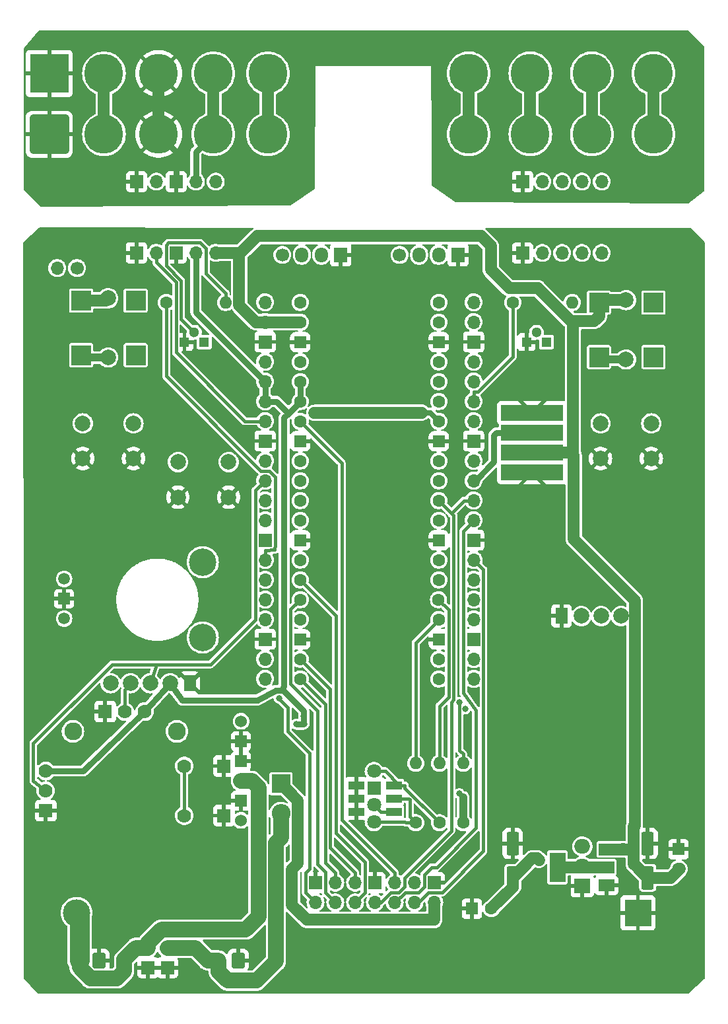
<source format=gbr>
%TF.GenerationSoftware,KiCad,Pcbnew,7.0.6*%
%TF.CreationDate,2023-09-03T15:23:35-03:00*%
%TF.ProjectId,bitdoglab_v41,62697464-6f67-46c6-9162-5f7634312e6b,rev?*%
%TF.SameCoordinates,Original*%
%TF.FileFunction,Copper,L1,Top*%
%TF.FilePolarity,Positive*%
%FSLAX46Y46*%
G04 Gerber Fmt 4.6, Leading zero omitted, Abs format (unit mm)*
G04 Created by KiCad (PCBNEW 7.0.6) date 2023-09-03 15:23:35*
%MOMM*%
%LPD*%
G01*
G04 APERTURE LIST*
G04 Aperture macros list*
%AMRoundRect*
0 Rectangle with rounded corners*
0 $1 Rounding radius*
0 $2 $3 $4 $5 $6 $7 $8 $9 X,Y pos of 4 corners*
0 Add a 4 corners polygon primitive as box body*
4,1,4,$2,$3,$4,$5,$6,$7,$8,$9,$2,$3,0*
0 Add four circle primitives for the rounded corners*
1,1,$1+$1,$2,$3*
1,1,$1+$1,$4,$5*
1,1,$1+$1,$6,$7*
1,1,$1+$1,$8,$9*
0 Add four rect primitives between the rounded corners*
20,1,$1+$1,$2,$3,$4,$5,0*
20,1,$1+$1,$4,$5,$6,$7,0*
20,1,$1+$1,$6,$7,$8,$9,0*
20,1,$1+$1,$8,$9,$2,$3,0*%
%AMFreePoly0*
4,1,5,1.000000,-0.762000,-1.000000,-0.762000,-1.000000,0.762000,1.000000,0.762000,1.000000,-0.762000,1.000000,-0.762000,$1*%
G04 Aperture macros list end*
%TA.AperFunction,ComponentPad*%
%ADD10RoundRect,0.320515X2.179485X-2.179485X2.179485X2.179485X-2.179485X2.179485X-2.179485X-2.179485X0*%
%TD*%
%TA.AperFunction,ComponentPad*%
%ADD11R,5.000000X5.000000*%
%TD*%
%TA.AperFunction,ComponentPad*%
%ADD12C,5.000000*%
%TD*%
%TA.AperFunction,ComponentPad*%
%ADD13R,1.778000X1.778000*%
%TD*%
%TA.AperFunction,ComponentPad*%
%ADD14C,1.778000*%
%TD*%
%TA.AperFunction,ComponentPad*%
%ADD15C,2.286000*%
%TD*%
%TA.AperFunction,ComponentPad*%
%ADD16C,1.700000*%
%TD*%
%TA.AperFunction,ComponentPad*%
%ADD17O,1.700000X1.950000*%
%TD*%
%TA.AperFunction,ComponentPad*%
%ADD18R,1.700000X1.950000*%
%TD*%
%TA.AperFunction,ComponentPad*%
%ADD19C,2.000000*%
%TD*%
%TA.AperFunction,ComponentPad*%
%ADD20R,1.600000X1.600000*%
%TD*%
%TA.AperFunction,ComponentPad*%
%ADD21C,1.600000*%
%TD*%
%TA.AperFunction,ComponentPad*%
%ADD22O,1.700000X1.700000*%
%TD*%
%TA.AperFunction,ComponentPad*%
%ADD23R,1.700000X1.700000*%
%TD*%
%TA.AperFunction,ComponentPad*%
%ADD24RoundRect,0.250000X0.600000X0.750000X-0.600000X0.750000X-0.600000X-0.750000X0.600000X-0.750000X0*%
%TD*%
%TA.AperFunction,ComponentPad*%
%ADD25O,1.700000X2.000000*%
%TD*%
%TA.AperFunction,SMDPad,CuDef*%
%ADD26R,2.500000X2.500000*%
%TD*%
%TA.AperFunction,ComponentPad*%
%ADD27C,1.800000*%
%TD*%
%TA.AperFunction,ComponentPad*%
%ADD28R,1.800000X1.800000*%
%TD*%
%TA.AperFunction,SMDPad,CuDef*%
%ADD29R,8.000000X2.000000*%
%TD*%
%TA.AperFunction,ComponentPad*%
%ADD30C,1.508000*%
%TD*%
%TA.AperFunction,ComponentPad*%
%ADD31R,1.508000X1.508000*%
%TD*%
%TA.AperFunction,ComponentPad*%
%ADD32C,3.516000*%
%TD*%
%TA.AperFunction,ComponentPad*%
%ADD33R,2.400000X2.400000*%
%TD*%
%TA.AperFunction,ComponentPad*%
%ADD34O,2.400000X2.400000*%
%TD*%
%TA.AperFunction,SMDPad,CuDef*%
%ADD35RoundRect,0.250000X0.550000X-1.250000X0.550000X1.250000X-0.550000X1.250000X-0.550000X-1.250000X0*%
%TD*%
%TA.AperFunction,ComponentPad*%
%ADD36FreePoly0,270.000000*%
%TD*%
%TA.AperFunction,ComponentPad*%
%ADD37R,2.000000X1.905000*%
%TD*%
%TA.AperFunction,ComponentPad*%
%ADD38O,2.000000X1.905000*%
%TD*%
%TA.AperFunction,SMDPad,CuDef*%
%ADD39R,2.000000X1.500000*%
%TD*%
%TA.AperFunction,SMDPad,CuDef*%
%ADD40R,2.000000X3.800000*%
%TD*%
%TA.AperFunction,ComponentPad*%
%ADD41R,1.600000X2.000000*%
%TD*%
%TA.AperFunction,SMDPad,CuDef*%
%ADD42R,2.000000X1.100000*%
%TD*%
%TA.AperFunction,ComponentPad*%
%ADD43C,3.500000*%
%TD*%
%TA.AperFunction,ComponentPad*%
%ADD44R,3.500000X3.500000*%
%TD*%
%TA.AperFunction,ComponentPad*%
%ADD45O,1.600000X1.600000*%
%TD*%
%TA.AperFunction,ComponentPad*%
%ADD46R,1.300000X1.300000*%
%TD*%
%TA.AperFunction,ComponentPad*%
%ADD47C,1.300000*%
%TD*%
%TA.AperFunction,ComponentPad*%
%ADD48C,1.524000*%
%TD*%
%TA.AperFunction,ComponentPad*%
%ADD49R,1.524000X1.524000*%
%TD*%
%TA.AperFunction,ComponentPad*%
%ADD50RoundRect,0.200000X0.600000X0.600000X-0.600000X0.600000X-0.600000X-0.600000X0.600000X-0.600000X0*%
%TD*%
%TA.AperFunction,ViaPad*%
%ADD51C,0.800000*%
%TD*%
%TA.AperFunction,Conductor*%
%ADD52C,0.700000*%
%TD*%
%TA.AperFunction,Conductor*%
%ADD53C,1.500000*%
%TD*%
%TA.AperFunction,Conductor*%
%ADD54C,0.400000*%
%TD*%
%TA.AperFunction,Conductor*%
%ADD55C,0.800000*%
%TD*%
%TA.AperFunction,Conductor*%
%ADD56C,2.000000*%
%TD*%
%TA.AperFunction,Conductor*%
%ADD57C,2.500000*%
%TD*%
%TA.AperFunction,Conductor*%
%ADD58C,1.000000*%
%TD*%
G04 APERTURE END LIST*
D10*
%TO.P,J7,1,Pin_1*%
%TO.N,/AGND_EXT*%
X91691500Y-45758100D03*
D11*
%TO.P,J7,2,Pin_2*%
X91691500Y-37958100D03*
%TD*%
D12*
%TO.P,J16,1,Pin_1*%
%TO.N,/GP01_EXT*%
X153390600Y-45751750D03*
%TO.P,J16,2,Pin_2*%
X153390600Y-37951750D03*
%TD*%
D13*
%TO.P,REF\u002A\u002A,B1A*%
%TO.N,GNDREF*%
X114096800Y-126720600D03*
%TO.P,REF\u002A\u002A,B1B*%
X114096800Y-133070600D03*
D14*
%TO.P,REF\u002A\u002A,B2A*%
%TO.N,/pino_29*%
X109016800Y-126720600D03*
%TO.P,REF\u002A\u002A,B2B*%
X109016800Y-133070600D03*
%TO.P,REF\u002A\u002A,H1*%
%TO.N,3.3_OUT*%
X91236800Y-127355600D03*
%TO.P,REF\u002A\u002A,H2*%
%TO.N,/pino_31*%
X91236800Y-129895600D03*
D13*
%TO.P,REF\u002A\u002A,H3*%
%TO.N,GNDREF*%
X91236800Y-132435600D03*
D15*
%TO.P,REF\u002A\u002A,S1*%
%TO.N,N/C*%
X108064300Y-122275600D03*
%TO.P,REF\u002A\u002A,S2*%
X94729300Y-122275600D03*
D14*
%TO.P,REF\u002A\u002A,V1*%
%TO.N,3.3_OUT*%
X103936800Y-119735600D03*
%TO.P,REF\u002A\u002A,V2*%
%TO.N,/pino_32*%
X101396800Y-119735600D03*
D13*
%TO.P,REF\u002A\u002A,V3*%
%TO.N,GNDREF*%
X98856800Y-119735600D03*
%TD*%
D16*
%TO.P,J101,1*%
%TO.N,/GP01*%
X136628800Y-61214000D03*
D17*
%TO.P,J101,2*%
%TO.N,/GP0*%
X139128800Y-61214000D03*
%TO.P,J101,3*%
%TO.N,+3.3V*%
X141628800Y-61214000D03*
D18*
%TO.P,J101,4*%
%TO.N,GNDREF*%
X144128800Y-61214000D03*
%TD*%
D19*
%TO.P,SW2,1,1*%
%TO.N,/pino_07*%
X95989000Y-82804000D03*
X102489000Y-82804000D03*
%TO.P,SW2,2,2*%
%TO.N,GNDREF*%
X95989000Y-87304000D03*
X102489000Y-87304000D03*
%TD*%
%TO.P,BZ3,1,-*%
%TO.N,VSYS*%
X165660000Y-67010000D03*
%TO.P,BZ3,2,+*%
%TO.N,Net-(BZ3-+)*%
X165660000Y-74610000D03*
%TD*%
D20*
%TO.P,C,1*%
%TO.N,GNDREF*%
X145897600Y-144983200D03*
D21*
%TO.P,C,2*%
%TO.N,+3.3V*%
X148397600Y-144983200D03*
%TD*%
D22*
%TO.P,J13,1,Pin_1*%
%TO.N,/GP03_EXT*%
X162555000Y-51809650D03*
%TO.P,J13,2,Pin_2*%
%TO.N,/GP02_EXT*%
X160015000Y-51809650D03*
%TO.P,J13,3,Pin_3*%
%TO.N,/GP01_EXT*%
X157475000Y-51809650D03*
%TO.P,J13,4,Pin_4*%
%TO.N,/GP0_EXT*%
X154935000Y-51809650D03*
D23*
%TO.P,J13,5,Pin_5*%
%TO.N,/AGND_EXT*%
X152395000Y-51809650D03*
%TD*%
D24*
%TO.P,CARGA_SOLAR_5V,1*%
%TO.N,GNDREF*%
X115911000Y-151638000D03*
D25*
%TO.P,CARGA_SOLAR_5V,2*%
%TO.N,Solar-in*%
X113411000Y-151638000D03*
%TD*%
D26*
%TO.P,BZ4,1,-*%
%TO.N,VSYS*%
X162202500Y-67310000D03*
%TO.P,BZ4,2,+*%
%TO.N,Net-(BZ3-+)*%
X162202500Y-74310000D03*
%TO.P,BZ4,3*%
%TO.N,N/C*%
X169202500Y-74310000D03*
%TO.P,BZ4,4*%
X169202500Y-67310000D03*
%TD*%
%TO.P,Buzzer,1,-*%
%TO.N,VSYS*%
X95781500Y-67056000D03*
%TO.P,Buzzer,2,+*%
%TO.N,Net-(BZ1-+)*%
X95781500Y-74056000D03*
%TO.P,Buzzer,3*%
%TO.N,N/C*%
X102781500Y-74056000D03*
%TO.P,Buzzer,4*%
X102781500Y-67056000D03*
%TD*%
D27*
%TO.P,D2,1,RA*%
%TO.N,Net-(D1-RA)*%
X133350000Y-127381000D03*
D28*
%TO.P,D2,2,K*%
%TO.N,GNDREF*%
X133350000Y-129540000D03*
D27*
%TO.P,D2,3,BA*%
%TO.N,Net-(D1-BA)*%
X133350000Y-131699000D03*
%TO.P,D2,4,GA*%
%TO.N,Net-(D1-GA)*%
X133350000Y-133858000D03*
%TD*%
D29*
%TO.P,J14,1,Pin_1*%
%TO.N,GNDREF*%
X153650000Y-81470000D03*
%TO.P,J14,2,Pin_2*%
%TO.N,/in*%
X153650000Y-84010000D03*
%TO.P,J14,3,Pin_3*%
%TO.N,VSYS*%
X153650000Y-86550000D03*
%TO.P,J14,4,Pin_4*%
%TO.N,GNDREF*%
X153650000Y-89090000D03*
%TD*%
D23*
%TO.P,a100,2*%
%TO.N,GNDREF*%
X104350000Y-152550000D03*
%TD*%
D30*
%TO.P,U4,1,OUT*%
%TO.N,Net-(J4-Pin_1)*%
X93599000Y-102743000D03*
D31*
%TO.P,U4,2,GND*%
%TO.N,GNDREF*%
X93599000Y-105283000D03*
D30*
%TO.P,U4,3,VCC*%
%TO.N,+3.3V*%
X93599000Y-107823000D03*
D32*
%TO.P,U4,S1*%
%TO.N,N/C*%
X111379000Y-100584000D03*
%TO.P,U4,S2*%
X111379000Y-110236000D03*
%TD*%
D33*
%TO.P,Diode Shottky,1*%
%TO.N,VSYS*%
X121412000Y-128986000D03*
D34*
%TO.P,Diode Shottky,2*%
%TO.N,Solar-in*%
X121412000Y-132796000D03*
%TD*%
D12*
%TO.P,J9,1,Pin_1*%
%TO.N,/AGND_EXT*%
X105712300Y-45758100D03*
%TO.P,J9,2,Pin_2*%
X105712300Y-37958100D03*
%TD*%
D16*
%TO.P,a102,2*%
%TO.N,Net-(BT1-+)*%
X104343200Y-150012400D03*
%TD*%
D23*
%TO.P,a101,2*%
%TO.N,GNDREF*%
X106850000Y-152550000D03*
%TD*%
D12*
%TO.P,J10,1,Pin_1*%
%TO.N,3.3_OUT_EXT*%
X112722700Y-45758100D03*
%TO.P,J10,2,Pin_2*%
X112722700Y-37958100D03*
%TD*%
D23*
%TO.P,J2,1,Pin_1*%
%TO.N,GNDREF*%
X141071600Y-141655800D03*
D22*
%TO.P,J2,2,Pin_2*%
%TO.N,VSYS*%
X141071600Y-144195800D03*
%TO.P,J2,3,Pin_3*%
%TO.N,+3.3V*%
X138531600Y-141655800D03*
%TO.P,J2,4,Pin_4*%
%TO.N,/GP10*%
X138531600Y-144195800D03*
%TO.P,J2,5,Pin_5*%
%TO.N,/GP28*%
X135991600Y-141655800D03*
%TO.P,J2,6,Pin_6*%
%TO.N,/GP09*%
X135991600Y-144195800D03*
D23*
%TO.P,J2,7,Pin_7*%
%TO.N,GNDREF*%
X133451600Y-141655800D03*
D22*
%TO.P,J2,8,Pin_8*%
%TO.N,/GP08*%
X133451600Y-144195800D03*
%TO.P,J2,9,Pin_9*%
%TO.N,/GP17*%
X130911600Y-141655800D03*
%TO.P,J2,10,Pin_10*%
%TO.N,/GP20*%
X130911600Y-144195800D03*
%TO.P,J2,11,Pin_11*%
%TO.N,/GP16*%
X128371600Y-141655800D03*
%TO.P,J2,12,Pin_12*%
%TO.N,/GP19*%
X128371600Y-144195800D03*
D23*
%TO.P,J2,13,Pin_13*%
%TO.N,GNDREF*%
X125831600Y-141655800D03*
D22*
%TO.P,J2,14,Pin_14*%
%TO.N,/GP18*%
X125831600Y-144195800D03*
%TD*%
D24*
%TO.P,V_BAT,1*%
%TO.N,GNDREF*%
X98074800Y-151638000D03*
D25*
%TO.P,V_BAT,2*%
%TO.N,Net-(BT1-+)*%
X95574800Y-151638000D03*
%TD*%
D35*
%TO.P,C2,1*%
%TO.N,+3.3V*%
X151130000Y-141050900D03*
%TO.P,C2,2*%
%TO.N,GNDREF*%
X151130000Y-136650900D03*
%TD*%
D16*
%TO.P,J4,1,Pin_1*%
%TO.N,Net-(J4-Pin_1)*%
X95250000Y-62890400D03*
D22*
%TO.P,J4,2,Pin_2*%
%TO.N,/GP28*%
X92710000Y-62890400D03*
%TD*%
%TO.P,J12,1,Pin_1*%
%TO.N,/GP03*%
X162555000Y-60960000D03*
%TO.P,J12,2,Pin_2*%
%TO.N,/GP02*%
X160015000Y-60960000D03*
%TO.P,J12,3,Pin_3*%
%TO.N,/GP01*%
X157475000Y-60960000D03*
%TO.P,J12,4,Pin_4*%
%TO.N,/GP0*%
X154935000Y-60960000D03*
D23*
%TO.P,J12,5,Pin_5*%
%TO.N,GNDREF*%
X152395000Y-60960000D03*
%TD*%
D36*
%TO.P,J19,1,Pin_1*%
%TO.N,GNDREF*%
X109720000Y-116100000D03*
D19*
%TO.P,J19,2,Pin_2*%
%TO.N,3.3_OUT*%
X107180000Y-116100000D03*
%TO.P,J19,3,Pin_3*%
%TO.N,/pino_31*%
X104640000Y-116100000D03*
%TO.P,J19,4,Pin_4*%
%TO.N,/pino_32*%
X102100000Y-116100000D03*
%TO.P,J19,5,Pin_5*%
%TO.N,/pino_29*%
X99560000Y-116100000D03*
%TD*%
D12*
%TO.P,J18,1,Pin_1*%
%TO.N,/GP03_EXT*%
X169189400Y-45751750D03*
%TO.P,J18,2,Pin_2*%
X169189400Y-37951750D03*
%TD*%
%TO.P,J15,1,Pin_1*%
%TO.N,/GP0_EXT*%
X145491200Y-45751750D03*
%TO.P,J15,2,Pin_2*%
X145491200Y-37951750D03*
%TD*%
D19*
%TO.P,BZ1,1,-*%
%TO.N,VSYS*%
X99239000Y-66756000D03*
%TO.P,BZ1,2,+*%
%TO.N,Net-(BZ1-+)*%
X99239000Y-74356000D03*
%TD*%
D37*
%TO.P,U1,1*%
%TO.N,GNDREF*%
X160070800Y-142087600D03*
D38*
%TO.P,U1,2*%
%TO.N,+3.3V*%
X160070800Y-139547600D03*
%TO.P,U1,3*%
%TO.N,VSYS*%
X160070800Y-137007600D03*
%TD*%
D16*
%TO.P,a103,1*%
%TO.N,Solar-in*%
X106843200Y-150012400D03*
%TD*%
D12*
%TO.P,J17,1,Pin_1*%
%TO.N,/GP02_EXT*%
X161290000Y-45751750D03*
%TO.P,J17,2,Pin_2*%
X161290000Y-37951750D03*
%TD*%
D39*
%TO.P,Reg   3V3,1,IN*%
%TO.N,GNDREF*%
X163170000Y-142000000D03*
%TO.P,Reg   3V3,2,GND*%
%TO.N,+3.3V*%
X163170000Y-139700000D03*
%TO.P,Reg   3V3,3,OUT*%
%TO.N,VSYS*%
X163170000Y-137400000D03*
D40*
%TO.P,Reg   3V3,4*%
%TO.N,+3.3V*%
X156870000Y-139700000D03*
%TD*%
D16*
%TO.P,J100,1*%
%TO.N,/GP03*%
X121582800Y-61214000D03*
D17*
%TO.P,J100,2*%
%TO.N,/GP02*%
X124082800Y-61214000D03*
%TO.P,J100,3*%
%TO.N,+3.3V*%
X126582800Y-61214000D03*
D18*
%TO.P,J100,4*%
%TO.N,GNDREF*%
X129082800Y-61214000D03*
%TD*%
D19*
%TO.P,SW3,1,1*%
%TO.N,/pino_09*%
X162410000Y-82804000D03*
X168910000Y-82804000D03*
%TO.P,SW3,2,2*%
%TO.N,GNDREF*%
X162410000Y-87304000D03*
X168910000Y-87304000D03*
%TD*%
D12*
%TO.P,J11,1,Pin_1*%
%TO.N,/VSYS_EXT*%
X119733100Y-45758100D03*
%TO.P,J11,2,Pin_2*%
X119733100Y-37958100D03*
%TD*%
D41*
%TO.P,OLED,1,GND*%
%TO.N,GNDREF*%
X157403800Y-107492800D03*
D19*
%TO.P,OLED,2,VCC*%
%TO.N,3.3_OUT*%
X159943800Y-107492800D03*
%TO.P,OLED,3,SCL*%
%TO.N,/pino_20*%
X162483800Y-107492800D03*
%TO.P,OLED,4,SDA*%
%TO.N,/pino_19*%
X165023800Y-107492800D03*
%TD*%
D35*
%TO.P,C1,1*%
%TO.N,VSYS*%
X168458800Y-141050900D03*
%TO.P,C1,2*%
%TO.N,GNDREF*%
X168458800Y-136650900D03*
%TD*%
D22*
%TO.P,J5,1,Pin_1*%
%TO.N,VSYS*%
X113030000Y-60950000D03*
%TO.P,J5,2,Pin_2*%
%TO.N,3.3_OUT*%
X110490000Y-60950000D03*
D23*
%TO.P,J5,3,Pin_3*%
%TO.N,GNDREF*%
X107950000Y-60950000D03*
D22*
%TO.P,J5,4,Pin_4*%
%TO.N,/GP28*%
X105410000Y-60950000D03*
D23*
%TO.P,J5,5,Pin_5*%
%TO.N,GNDREF*%
X102870000Y-60950000D03*
%TD*%
%TO.P,J6,1,Pin_1*%
%TO.N,/AGND_EXT*%
X102880000Y-51816000D03*
D22*
%TO.P,J6,2,Pin_2*%
%TO.N,/GP28_EXT*%
X105420000Y-51816000D03*
D23*
%TO.P,J6,3,Pin_3*%
%TO.N,/AGND_EXT*%
X107960000Y-51816000D03*
D22*
%TO.P,J6,4,Pin_4*%
%TO.N,3.3_OUT_EXT*%
X110500000Y-51816000D03*
%TO.P,J6,5,Pin_5*%
%TO.N,/VSYS_EXT*%
X113040000Y-51816000D03*
%TD*%
D20*
%TO.P,C,1*%
%TO.N,GNDREF*%
X172415200Y-137363200D03*
D21*
%TO.P,C,2*%
%TO.N,VSYS*%
X172415200Y-139863200D03*
%TD*%
D12*
%TO.P,J8,1,Pin_1*%
%TO.N,/GP28_EXT*%
X98701900Y-45758100D03*
%TO.P,J8,2,Pin_2*%
X98701900Y-37958100D03*
%TD*%
D42*
%TO.P,LED RGB,1,RK*%
%TO.N,GNDREF*%
X131090000Y-129195000D03*
%TO.P,LED RGB,2,GK*%
X131090000Y-130895000D03*
%TO.P,LED RGB,3,BK*%
X131090000Y-132595000D03*
%TO.P,LED RGB,4,BA*%
%TO.N,Net-(D1-BA)*%
X135890000Y-132595000D03*
%TO.P,LED RGB,5,GA*%
%TO.N,Net-(D1-GA)*%
X135890000Y-130895000D03*
%TO.P,LED RGB,6,RA*%
%TO.N,Net-(D1-RA)*%
X135890000Y-129195000D03*
%TD*%
D43*
%TO.P,BT1,1,+*%
%TO.N,Net-(BT1-+)*%
X95199200Y-145542000D03*
D44*
%TO.P,BT1,2,-*%
%TO.N,GNDREF*%
X167199200Y-145542000D03*
%TD*%
D21*
%TO.P,Rg 220,1*%
%TO.N,Net-(D1-GA)*%
X138684000Y-133985000D03*
D45*
%TO.P,Rg 220,2*%
%TO.N,/GP13*%
X138684000Y-126365000D03*
%TD*%
D19*
%TO.P,SW1,1,1*%
%TO.N,/pino_30*%
X114694100Y-87761300D03*
X108194100Y-87761300D03*
%TO.P,SW1,2,2*%
%TO.N,GNDREF*%
X114694100Y-92261300D03*
X108194100Y-92261300D03*
%TD*%
D46*
%TO.P,Q3,1,C*%
%TO.N,Net-(BZ3-+)*%
X155459200Y-72390000D03*
D47*
%TO.P,Q3,2,B*%
%TO.N,Net-(Q3-B)*%
X154189200Y-71120000D03*
D46*
%TO.P,Q3,3,E*%
%TO.N,GNDREF*%
X152919200Y-72390000D03*
%TD*%
D21*
%TO.P,Rb 150,1*%
%TO.N,Net-(D1-BA)*%
X144780000Y-133985000D03*
D45*
%TO.P,Rb 150,2*%
%TO.N,/GP11*%
X144780000Y-126365000D03*
%TD*%
D46*
%TO.P,Q2,1,C*%
%TO.N,Net-(BZ1-+)*%
X111568000Y-72390000D03*
D47*
%TO.P,Q2,2,B*%
%TO.N,Net-(Q2-B)*%
X110298000Y-71120000D03*
D46*
%TO.P,Q2,3,E*%
%TO.N,GNDREF*%
X109028000Y-72390000D03*
%TD*%
D22*
%TO.P,J1,1,Pin_1*%
%TO.N,/GP0*%
X146126200Y-67284600D03*
%TO.P,J1,2,Pin_2*%
%TO.N,/GP01*%
X146126200Y-69824600D03*
D23*
%TO.P,J1,3,Pin_3*%
%TO.N,GNDREF*%
X146126200Y-72364600D03*
D22*
%TO.P,J1,4,Pin_4*%
%TO.N,/GP02*%
X146126200Y-74904600D03*
%TO.P,J1,5,Pin_5*%
%TO.N,/GP03*%
X146126200Y-77444600D03*
%TO.P,J1,6,Pin_6*%
%TO.N,/GP04*%
X146126200Y-79984600D03*
%TO.P,J1,7,Pin_7*%
%TO.N,/pino_07*%
X146126200Y-82524600D03*
D23*
%TO.P,J1,8,Pin_8*%
%TO.N,GNDREF*%
X146126200Y-85064600D03*
D22*
%TO.P,J1,9,Pin_9*%
%TO.N,/pino_09*%
X146126200Y-87604600D03*
%TO.P,J1,10,Pin_10*%
%TO.N,/in*%
X146126200Y-90144600D03*
%TO.P,J1,11,Pin_11*%
%TO.N,/GP08*%
X146126200Y-92684600D03*
%TO.P,J1,12,Pin_12*%
%TO.N,/GP09*%
X146126200Y-95224600D03*
D23*
%TO.P,J1,13,Pin_13*%
%TO.N,GNDREF*%
X146126200Y-97764600D03*
D22*
%TO.P,J1,14,Pin_14*%
%TO.N,/GP10*%
X146126200Y-100304600D03*
%TO.P,J1,15,Pin_15*%
%TO.N,/GP11*%
X146126200Y-102844600D03*
%TO.P,J1,16,Pin_16*%
%TO.N,/GP12*%
X146126200Y-105384600D03*
%TO.P,J1,17,Pin_17*%
%TO.N,/GP13*%
X146126200Y-107924600D03*
D23*
%TO.P,J1,18,Pin_18*%
%TO.N,GNDREF*%
X146126200Y-110464600D03*
D22*
%TO.P,J1,19,Pin_19*%
%TO.N,/pino_19*%
X146126200Y-113004600D03*
%TO.P,J1,20,Pin_20*%
%TO.N,/pino_20*%
X146126200Y-115544600D03*
%TD*%
D21*
%TO.P,R1,1*%
%TO.N,/pino_27*%
X106680000Y-67310000D03*
D45*
%TO.P,R1,2*%
%TO.N,Net-(Q2-B)*%
X114300000Y-67310000D03*
%TD*%
D21*
%TO.P,R2,1*%
%TO.N,/GP04*%
X151130000Y-67310000D03*
D45*
%TO.P,R2,2*%
%TO.N,Net-(Q3-B)*%
X158750000Y-67310000D03*
%TD*%
D48*
%TO.P,Charge DisCharge,1,OUT5V*%
%TO.N,Net-(Q1-D)*%
X116286600Y-133692100D03*
D49*
%TO.P,Charge DisCharge,2,GND*%
%TO.N,GNDREF*%
X116286600Y-131152100D03*
D48*
%TO.P,Charge DisCharge,3,BAT*%
%TO.N,Net-(BT1-+)*%
X116286600Y-128612100D03*
D49*
%TO.P,Charge DisCharge,4,GND*%
%TO.N,GNDREF*%
X116286600Y-126072100D03*
%TO.P,Charge DisCharge,5,GND*%
X116286600Y-123532100D03*
D48*
%TO.P,Charge DisCharge,6,VIN*%
%TO.N,VBUS*%
X116286600Y-120992100D03*
%TD*%
D22*
%TO.P,J3,1,Pin_1*%
%TO.N,/GP16*%
X119380000Y-115544600D03*
%TO.P,J3,2,Pin_2*%
%TO.N,/GP17*%
X119380000Y-113004600D03*
D23*
%TO.P,J3,3,Pin_3*%
%TO.N,GNDREF*%
X119380000Y-110464600D03*
D22*
%TO.P,J3,4,Pin_4*%
%TO.N,/GP18*%
X119380000Y-107924600D03*
%TO.P,J3,5,Pin_5*%
%TO.N,/GP19*%
X119380000Y-105384600D03*
%TO.P,J3,6,Pin_6*%
%TO.N,/GP20*%
X119380000Y-102844600D03*
%TO.P,J3,7,Pin_7*%
%TO.N,/pino_27*%
X119380000Y-100304600D03*
D23*
%TO.P,J3,8,Pin_8*%
%TO.N,GNDREF*%
X119380000Y-97764600D03*
D22*
%TO.P,J3,9,Pin_9*%
%TO.N,/pino_29*%
X119380000Y-95224600D03*
%TO.P,J3,10,Pin_10*%
%TO.N,/pino_30*%
X119380000Y-92684600D03*
%TO.P,J3,11,Pin_11*%
%TO.N,/pino_31*%
X119380000Y-90144600D03*
%TO.P,J3,12,Pin_12*%
%TO.N,/pino_32*%
X119380000Y-87604600D03*
D23*
%TO.P,J3,13,Pin_13*%
%TO.N,GNDREF*%
X119380000Y-85064600D03*
D22*
%TO.P,J3,14,Pin_14*%
%TO.N,/GP28*%
X119380000Y-82524600D03*
%TO.P,J3,15,Pin_15*%
%TO.N,3.3_OUT*%
X119380000Y-79984600D03*
%TO.P,J3,16,Pin_16*%
X119380000Y-77444600D03*
%TO.P,J3,17,Pin_17*%
%TO.N,/pino_37*%
X119380000Y-74904600D03*
D23*
%TO.P,J3,18,Pin_18*%
%TO.N,GNDREF*%
X119380000Y-72364600D03*
D22*
%TO.P,J3,19,Pin_19*%
%TO.N,VSYS*%
X119380000Y-69824600D03*
%TO.P,J3,20,Pin_20*%
%TO.N,VBUS*%
X119380000Y-67284600D03*
%TD*%
D21*
%TO.P,Rr 220,1*%
%TO.N,Net-(D1-RA)*%
X141732000Y-133985000D03*
D45*
%TO.P,Rr 220,2*%
%TO.N,/GP12*%
X141732000Y-126365000D03*
%TD*%
D21*
%TO.P,A1,1,GP0*%
%TO.N,/GP0*%
X141657400Y-67310000D03*
%TO.P,A1,2,GP1*%
%TO.N,/GP01*%
X141657400Y-69850000D03*
D50*
%TO.P,A1,3,GND*%
%TO.N,GNDREF*%
X141657400Y-72390000D03*
D21*
%TO.P,A1,4,GP2*%
%TO.N,/GP02*%
X141657400Y-74930000D03*
%TO.P,A1,5,GP3*%
%TO.N,/GP03*%
X141657400Y-77470000D03*
%TO.P,A1,6,GP4*%
%TO.N,/GP04*%
X141657400Y-80010000D03*
%TO.P,A1,7,GP5*%
%TO.N,/pino_07*%
X141657400Y-82550000D03*
D50*
%TO.P,A1,8,GND*%
%TO.N,GNDREF*%
X141657400Y-85090000D03*
D21*
%TO.P,A1,9,GP6*%
%TO.N,/pino_09*%
X141657400Y-87630000D03*
%TO.P,A1,10,GP7*%
%TO.N,/in*%
X141657400Y-90170000D03*
%TO.P,A1,11,GP8*%
%TO.N,/GP08*%
X141657400Y-92710000D03*
%TO.P,A1,12,GP9*%
%TO.N,/GP09*%
X141657400Y-95250000D03*
D50*
%TO.P,A1,13,GND*%
%TO.N,GNDREF*%
X141657400Y-97790000D03*
D21*
%TO.P,A1,14,GP10*%
%TO.N,/GP10*%
X141657400Y-100330000D03*
%TO.P,A1,15,GP11*%
%TO.N,/GP11*%
X141657400Y-102870000D03*
%TO.P,A1,16,GP12*%
%TO.N,/GP12*%
X141615519Y-105410000D03*
%TO.P,A1,17,GP13*%
%TO.N,/GP13*%
X141657400Y-107950000D03*
D50*
%TO.P,A1,18,GND*%
%TO.N,GNDREF*%
X141657400Y-110490000D03*
D21*
%TO.P,A1,19,GP14*%
%TO.N,/pino_19*%
X141657400Y-113030000D03*
%TO.P,A1,20,GP15*%
%TO.N,/pino_20*%
X141657400Y-115570000D03*
%TO.P,A1,21,GP16*%
%TO.N,/GP16*%
X123877400Y-115570000D03*
%TO.P,A1,22,GP17*%
%TO.N,/GP17*%
X123877400Y-113030000D03*
D50*
%TO.P,A1,23,GND*%
%TO.N,GNDREF*%
X123877400Y-110490000D03*
D21*
%TO.P,A1,24,GP18*%
%TO.N,/GP18*%
X123877400Y-107950000D03*
%TO.P,A1,25,GP19*%
%TO.N,/GP19*%
X123877400Y-105410000D03*
%TO.P,A1,26,GP20*%
%TO.N,/GP20*%
X123877400Y-102870000D03*
%TO.P,A1,27,GP21*%
%TO.N,/pino_27*%
X123877400Y-100330000D03*
D50*
%TO.P,A1,28,GND*%
%TO.N,GNDREF*%
X123877400Y-97790000D03*
D21*
%TO.P,A1,29,GP22*%
%TO.N,/pino_29*%
X123877400Y-95250000D03*
%TO.P,A1,30,RUN*%
%TO.N,/pino_30*%
X123877400Y-92710000D03*
%TO.P,A1,31,GP26*%
%TO.N,/pino_31*%
X123877400Y-90170000D03*
%TO.P,A1,32,GP27*%
%TO.N,/pino_32*%
X123877400Y-87630000D03*
D50*
%TO.P,A1,33,AGND*%
%TO.N,GNDREF*%
X123877400Y-85090000D03*
D21*
%TO.P,A1,34,GP28*%
%TO.N,/GP28*%
X123877400Y-82550000D03*
%TO.P,A1,35,ADC_VREF*%
%TO.N,3.3_OUT*%
X123877400Y-80010000D03*
%TO.P,A1,36,3V3_OUT*%
X123877400Y-77470000D03*
%TO.P,A1,37,3V3_EN*%
%TO.N,/pino_37*%
X123877400Y-74930000D03*
D50*
%TO.P,A1,38,GND*%
%TO.N,GNDREF*%
X123877400Y-72390000D03*
D21*
%TO.P,A1,39,VSYS*%
%TO.N,VSYS*%
X123877400Y-69850000D03*
%TO.P,A1,40,VBUS*%
%TO.N,VBUS*%
X123877400Y-67310000D03*
%TD*%
D51*
%TO.N,GNDREF*%
X126542800Y-110464600D03*
X137718800Y-136245600D03*
X139801600Y-136245600D03*
X144627600Y-139141200D03*
X138760200Y-136245600D03*
X143687800Y-139725400D03*
X143611600Y-138734800D03*
%TO.N,/pino_07*%
X126644400Y-81432400D03*
X127609600Y-81432400D03*
X125679200Y-81455700D03*
%TO.N,/GP11*%
X144296057Y-118573946D03*
X145034000Y-119380000D03*
%TO.N,/GP18*%
X121168500Y-118010100D03*
%TO.N,3.3_OUT*%
X124358400Y-121310400D03*
X123393200Y-121361200D03*
X124340100Y-120289600D03*
%TO.N,+3.3V*%
X153162000Y-139065000D03*
X154502000Y-138742400D03*
%TO.N,VSYS*%
X165252400Y-137363200D03*
X166725600Y-137363200D03*
%TO.N,Net-(D1-BA)*%
X144312700Y-130259900D03*
X144780000Y-132588000D03*
X144780000Y-131267200D03*
%TD*%
D52*
%TO.N,/pino_07*%
X139446000Y-81432400D02*
X140539800Y-81432400D01*
X140539800Y-81432400D02*
X141657400Y-82550000D01*
D53*
X125679200Y-81455700D02*
X139422700Y-81455700D01*
X139422700Y-81455700D02*
X139446000Y-81432400D01*
D54*
%TO.N,/GP28*%
X116763800Y-82524600D02*
X119380000Y-82524600D01*
X107932400Y-73693200D02*
X116763800Y-82524600D01*
X107932400Y-64724300D02*
X107932400Y-73693200D01*
X105410000Y-60950000D02*
X105410000Y-62201900D01*
X105410000Y-62201900D02*
X107932400Y-64724300D01*
D53*
%TO.N,VSYS*%
X166676500Y-134500500D02*
X166676500Y-137541000D01*
X166780100Y-134396900D02*
X166676500Y-134500500D01*
X158953200Y-97652200D02*
X166780100Y-105479100D01*
X158953200Y-86901300D02*
X158953200Y-97652200D01*
X158601900Y-86550000D02*
X158953200Y-86901300D01*
X166780100Y-105479100D02*
X166780100Y-134396900D01*
X158851600Y-69946100D02*
X158851600Y-86300300D01*
X158601900Y-69696400D02*
X158851600Y-69946100D01*
X158851600Y-86300300D02*
X158601900Y-86550000D01*
D54*
%TO.N,/GP04*%
X151130000Y-74276600D02*
X151130000Y-67310000D01*
X146126200Y-78732700D02*
X146673900Y-78732700D01*
X146126200Y-79984600D02*
X146126200Y-78732700D01*
X146673900Y-78732700D02*
X151130000Y-74276600D01*
D55*
%TO.N,/in*%
X148717000Y-87757000D02*
X148717000Y-84328000D01*
X146126200Y-90144600D02*
X146329400Y-90144600D01*
X148717000Y-84328000D02*
X149035000Y-84010000D01*
X146329400Y-90144600D02*
X148717000Y-87757000D01*
X149035000Y-84010000D02*
X153650000Y-84010000D01*
D54*
%TO.N,/GP08*%
X134366000Y-144014500D02*
X134366000Y-144018000D01*
X144874300Y-92686100D02*
X143253900Y-94306500D01*
X134366000Y-144018000D02*
X134188200Y-144195800D01*
X146126200Y-92684600D02*
X144874300Y-92684600D01*
X143253900Y-94306500D02*
X143572100Y-94624700D01*
X144874300Y-92684600D02*
X144874300Y-92686100D01*
X143572100Y-118234700D02*
X143256000Y-118550800D01*
X136502100Y-142925800D02*
X135454700Y-142925800D01*
X137243500Y-142184400D02*
X136502100Y-142925800D01*
X141657400Y-92710000D02*
X143253900Y-94306500D01*
X135454700Y-142925800D02*
X134366000Y-144014500D01*
X143256000Y-118550800D02*
X143256000Y-135031200D01*
X143572100Y-94624700D02*
X143572100Y-118234700D01*
X143256000Y-135031200D02*
X137243500Y-141043700D01*
X134188200Y-144195800D02*
X133451600Y-144195800D01*
X137243500Y-141043700D02*
X137243500Y-142184400D01*
%TO.N,/GP09*%
X139801600Y-140609500D02*
X140713100Y-139698000D01*
X144805400Y-117373400D02*
X144805400Y-96596200D01*
X144805400Y-96596200D02*
X146126200Y-95224600D01*
X136750628Y-143525800D02*
X137350628Y-142925800D01*
X136661600Y-143525800D02*
X136750628Y-143525800D01*
X137350628Y-142925800D02*
X139071700Y-142925800D01*
X135991600Y-144195800D02*
X136661600Y-143525800D01*
X141378400Y-139698000D02*
X146405600Y-134670800D01*
X139071700Y-142925800D02*
X139801600Y-142195900D01*
X140713100Y-139698000D02*
X141378400Y-139698000D01*
X146405600Y-134670800D02*
X146405600Y-119553600D01*
X146405600Y-119553600D02*
X144805400Y-117373400D01*
X139801600Y-142195900D02*
X139801600Y-140609500D01*
%TO.N,/GP10*%
X147379300Y-101557700D02*
X146126200Y-100304600D01*
X142070100Y-142925700D02*
X147379300Y-137616500D01*
X147379300Y-137616500D02*
X147379300Y-101557700D01*
X139014200Y-144195800D02*
X140284300Y-142925700D01*
X140284300Y-142925700D02*
X142070100Y-142925700D01*
X138531600Y-144195800D02*
X139014200Y-144195800D01*
%TO.N,/GP11*%
X144329500Y-118607389D02*
X144329500Y-124712600D01*
X144329500Y-124712600D02*
X144780000Y-125163100D01*
X144780000Y-125163100D02*
X144780000Y-126365000D01*
X144296057Y-118573946D02*
X144329500Y-118607389D01*
%TO.N,/GP12*%
X142903600Y-106698100D02*
X142903600Y-117845000D01*
X142903600Y-117845000D02*
X141732000Y-119016600D01*
X141732000Y-119016600D02*
X141732000Y-125163100D01*
X141732000Y-126365000D02*
X141732000Y-125163100D01*
X141615500Y-105410000D02*
X142903600Y-106698100D01*
%TO.N,/GP13*%
X138684000Y-110923400D02*
X138684000Y-125163100D01*
X138684000Y-126365000D02*
X138684000Y-125163100D01*
X141657400Y-107950000D02*
X138684000Y-110923400D01*
%TO.N,/GP16*%
X128371600Y-141655800D02*
X128371600Y-140403900D01*
X127100200Y-118792800D02*
X123877400Y-115570000D01*
X127100200Y-139132500D02*
X127100200Y-118792800D01*
X128371600Y-140403900D02*
X127100200Y-139132500D01*
%TO.N,/GP17*%
X127703600Y-116856200D02*
X123877400Y-113030000D01*
X130911600Y-140403900D02*
X127703600Y-137195900D01*
X130911600Y-141655800D02*
X130911600Y-140403900D01*
X127703600Y-137195900D02*
X127703600Y-116856200D01*
%TO.N,/GP18*%
X122301000Y-119253000D02*
X122301000Y-122301000D01*
X125095000Y-125095000D02*
X125095000Y-139892400D01*
X124581600Y-142945800D02*
X125831600Y-144195800D01*
X121168500Y-118010100D02*
X121168500Y-118120500D01*
X124581600Y-140405800D02*
X124581600Y-142945800D01*
X122301000Y-122301000D02*
X125095000Y-125095000D01*
X121168500Y-118120500D02*
X122301000Y-119253000D01*
X125095000Y-139892400D02*
X124581600Y-140405800D01*
%TO.N,/GP19*%
X127101600Y-142925800D02*
X127101600Y-140269900D01*
X122645000Y-116150900D02*
X122645000Y-106642400D01*
X128371600Y-144195800D02*
X127101600Y-142925800D01*
X126111000Y-119616900D02*
X122645000Y-116150900D01*
X122645000Y-106642400D02*
X123877400Y-105410000D01*
X126111000Y-139279300D02*
X126111000Y-119616900D01*
X127101600Y-140269900D02*
X126111000Y-139279300D01*
%TO.N,/GP20*%
X128458100Y-107450700D02*
X128458100Y-135276400D01*
X132181600Y-142925800D02*
X130911600Y-144195800D01*
X128458100Y-135276400D02*
X132181600Y-138999900D01*
X123877400Y-102870000D02*
X128458100Y-107450700D01*
X132181600Y-138999900D02*
X132181600Y-142925800D01*
%TO.N,/GP28*%
X135991600Y-141655800D02*
X135991600Y-140403900D01*
X129191100Y-133603400D02*
X135991600Y-140403900D01*
X129191100Y-87863700D02*
X129191100Y-133603400D01*
X123877400Y-82550000D02*
X129191100Y-87863700D01*
D55*
%TO.N,3.3_OUT*%
X119380000Y-79984600D02*
X120831900Y-79984600D01*
X124342000Y-121326800D02*
X124342000Y-120291500D01*
X121812600Y-82074800D02*
X121812600Y-116525000D01*
X119380000Y-77444600D02*
X119380000Y-79984600D01*
X124307600Y-121361200D02*
X124342000Y-121326800D01*
X91236800Y-127355600D02*
X96012000Y-127355600D01*
X107180000Y-116205700D02*
X108737400Y-118262400D01*
X122367400Y-81520000D02*
X120831900Y-79984600D01*
X121710600Y-117008200D02*
X124340100Y-119637700D01*
X123877400Y-77470000D02*
X123877400Y-80010000D01*
X121710600Y-116627000D02*
X121710600Y-117008200D01*
X121812600Y-116525000D02*
X121710600Y-116627000D01*
X118389400Y-118262400D02*
X120753600Y-117008200D01*
X96012000Y-127355600D02*
X103936800Y-119735600D01*
X108737400Y-118262400D02*
X118389400Y-118262400D01*
X110490000Y-68554600D02*
X110490000Y-60950000D01*
X119380000Y-77444600D02*
X110490000Y-68554600D01*
X120753600Y-117008200D02*
X121710600Y-117008200D01*
X103936800Y-119735600D02*
X107180000Y-116100000D01*
X123877400Y-80010000D02*
X122367400Y-81520000D01*
X107180000Y-116100000D02*
X107180000Y-116205700D01*
X122367400Y-81520000D02*
X121812600Y-82074800D01*
X124342000Y-120291500D02*
X124340100Y-120289600D01*
X124340100Y-119637700D02*
X124340100Y-120289600D01*
X123393200Y-121361200D02*
X124307600Y-121361200D01*
D53*
%TO.N,+3.3V*%
X159854000Y-139700000D02*
X156870000Y-139700000D01*
X154325400Y-138565800D02*
X154502000Y-138742400D01*
X151130000Y-142250800D02*
X148397600Y-144983200D01*
X159854000Y-139700000D02*
X163170000Y-139700000D01*
X151130000Y-141050900D02*
X151130000Y-142250800D01*
X154325400Y-138565800D02*
X153615100Y-138565800D01*
X153615100Y-138565800D02*
X151130000Y-141050900D01*
%TO.N,VSYS*%
X148336000Y-63119000D02*
X148336000Y-60071000D01*
X116050000Y-67696681D02*
X118177919Y-69824600D01*
X150697400Y-65480400D02*
X148336000Y-63119000D01*
X162202500Y-69090300D02*
X161600000Y-69692800D01*
X116050000Y-61115000D02*
X116050000Y-67696681D01*
X123562000Y-139190000D02*
X123562000Y-131136000D01*
X168458800Y-141050900D02*
X171430700Y-141050900D01*
X165252400Y-137363200D02*
X165289200Y-137400000D01*
X123562000Y-131136000D02*
X121412000Y-128986000D01*
X151257000Y-65480400D02*
X154385900Y-65480400D01*
X166731600Y-139323600D02*
X168458800Y-141050900D01*
X165215600Y-137400000D02*
X163170000Y-137400000D01*
X165660000Y-67010000D02*
X162502500Y-67010000D01*
X158605500Y-69692800D02*
X161600000Y-69692800D01*
X147066000Y-58801000D02*
X118364000Y-58801000D01*
X116215000Y-60950000D02*
X118364000Y-58801000D01*
X122809000Y-144526000D02*
X124714000Y-146431000D01*
X124714000Y-146431000D02*
X141071600Y-146431000D01*
X98939000Y-67056000D02*
X95781500Y-67056000D01*
X154385900Y-65480400D02*
X158601900Y-69696400D01*
X171430700Y-141050900D02*
X172567600Y-139914000D01*
X162202500Y-67310000D02*
X162202500Y-69090300D01*
X118177919Y-69824600D02*
X119380000Y-69824600D01*
X99239000Y-66756000D02*
X98939000Y-67056000D01*
X118364000Y-58801000D02*
X116050000Y-61115000D01*
X165289200Y-137400000D02*
X166535500Y-137400000D01*
X166676500Y-139268600D02*
X166731600Y-139323600D01*
X166676500Y-137541000D02*
X166676500Y-139268600D01*
X166535500Y-137400000D02*
X166676500Y-137541000D01*
X113030000Y-60950000D02*
X116215000Y-60950000D01*
X119380000Y-69824600D02*
X123852000Y-69824600D01*
X153650000Y-86550000D02*
X158601900Y-86550000D01*
X122809000Y-139943000D02*
X123562000Y-139190000D01*
X158601900Y-69696400D02*
X158605500Y-69692800D01*
X151257000Y-65480400D02*
X150697400Y-65480400D01*
X148336000Y-60071000D02*
X147066000Y-58801000D01*
X122809000Y-139943000D02*
X122809000Y-144526000D01*
X162502500Y-67010000D02*
X162202500Y-67310000D01*
X123852000Y-69824600D02*
X123877400Y-69850000D01*
X165252400Y-137363200D02*
X165215600Y-137400000D01*
X141071600Y-146431000D02*
X141071600Y-144195800D01*
D56*
%TO.N,Net-(BT1-+)*%
X100350000Y-153950000D02*
X96986190Y-153950000D01*
X106068730Y-147675600D02*
X116890800Y-147675600D01*
X104343200Y-150012400D02*
X102787600Y-150012400D01*
X96986190Y-153950000D02*
X95574800Y-152538610D01*
X117670600Y-128612100D02*
X116286600Y-128612100D01*
X101275000Y-153025000D02*
X100350000Y-153950000D01*
X101275000Y-151525000D02*
X101275000Y-153025000D01*
D53*
X95574800Y-145917600D02*
X95199200Y-145542000D01*
D56*
X95574800Y-152538610D02*
X95574800Y-151582400D01*
X102787600Y-150012400D02*
X101275000Y-151525000D01*
X118516400Y-129457900D02*
X117670600Y-128612100D01*
X118516400Y-146050000D02*
X118516400Y-129457900D01*
D57*
X95574800Y-151638000D02*
X95574800Y-145917600D01*
D56*
X104343200Y-150012400D02*
X104343200Y-149401130D01*
X116890800Y-147675600D02*
X118516400Y-146050000D01*
X104343200Y-149401130D02*
X106068730Y-147675600D01*
D58*
%TO.N,Net-(BZ1-+)*%
X99239000Y-74356000D02*
X96081500Y-74356000D01*
D54*
X96081500Y-74356000D02*
X95781500Y-74056000D01*
D58*
%TO.N,Net-(BZ3-+)*%
X165660000Y-74610000D02*
X162502500Y-74610000D01*
X162502500Y-74610000D02*
X162202500Y-74310000D01*
D54*
%TO.N,Net-(D1-BA)*%
X144312700Y-130259900D02*
X144780000Y-130727200D01*
X133350000Y-131699000D02*
X134246000Y-132595000D01*
D58*
X144780000Y-130727200D02*
X144780000Y-133985000D01*
D54*
X134246000Y-132595000D02*
X135890000Y-132595000D01*
%TO.N,Net-(Q2-B)*%
X114300000Y-67310000D02*
X114300000Y-66108100D01*
X111760000Y-60388000D02*
X111760000Y-63568100D01*
X111032600Y-59660600D02*
X111760000Y-60388000D01*
X111760000Y-63568100D02*
X114300000Y-66108100D01*
X106956600Y-59660600D02*
X111032600Y-59660600D01*
X108599800Y-69421800D02*
X108599800Y-64533900D01*
X106680000Y-59937200D02*
X106956600Y-59660600D01*
X106680000Y-62614100D02*
X106680000Y-59937200D01*
X110298000Y-71120000D02*
X108599800Y-69421800D01*
X108599800Y-64533900D02*
X106680000Y-62614100D01*
D53*
%TO.N,3.3_OUT_EXT*%
X112722700Y-45758100D02*
X112722700Y-37958100D01*
D55*
X110490000Y-51816000D02*
X110490000Y-47990800D01*
X110490000Y-47990800D02*
X112722700Y-45758100D01*
%TO.N,/AGND_EXT*%
X107950000Y-47995800D02*
X105712300Y-45758100D01*
D53*
X105712300Y-37958100D02*
X105712300Y-45758100D01*
D55*
X107950000Y-51816000D02*
X107950000Y-47995800D01*
D53*
%TO.N,/GP28_EXT*%
X98701900Y-45758100D02*
X98701900Y-37958100D01*
%TO.N,/GP03_EXT*%
X169189400Y-45751750D02*
X169189400Y-37951750D01*
%TO.N,/GP02_EXT*%
X161290000Y-45751750D02*
X161290000Y-37951750D01*
%TO.N,/GP01_EXT*%
X153390600Y-45751750D02*
X153390600Y-37951750D01*
%TO.N,/GP0_EXT*%
X145491200Y-45751750D02*
X145491200Y-37951750D01*
D54*
%TO.N,/pino_27*%
X106680000Y-76725600D02*
X118829000Y-88874600D01*
X120665100Y-89656600D02*
X120665100Y-98315300D01*
X120665100Y-98315300D02*
X120624600Y-99009200D01*
X119380000Y-99052700D02*
X119380000Y-100304600D01*
X120624600Y-99009200D02*
X119380000Y-99052700D01*
X119883100Y-88874600D02*
X120665100Y-89656600D01*
X106680000Y-67310000D02*
X106680000Y-76725600D01*
X118829000Y-88874600D02*
X119883100Y-88874600D01*
%TO.N,/pino_29*%
X109016800Y-126720600D02*
X109016800Y-133070600D01*
%TO.N,/pino_31*%
X112369600Y-113690400D02*
X105435400Y-113690400D01*
X91236800Y-129895600D02*
X89643000Y-128606600D01*
X118128100Y-91396500D02*
X118128100Y-107931900D01*
X99771200Y-113690400D02*
X105435400Y-113690400D01*
X105435400Y-113690400D02*
X104640000Y-116100000D01*
X118128100Y-107931900D02*
X112369600Y-113690400D01*
X89643000Y-123818600D02*
X99771200Y-113690400D01*
X89643000Y-128606600D02*
X89643000Y-123818600D01*
X119380000Y-90144600D02*
X118128100Y-91396500D01*
%TO.N,/pino_32*%
X101396800Y-116916200D02*
X102100000Y-116100000D01*
X101396800Y-119735600D02*
X101396800Y-116916200D01*
%TO.N,Net-(D1-GA)*%
X137418900Y-133985000D02*
X137291900Y-133858000D01*
X137922000Y-131023528D02*
X137793472Y-130895000D01*
X137793472Y-130895000D02*
X135890000Y-130895000D01*
X138684000Y-133985000D02*
X137922000Y-133223000D01*
X137291900Y-133858000D02*
X133350000Y-133858000D01*
X138684000Y-133985000D02*
X137418900Y-133985000D01*
X137922000Y-133223000D02*
X137922000Y-131023528D01*
%TO.N,Net-(D1-RA)*%
X136591000Y-129195000D02*
X137291900Y-129195000D01*
X137291900Y-129544900D02*
X137291900Y-129195000D01*
X141732000Y-133985000D02*
X137291900Y-129544900D01*
X135890000Y-129195000D02*
X136591000Y-129195000D01*
X136591000Y-129195000D02*
X134777000Y-127381000D01*
X134777000Y-127381000D02*
X133350000Y-127381000D01*
D56*
%TO.N,Solar-in*%
X113411000Y-151638000D02*
X112063000Y-151638000D01*
X120751600Y-136550400D02*
X120751600Y-151739600D01*
X118262400Y-154228800D02*
X114578800Y-154228800D01*
X121412000Y-132796000D02*
X121412000Y-135890000D01*
X113411000Y-153061000D02*
X113411000Y-151638000D01*
X112063000Y-151638000D02*
X110437400Y-150012400D01*
X121412000Y-135890000D02*
X120751600Y-136550400D01*
X114578800Y-154228800D02*
X113411000Y-153061000D01*
X120751600Y-151739600D02*
X118262400Y-154228800D01*
X110437400Y-150012400D02*
X106843200Y-150012400D01*
D53*
%TO.N,/VSYS_EXT*%
X119733100Y-45758100D02*
X119733100Y-37958100D01*
%TD*%
%TA.AperFunction,Conductor*%
%TO.N,/AGND_EXT*%
G36*
X173601498Y-32429307D02*
G01*
X173612441Y-32438538D01*
X175636534Y-34413262D01*
X175664983Y-34467431D01*
X175666400Y-34484124D01*
X175666400Y-53036991D01*
X175647493Y-53095182D01*
X175627428Y-53115716D01*
X173661214Y-54614953D01*
X173603476Y-54635202D01*
X173600680Y-54635227D01*
X143845608Y-54483157D01*
X143789520Y-54465387D01*
X141266398Y-52707474D01*
X151044999Y-52707474D01*
X151051401Y-52767020D01*
X151051403Y-52767031D01*
X151101646Y-52901738D01*
X151101647Y-52901740D01*
X151187807Y-53016834D01*
X151187815Y-53016842D01*
X151302909Y-53103002D01*
X151302911Y-53103003D01*
X151437618Y-53153246D01*
X151437629Y-53153248D01*
X151497176Y-53159650D01*
X152144999Y-53159650D01*
X152145000Y-53159649D01*
X152145000Y-52245151D01*
X152252685Y-52294330D01*
X152359237Y-52309650D01*
X152430763Y-52309650D01*
X152537315Y-52294330D01*
X152645000Y-52245151D01*
X152645000Y-53159649D01*
X152645001Y-53159650D01*
X153292824Y-53159650D01*
X153352370Y-53153248D01*
X153352381Y-53153246D01*
X153487088Y-53103003D01*
X153487090Y-53103002D01*
X153602184Y-53016842D01*
X153602192Y-53016834D01*
X153688352Y-52901740D01*
X153688353Y-52901738D01*
X153738596Y-52767031D01*
X153738598Y-52767020D01*
X153745000Y-52707474D01*
X153745000Y-52421841D01*
X153763907Y-52363650D01*
X153813407Y-52327686D01*
X153874593Y-52327686D01*
X153924093Y-52363650D01*
X153932621Y-52377713D01*
X153952630Y-52417898D01*
X153952632Y-52417902D01*
X153952634Y-52417905D01*
X154081128Y-52588057D01*
X154151734Y-52652423D01*
X154238692Y-52731697D01*
X154238699Y-52731703D01*
X154342389Y-52795905D01*
X154419981Y-52843948D01*
X154618802Y-52920971D01*
X154828390Y-52960150D01*
X155041610Y-52960150D01*
X155251198Y-52920971D01*
X155450019Y-52843948D01*
X155631302Y-52731702D01*
X155788872Y-52588057D01*
X155917366Y-52417905D01*
X156012405Y-52227039D01*
X156070756Y-52021960D01*
X156090429Y-51809650D01*
X156090429Y-51809649D01*
X156319571Y-51809649D01*
X156339244Y-52021961D01*
X156341051Y-52028311D01*
X156397595Y-52227039D01*
X156492634Y-52417905D01*
X156621128Y-52588057D01*
X156691734Y-52652423D01*
X156778692Y-52731697D01*
X156778699Y-52731703D01*
X156882389Y-52795905D01*
X156959981Y-52843948D01*
X157158802Y-52920971D01*
X157368390Y-52960150D01*
X157581610Y-52960150D01*
X157791198Y-52920971D01*
X157990019Y-52843948D01*
X158171302Y-52731702D01*
X158328872Y-52588057D01*
X158457366Y-52417905D01*
X158552405Y-52227039D01*
X158610756Y-52021960D01*
X158630429Y-51809650D01*
X158630429Y-51809649D01*
X158859571Y-51809649D01*
X158879244Y-52021961D01*
X158881051Y-52028311D01*
X158937595Y-52227039D01*
X159032634Y-52417905D01*
X159161128Y-52588057D01*
X159231734Y-52652423D01*
X159318692Y-52731697D01*
X159318699Y-52731703D01*
X159422389Y-52795905D01*
X159499981Y-52843948D01*
X159698802Y-52920971D01*
X159908390Y-52960150D01*
X160121610Y-52960150D01*
X160331198Y-52920971D01*
X160530019Y-52843948D01*
X160711302Y-52731702D01*
X160868872Y-52588057D01*
X160997366Y-52417905D01*
X161092405Y-52227039D01*
X161150756Y-52021960D01*
X161170429Y-51809650D01*
X161399571Y-51809650D01*
X161419244Y-52021961D01*
X161421051Y-52028311D01*
X161477595Y-52227039D01*
X161572634Y-52417905D01*
X161701128Y-52588057D01*
X161771734Y-52652423D01*
X161858692Y-52731697D01*
X161858699Y-52731703D01*
X161962389Y-52795905D01*
X162039981Y-52843948D01*
X162238802Y-52920971D01*
X162448390Y-52960150D01*
X162661610Y-52960150D01*
X162871198Y-52920971D01*
X163070019Y-52843948D01*
X163251302Y-52731702D01*
X163408872Y-52588057D01*
X163537366Y-52417905D01*
X163632405Y-52227039D01*
X163690756Y-52021960D01*
X163710429Y-51809650D01*
X163690756Y-51597340D01*
X163632405Y-51392261D01*
X163537366Y-51201395D01*
X163408872Y-51031243D01*
X163288347Y-50921369D01*
X163251307Y-50887602D01*
X163251300Y-50887596D01*
X163070024Y-50775355D01*
X163070019Y-50775352D01*
X162920842Y-50717561D01*
X162871198Y-50698329D01*
X162871197Y-50698328D01*
X162871195Y-50698328D01*
X162661610Y-50659150D01*
X162448390Y-50659150D01*
X162238804Y-50698328D01*
X162039980Y-50775352D01*
X162039975Y-50775355D01*
X161858699Y-50887596D01*
X161858692Y-50887602D01*
X161701135Y-51031236D01*
X161701131Y-51031239D01*
X161701128Y-51031243D01*
X161701124Y-51031247D01*
X161701125Y-51031247D01*
X161572635Y-51201393D01*
X161572630Y-51201402D01*
X161477596Y-51392258D01*
X161419244Y-51597338D01*
X161399571Y-51809650D01*
X161170429Y-51809650D01*
X161150756Y-51597340D01*
X161092405Y-51392261D01*
X160997366Y-51201395D01*
X160868872Y-51031243D01*
X160748347Y-50921369D01*
X160711307Y-50887602D01*
X160711300Y-50887596D01*
X160530024Y-50775355D01*
X160530019Y-50775352D01*
X160380842Y-50717561D01*
X160331198Y-50698329D01*
X160331197Y-50698328D01*
X160331195Y-50698328D01*
X160121610Y-50659150D01*
X159908390Y-50659150D01*
X159698804Y-50698328D01*
X159499980Y-50775352D01*
X159499975Y-50775355D01*
X159318699Y-50887596D01*
X159318692Y-50887602D01*
X159161135Y-51031236D01*
X159161131Y-51031239D01*
X159161128Y-51031243D01*
X159161124Y-51031247D01*
X159161125Y-51031247D01*
X159032635Y-51201393D01*
X159032630Y-51201402D01*
X158937596Y-51392258D01*
X158879244Y-51597338D01*
X158859571Y-51809649D01*
X158630429Y-51809649D01*
X158610756Y-51597340D01*
X158552405Y-51392261D01*
X158457366Y-51201395D01*
X158328872Y-51031243D01*
X158208347Y-50921369D01*
X158171307Y-50887602D01*
X158171300Y-50887596D01*
X157990024Y-50775355D01*
X157990019Y-50775352D01*
X157840842Y-50717561D01*
X157791198Y-50698329D01*
X157791197Y-50698328D01*
X157791195Y-50698328D01*
X157581610Y-50659150D01*
X157368390Y-50659150D01*
X157158804Y-50698328D01*
X156959980Y-50775352D01*
X156959975Y-50775355D01*
X156778699Y-50887596D01*
X156778692Y-50887602D01*
X156621135Y-51031236D01*
X156621131Y-51031239D01*
X156621128Y-51031243D01*
X156621124Y-51031247D01*
X156621125Y-51031247D01*
X156492635Y-51201393D01*
X156492630Y-51201402D01*
X156397596Y-51392258D01*
X156339244Y-51597338D01*
X156319571Y-51809649D01*
X156090429Y-51809649D01*
X156070756Y-51597340D01*
X156012405Y-51392261D01*
X155917366Y-51201395D01*
X155788872Y-51031243D01*
X155668347Y-50921369D01*
X155631307Y-50887602D01*
X155631300Y-50887596D01*
X155450024Y-50775355D01*
X155450019Y-50775352D01*
X155300842Y-50717561D01*
X155251198Y-50698329D01*
X155251197Y-50698328D01*
X155251195Y-50698328D01*
X155041610Y-50659150D01*
X154828390Y-50659150D01*
X154618804Y-50698328D01*
X154419980Y-50775352D01*
X154419975Y-50775355D01*
X154238699Y-50887596D01*
X154238692Y-50887602D01*
X154081135Y-51031236D01*
X154081131Y-51031239D01*
X154081128Y-51031243D01*
X154081124Y-51031247D01*
X154081125Y-51031247D01*
X153952635Y-51201393D01*
X153952630Y-51201402D01*
X153932621Y-51241586D01*
X153889758Y-51285249D01*
X153829417Y-51295378D01*
X153774646Y-51268105D01*
X153746366Y-51213847D01*
X153745000Y-51197458D01*
X153745000Y-50911825D01*
X153738598Y-50852279D01*
X153738596Y-50852268D01*
X153688353Y-50717561D01*
X153688352Y-50717559D01*
X153602192Y-50602465D01*
X153602184Y-50602457D01*
X153487090Y-50516297D01*
X153487088Y-50516296D01*
X153352381Y-50466053D01*
X153352370Y-50466051D01*
X153292824Y-50459650D01*
X152645001Y-50459650D01*
X152645000Y-50459651D01*
X152645000Y-51374148D01*
X152537315Y-51324970D01*
X152430763Y-51309650D01*
X152359237Y-51309650D01*
X152252685Y-51324970D01*
X152145000Y-51374148D01*
X152145000Y-50459650D01*
X151497176Y-50459650D01*
X151437629Y-50466051D01*
X151437618Y-50466053D01*
X151302911Y-50516296D01*
X151302909Y-50516297D01*
X151187815Y-50602457D01*
X151187807Y-50602465D01*
X151101647Y-50717559D01*
X151101646Y-50717561D01*
X151051403Y-50852268D01*
X151051401Y-50852279D01*
X151045000Y-50911825D01*
X151045000Y-51559648D01*
X151045001Y-51559650D01*
X151961314Y-51559650D01*
X151935507Y-51599806D01*
X151895000Y-51737761D01*
X151895000Y-51881539D01*
X151935507Y-52019494D01*
X151961314Y-52059650D01*
X151045001Y-52059650D01*
X151045000Y-52059651D01*
X151045000Y-52707474D01*
X151044999Y-52707474D01*
X141266398Y-52707474D01*
X140758320Y-52353485D01*
X140721383Y-52304706D01*
X140715914Y-52272423D01*
X140705118Y-45751749D01*
X142685954Y-45751749D01*
X142704922Y-46077421D01*
X142761569Y-46398681D01*
X142761569Y-46398683D01*
X142855129Y-46711195D01*
X142855131Y-46711202D01*
X142887352Y-46785898D01*
X142984341Y-47010742D01*
X143147451Y-47293258D01*
X143342257Y-47554927D01*
X143500447Y-47722599D01*
X143566124Y-47792213D01*
X143573692Y-47798563D01*
X143816023Y-48001903D01*
X144088577Y-48181164D01*
X144380099Y-48327572D01*
X144686646Y-48439146D01*
X144686649Y-48439146D01*
X144686650Y-48439147D01*
X145004063Y-48514376D01*
X145004068Y-48514376D01*
X145004074Y-48514378D01*
X145328089Y-48552250D01*
X145328092Y-48552250D01*
X145654308Y-48552250D01*
X145654311Y-48552250D01*
X145978326Y-48514378D01*
X145978332Y-48514376D01*
X145978336Y-48514376D01*
X146268961Y-48445496D01*
X146295754Y-48439146D01*
X146602301Y-48327572D01*
X146893823Y-48181164D01*
X147166377Y-48001903D01*
X147416277Y-47792212D01*
X147640143Y-47554927D01*
X147834949Y-47293258D01*
X147998059Y-47010742D01*
X148127269Y-46711201D01*
X148220830Y-46398684D01*
X148277478Y-46077419D01*
X148296446Y-45751750D01*
X148296446Y-45751749D01*
X150585354Y-45751749D01*
X150604322Y-46077421D01*
X150660969Y-46398681D01*
X150660969Y-46398683D01*
X150754529Y-46711195D01*
X150754531Y-46711202D01*
X150786752Y-46785898D01*
X150883741Y-47010742D01*
X151046851Y-47293258D01*
X151241657Y-47554927D01*
X151399847Y-47722599D01*
X151465524Y-47792213D01*
X151473092Y-47798563D01*
X151715423Y-48001903D01*
X151987977Y-48181164D01*
X152279499Y-48327572D01*
X152586046Y-48439146D01*
X152586049Y-48439146D01*
X152586050Y-48439147D01*
X152903463Y-48514376D01*
X152903468Y-48514376D01*
X152903474Y-48514378D01*
X153227489Y-48552250D01*
X153227492Y-48552250D01*
X153553708Y-48552250D01*
X153553711Y-48552250D01*
X153877726Y-48514378D01*
X153877732Y-48514376D01*
X153877736Y-48514376D01*
X154168361Y-48445496D01*
X154195154Y-48439146D01*
X154501701Y-48327572D01*
X154793223Y-48181164D01*
X155065777Y-48001903D01*
X155315677Y-47792212D01*
X155539543Y-47554927D01*
X155734349Y-47293258D01*
X155897459Y-47010742D01*
X156026669Y-46711201D01*
X156120230Y-46398684D01*
X156176878Y-46077419D01*
X156195846Y-45751750D01*
X158484754Y-45751750D01*
X158503722Y-46077421D01*
X158560369Y-46398681D01*
X158560369Y-46398683D01*
X158653929Y-46711195D01*
X158653931Y-46711202D01*
X158686152Y-46785898D01*
X158783141Y-47010742D01*
X158946251Y-47293258D01*
X159141057Y-47554927D01*
X159299247Y-47722599D01*
X159364924Y-47792213D01*
X159372492Y-47798563D01*
X159614823Y-48001903D01*
X159887377Y-48181164D01*
X160178899Y-48327572D01*
X160485446Y-48439146D01*
X160485449Y-48439146D01*
X160485450Y-48439147D01*
X160802863Y-48514376D01*
X160802868Y-48514376D01*
X160802874Y-48514378D01*
X161126889Y-48552250D01*
X161126892Y-48552250D01*
X161453108Y-48552250D01*
X161453111Y-48552250D01*
X161777126Y-48514378D01*
X161777132Y-48514376D01*
X161777136Y-48514376D01*
X162067761Y-48445496D01*
X162094554Y-48439146D01*
X162401101Y-48327572D01*
X162692623Y-48181164D01*
X162965177Y-48001903D01*
X163215077Y-47792212D01*
X163438943Y-47554927D01*
X163633749Y-47293258D01*
X163796859Y-47010742D01*
X163926069Y-46711201D01*
X164019630Y-46398684D01*
X164076278Y-46077419D01*
X164095246Y-45751750D01*
X166384154Y-45751750D01*
X166403122Y-46077421D01*
X166459769Y-46398681D01*
X166459769Y-46398683D01*
X166553329Y-46711195D01*
X166553331Y-46711202D01*
X166585552Y-46785898D01*
X166682541Y-47010742D01*
X166845651Y-47293258D01*
X167040457Y-47554927D01*
X167198647Y-47722599D01*
X167264324Y-47792213D01*
X167271892Y-47798563D01*
X167514223Y-48001903D01*
X167786777Y-48181164D01*
X168078299Y-48327572D01*
X168384846Y-48439146D01*
X168384849Y-48439146D01*
X168384850Y-48439147D01*
X168702263Y-48514376D01*
X168702268Y-48514376D01*
X168702274Y-48514378D01*
X169026289Y-48552250D01*
X169026292Y-48552250D01*
X169352508Y-48552250D01*
X169352511Y-48552250D01*
X169676526Y-48514378D01*
X169676532Y-48514376D01*
X169676536Y-48514376D01*
X169967161Y-48445496D01*
X169993954Y-48439146D01*
X170300501Y-48327572D01*
X170592023Y-48181164D01*
X170864577Y-48001903D01*
X171114477Y-47792212D01*
X171338343Y-47554927D01*
X171533149Y-47293258D01*
X171696259Y-47010742D01*
X171825469Y-46711201D01*
X171919030Y-46398684D01*
X171975678Y-46077419D01*
X171994646Y-45751750D01*
X171975678Y-45426081D01*
X171919030Y-45104816D01*
X171825469Y-44792299D01*
X171696259Y-44492758D01*
X171533149Y-44210242D01*
X171338343Y-43948573D01*
X171114477Y-43711288D01*
X170864577Y-43501597D01*
X170702326Y-43394883D01*
X170592028Y-43322339D01*
X170592026Y-43322338D01*
X170592023Y-43322336D01*
X170300501Y-43175928D01*
X170300497Y-43175926D01*
X170300494Y-43175925D01*
X170299680Y-43175574D01*
X170299527Y-43175439D01*
X170297927Y-43174636D01*
X170298137Y-43174216D01*
X170253741Y-43135161D01*
X170239900Y-43084674D01*
X170239900Y-40618826D01*
X170258807Y-40560635D01*
X170298096Y-40529201D01*
X170297927Y-40528865D01*
X170299512Y-40528068D01*
X170299702Y-40527917D01*
X170300498Y-40527573D01*
X170300497Y-40527573D01*
X170300501Y-40527572D01*
X170592023Y-40381164D01*
X170611201Y-40368551D01*
X170655714Y-40339273D01*
X170864577Y-40201903D01*
X171114477Y-39992212D01*
X171338343Y-39754927D01*
X171533149Y-39493258D01*
X171696259Y-39210742D01*
X171825469Y-38911201D01*
X171919030Y-38598684D01*
X171975678Y-38277419D01*
X171994646Y-37951750D01*
X171975678Y-37626081D01*
X171919030Y-37304816D01*
X171825469Y-36992299D01*
X171696259Y-36692758D01*
X171533149Y-36410242D01*
X171338343Y-36148573D01*
X171114477Y-35911288D01*
X170864577Y-35701597D01*
X170812528Y-35667364D01*
X170592028Y-35522339D01*
X170592026Y-35522338D01*
X170592023Y-35522336D01*
X170300501Y-35375928D01*
X170054763Y-35286486D01*
X169993949Y-35264352D01*
X169676536Y-35189123D01*
X169571225Y-35176814D01*
X169352511Y-35151250D01*
X169026289Y-35151250D01*
X168847746Y-35172118D01*
X168702263Y-35189123D01*
X168384850Y-35264352D01*
X168201167Y-35331207D01*
X168078299Y-35375928D01*
X168078298Y-35375928D01*
X168078296Y-35375929D01*
X167786771Y-35522339D01*
X167514228Y-35701593D01*
X167514224Y-35701596D01*
X167514223Y-35701597D01*
X167478209Y-35731816D01*
X167264324Y-35911286D01*
X167040460Y-36148569D01*
X166845652Y-36410240D01*
X166845650Y-36410243D01*
X166682541Y-36692757D01*
X166682538Y-36692764D01*
X166553331Y-36992297D01*
X166553329Y-36992304D01*
X166459769Y-37304816D01*
X166459769Y-37304818D01*
X166403122Y-37626078D01*
X166384154Y-37951750D01*
X166403122Y-38277421D01*
X166459769Y-38598681D01*
X166459769Y-38598683D01*
X166553329Y-38911195D01*
X166553331Y-38911202D01*
X166585552Y-38985898D01*
X166682541Y-39210742D01*
X166845651Y-39493258D01*
X167040457Y-39754927D01*
X167264323Y-39992212D01*
X167264324Y-39992213D01*
X167271892Y-39998563D01*
X167514223Y-40201903D01*
X167577914Y-40243793D01*
X167786771Y-40381161D01*
X168078301Y-40527573D01*
X168079098Y-40527917D01*
X168079247Y-40528048D01*
X168080873Y-40528865D01*
X168080659Y-40529290D01*
X168125047Y-40568319D01*
X168138900Y-40618826D01*
X168138900Y-43084674D01*
X168119993Y-43142865D01*
X168080706Y-43174304D01*
X168080873Y-43174636D01*
X168079313Y-43175419D01*
X168079120Y-43175574D01*
X168078305Y-43175925D01*
X167786771Y-43322339D01*
X167514228Y-43501593D01*
X167514224Y-43501596D01*
X167514223Y-43501597D01*
X167478209Y-43531816D01*
X167264324Y-43711286D01*
X167040460Y-43948569D01*
X166845652Y-44210240D01*
X166845650Y-44210243D01*
X166682541Y-44492757D01*
X166682538Y-44492764D01*
X166553331Y-44792297D01*
X166553329Y-44792304D01*
X166459769Y-45104816D01*
X166459769Y-45104818D01*
X166403122Y-45426078D01*
X166384154Y-45751750D01*
X164095246Y-45751750D01*
X164076278Y-45426081D01*
X164019630Y-45104816D01*
X163926069Y-44792299D01*
X163796859Y-44492758D01*
X163633749Y-44210242D01*
X163438943Y-43948573D01*
X163215077Y-43711288D01*
X162965177Y-43501597D01*
X162802926Y-43394883D01*
X162692628Y-43322339D01*
X162692626Y-43322338D01*
X162692623Y-43322336D01*
X162401101Y-43175928D01*
X162401097Y-43175926D01*
X162401094Y-43175925D01*
X162400280Y-43175574D01*
X162400127Y-43175439D01*
X162398527Y-43174636D01*
X162398737Y-43174216D01*
X162354341Y-43135161D01*
X162340500Y-43084674D01*
X162340500Y-40618826D01*
X162359407Y-40560635D01*
X162398696Y-40529201D01*
X162398527Y-40528865D01*
X162400112Y-40528068D01*
X162400302Y-40527917D01*
X162401098Y-40527573D01*
X162401097Y-40527573D01*
X162401101Y-40527572D01*
X162692623Y-40381164D01*
X162711801Y-40368551D01*
X162756314Y-40339273D01*
X162965177Y-40201903D01*
X163215077Y-39992212D01*
X163438943Y-39754927D01*
X163633749Y-39493258D01*
X163796859Y-39210742D01*
X163926069Y-38911201D01*
X164019630Y-38598684D01*
X164076278Y-38277419D01*
X164095246Y-37951750D01*
X164076278Y-37626081D01*
X164019630Y-37304816D01*
X163926069Y-36992299D01*
X163796859Y-36692758D01*
X163633749Y-36410242D01*
X163438943Y-36148573D01*
X163215077Y-35911288D01*
X162965177Y-35701597D01*
X162913128Y-35667364D01*
X162692628Y-35522339D01*
X162692626Y-35522338D01*
X162692623Y-35522336D01*
X162401101Y-35375928D01*
X162155363Y-35286486D01*
X162094549Y-35264352D01*
X161777136Y-35189123D01*
X161671825Y-35176814D01*
X161453111Y-35151250D01*
X161126889Y-35151250D01*
X160948346Y-35172118D01*
X160802863Y-35189123D01*
X160485450Y-35264352D01*
X160301767Y-35331207D01*
X160178899Y-35375928D01*
X160178898Y-35375928D01*
X160178896Y-35375929D01*
X159887371Y-35522339D01*
X159614828Y-35701593D01*
X159614824Y-35701596D01*
X159614823Y-35701597D01*
X159578809Y-35731816D01*
X159364924Y-35911286D01*
X159141060Y-36148569D01*
X158946252Y-36410240D01*
X158946250Y-36410243D01*
X158783141Y-36692757D01*
X158783138Y-36692764D01*
X158653931Y-36992297D01*
X158653929Y-36992304D01*
X158560369Y-37304816D01*
X158560369Y-37304818D01*
X158503722Y-37626078D01*
X158484754Y-37951749D01*
X158503722Y-38277421D01*
X158560369Y-38598681D01*
X158560369Y-38598683D01*
X158653929Y-38911195D01*
X158653931Y-38911202D01*
X158686152Y-38985898D01*
X158783141Y-39210742D01*
X158946251Y-39493258D01*
X159141057Y-39754927D01*
X159364923Y-39992212D01*
X159364924Y-39992213D01*
X159372492Y-39998563D01*
X159614823Y-40201903D01*
X159678514Y-40243793D01*
X159887371Y-40381161D01*
X160178901Y-40527573D01*
X160179698Y-40527917D01*
X160179847Y-40528048D01*
X160181473Y-40528865D01*
X160181259Y-40529290D01*
X160225647Y-40568319D01*
X160239500Y-40618826D01*
X160239500Y-43084674D01*
X160220593Y-43142865D01*
X160181306Y-43174304D01*
X160181473Y-43174636D01*
X160179913Y-43175419D01*
X160179720Y-43175574D01*
X160178905Y-43175925D01*
X159887371Y-43322339D01*
X159614828Y-43501593D01*
X159614824Y-43501596D01*
X159614823Y-43501597D01*
X159578809Y-43531816D01*
X159364924Y-43711286D01*
X159141060Y-43948569D01*
X158946252Y-44210240D01*
X158946250Y-44210243D01*
X158783141Y-44492757D01*
X158783138Y-44492764D01*
X158653931Y-44792297D01*
X158653929Y-44792304D01*
X158560369Y-45104816D01*
X158560369Y-45104818D01*
X158503722Y-45426078D01*
X158484754Y-45751750D01*
X156195846Y-45751750D01*
X156176878Y-45426081D01*
X156120230Y-45104816D01*
X156026669Y-44792299D01*
X155897459Y-44492758D01*
X155734349Y-44210242D01*
X155539543Y-43948573D01*
X155315677Y-43711288D01*
X155065777Y-43501597D01*
X154903526Y-43394883D01*
X154793228Y-43322339D01*
X154793226Y-43322338D01*
X154793223Y-43322336D01*
X154501701Y-43175928D01*
X154501697Y-43175926D01*
X154501694Y-43175925D01*
X154500880Y-43175574D01*
X154500727Y-43175439D01*
X154499127Y-43174636D01*
X154499337Y-43174216D01*
X154454941Y-43135161D01*
X154441100Y-43084674D01*
X154441100Y-40618826D01*
X154460007Y-40560635D01*
X154499296Y-40529201D01*
X154499127Y-40528865D01*
X154500712Y-40528068D01*
X154500902Y-40527917D01*
X154501698Y-40527573D01*
X154501697Y-40527573D01*
X154501701Y-40527572D01*
X154793223Y-40381164D01*
X154812401Y-40368551D01*
X154856914Y-40339273D01*
X155065777Y-40201903D01*
X155315677Y-39992212D01*
X155539543Y-39754927D01*
X155734349Y-39493258D01*
X155897459Y-39210742D01*
X156026669Y-38911201D01*
X156120230Y-38598684D01*
X156176878Y-38277419D01*
X156195846Y-37951750D01*
X156176878Y-37626081D01*
X156120230Y-37304816D01*
X156026669Y-36992299D01*
X155897459Y-36692758D01*
X155734349Y-36410242D01*
X155539543Y-36148573D01*
X155315677Y-35911288D01*
X155065777Y-35701597D01*
X155013728Y-35667364D01*
X154793228Y-35522339D01*
X154793226Y-35522338D01*
X154793223Y-35522336D01*
X154501701Y-35375928D01*
X154255963Y-35286486D01*
X154195149Y-35264352D01*
X153877736Y-35189123D01*
X153772425Y-35176814D01*
X153553711Y-35151250D01*
X153227489Y-35151250D01*
X153048946Y-35172118D01*
X152903463Y-35189123D01*
X152586050Y-35264352D01*
X152402367Y-35331207D01*
X152279499Y-35375928D01*
X152279498Y-35375928D01*
X152279496Y-35375929D01*
X151987971Y-35522339D01*
X151715428Y-35701593D01*
X151715424Y-35701596D01*
X151715423Y-35701597D01*
X151679409Y-35731816D01*
X151465524Y-35911286D01*
X151241660Y-36148569D01*
X151046852Y-36410240D01*
X151046850Y-36410243D01*
X150883741Y-36692757D01*
X150883738Y-36692764D01*
X150754531Y-36992297D01*
X150754529Y-36992304D01*
X150660969Y-37304816D01*
X150660969Y-37304818D01*
X150604322Y-37626078D01*
X150585354Y-37951749D01*
X150604322Y-38277421D01*
X150660969Y-38598681D01*
X150660969Y-38598683D01*
X150754529Y-38911195D01*
X150754531Y-38911202D01*
X150786752Y-38985898D01*
X150883741Y-39210742D01*
X151046851Y-39493258D01*
X151241657Y-39754927D01*
X151465523Y-39992212D01*
X151465524Y-39992213D01*
X151473092Y-39998563D01*
X151715423Y-40201903D01*
X151779114Y-40243793D01*
X151987971Y-40381161D01*
X152279501Y-40527573D01*
X152280298Y-40527917D01*
X152280447Y-40528048D01*
X152282073Y-40528865D01*
X152281859Y-40529290D01*
X152326247Y-40568319D01*
X152340100Y-40618826D01*
X152340100Y-43084674D01*
X152321193Y-43142865D01*
X152281906Y-43174304D01*
X152282073Y-43174636D01*
X152280513Y-43175419D01*
X152280320Y-43175574D01*
X152279505Y-43175925D01*
X151987971Y-43322339D01*
X151715428Y-43501593D01*
X151715424Y-43501596D01*
X151715423Y-43501597D01*
X151679409Y-43531816D01*
X151465524Y-43711286D01*
X151241660Y-43948569D01*
X151046852Y-44210240D01*
X151046850Y-44210243D01*
X150883741Y-44492757D01*
X150883738Y-44492764D01*
X150754531Y-44792297D01*
X150754529Y-44792304D01*
X150660969Y-45104816D01*
X150660969Y-45104818D01*
X150604322Y-45426078D01*
X150585354Y-45751749D01*
X148296446Y-45751749D01*
X148277478Y-45426081D01*
X148220830Y-45104816D01*
X148127269Y-44792299D01*
X147998059Y-44492758D01*
X147834949Y-44210242D01*
X147640143Y-43948573D01*
X147416277Y-43711288D01*
X147166377Y-43501597D01*
X147004126Y-43394883D01*
X146893828Y-43322339D01*
X146893826Y-43322338D01*
X146893823Y-43322336D01*
X146602301Y-43175928D01*
X146602297Y-43175926D01*
X146602294Y-43175925D01*
X146601480Y-43175574D01*
X146601327Y-43175439D01*
X146599727Y-43174636D01*
X146599937Y-43174216D01*
X146555541Y-43135161D01*
X146541700Y-43084674D01*
X146541700Y-40618826D01*
X146560607Y-40560635D01*
X146599896Y-40529201D01*
X146599727Y-40528865D01*
X146601312Y-40528068D01*
X146601502Y-40527917D01*
X146602298Y-40527573D01*
X146602297Y-40527573D01*
X146602301Y-40527572D01*
X146893823Y-40381164D01*
X146913001Y-40368551D01*
X146957514Y-40339273D01*
X147166377Y-40201903D01*
X147416277Y-39992212D01*
X147640143Y-39754927D01*
X147834949Y-39493258D01*
X147998059Y-39210742D01*
X148127269Y-38911201D01*
X148220830Y-38598684D01*
X148277478Y-38277419D01*
X148296446Y-37951750D01*
X148277478Y-37626081D01*
X148220830Y-37304816D01*
X148127269Y-36992299D01*
X147998059Y-36692758D01*
X147834949Y-36410242D01*
X147640143Y-36148573D01*
X147416277Y-35911288D01*
X147166377Y-35701597D01*
X147114328Y-35667364D01*
X146893828Y-35522339D01*
X146893826Y-35522338D01*
X146893823Y-35522336D01*
X146602301Y-35375928D01*
X146356563Y-35286486D01*
X146295749Y-35264352D01*
X145978336Y-35189123D01*
X145873025Y-35176814D01*
X145654311Y-35151250D01*
X145328089Y-35151250D01*
X145149546Y-35172118D01*
X145004063Y-35189123D01*
X144686650Y-35264352D01*
X144502967Y-35331207D01*
X144380099Y-35375928D01*
X144380098Y-35375928D01*
X144380096Y-35375929D01*
X144088571Y-35522339D01*
X143816028Y-35701593D01*
X143816024Y-35701596D01*
X143816023Y-35701597D01*
X143780009Y-35731816D01*
X143566124Y-35911286D01*
X143342260Y-36148569D01*
X143147452Y-36410240D01*
X143147450Y-36410243D01*
X142984341Y-36692757D01*
X142984338Y-36692764D01*
X142855131Y-36992297D01*
X142855129Y-36992304D01*
X142761569Y-37304816D01*
X142761569Y-37304818D01*
X142704922Y-37626078D01*
X142685954Y-37951749D01*
X142704922Y-38277421D01*
X142761569Y-38598681D01*
X142761569Y-38598683D01*
X142855129Y-38911195D01*
X142855131Y-38911202D01*
X142887352Y-38985898D01*
X142984341Y-39210742D01*
X143147451Y-39493258D01*
X143342257Y-39754927D01*
X143566123Y-39992212D01*
X143566124Y-39992213D01*
X143573692Y-39998563D01*
X143816023Y-40201903D01*
X143879714Y-40243793D01*
X144088571Y-40381161D01*
X144380101Y-40527573D01*
X144380898Y-40527917D01*
X144381047Y-40528048D01*
X144382673Y-40528865D01*
X144382459Y-40529290D01*
X144426847Y-40568319D01*
X144440700Y-40618826D01*
X144440700Y-43084674D01*
X144421793Y-43142865D01*
X144382506Y-43174304D01*
X144382673Y-43174636D01*
X144381113Y-43175419D01*
X144380920Y-43175574D01*
X144380105Y-43175925D01*
X144088571Y-43322339D01*
X143816028Y-43501593D01*
X143816024Y-43501596D01*
X143816023Y-43501597D01*
X143780009Y-43531816D01*
X143566124Y-43711286D01*
X143342260Y-43948569D01*
X143147452Y-44210240D01*
X143147450Y-44210243D01*
X142984341Y-44492757D01*
X142984338Y-44492764D01*
X142855131Y-44792297D01*
X142855129Y-44792304D01*
X142761569Y-45104816D01*
X142761569Y-45104818D01*
X142704922Y-45426078D01*
X142685954Y-45751749D01*
X140705118Y-45751749D01*
X140690600Y-36982400D01*
X140690599Y-36982400D01*
X125806200Y-36982400D01*
X125780884Y-52652811D01*
X125761883Y-52710971D01*
X125737695Y-52734420D01*
X122605467Y-54872290D01*
X122550048Y-54889520D01*
X90568193Y-55016231D01*
X90509928Y-54997555D01*
X90496191Y-54985591D01*
X88419499Y-52810009D01*
X88392997Y-52754862D01*
X88392112Y-52741380D01*
X88392190Y-52713824D01*
X101529999Y-52713824D01*
X101536401Y-52773370D01*
X101536403Y-52773381D01*
X101586646Y-52908088D01*
X101586647Y-52908090D01*
X101672807Y-53023184D01*
X101672815Y-53023192D01*
X101787909Y-53109352D01*
X101787911Y-53109353D01*
X101922618Y-53159596D01*
X101922629Y-53159598D01*
X101982176Y-53166000D01*
X102629999Y-53166000D01*
X102630000Y-53165998D01*
X102630000Y-52251501D01*
X102737685Y-52300680D01*
X102844237Y-52316000D01*
X102915763Y-52316000D01*
X103022315Y-52300680D01*
X103130000Y-52251501D01*
X103130000Y-53165998D01*
X103130001Y-53166000D01*
X103777824Y-53166000D01*
X103837370Y-53159598D01*
X103837381Y-53159596D01*
X103972088Y-53109353D01*
X103972090Y-53109352D01*
X104087184Y-53023192D01*
X104087192Y-53023184D01*
X104173352Y-52908090D01*
X104173353Y-52908088D01*
X104223596Y-52773381D01*
X104223598Y-52773370D01*
X104229999Y-52713824D01*
X104229999Y-52428191D01*
X104248906Y-52370001D01*
X104298406Y-52334037D01*
X104359591Y-52334036D01*
X104409091Y-52370000D01*
X104417620Y-52384062D01*
X104431433Y-52411801D01*
X104437634Y-52424255D01*
X104566128Y-52594407D01*
X104566135Y-52594413D01*
X104723692Y-52738047D01*
X104723699Y-52738053D01*
X104780738Y-52773370D01*
X104904981Y-52850298D01*
X105103802Y-52927321D01*
X105313390Y-52966500D01*
X105526610Y-52966500D01*
X105736198Y-52927321D01*
X105935019Y-52850298D01*
X106116302Y-52738052D01*
X106273872Y-52594407D01*
X106402366Y-52424255D01*
X106422379Y-52384062D01*
X106465241Y-52340401D01*
X106525582Y-52330271D01*
X106580353Y-52357543D01*
X106608634Y-52411801D01*
X106610000Y-52428191D01*
X106610000Y-52713824D01*
X106609999Y-52713824D01*
X106616401Y-52773370D01*
X106616403Y-52773381D01*
X106666646Y-52908088D01*
X106666647Y-52908090D01*
X106752807Y-53023184D01*
X106752815Y-53023192D01*
X106867909Y-53109352D01*
X106867911Y-53109353D01*
X107002618Y-53159596D01*
X107002629Y-53159598D01*
X107062176Y-53166000D01*
X107709999Y-53166000D01*
X107710000Y-53165998D01*
X107710000Y-52251501D01*
X107817685Y-52300680D01*
X107924237Y-52316000D01*
X107995763Y-52316000D01*
X108102315Y-52300680D01*
X108210000Y-52251501D01*
X108210000Y-53165999D01*
X108210001Y-53166000D01*
X108857824Y-53166000D01*
X108917370Y-53159598D01*
X108917381Y-53159596D01*
X109052088Y-53109353D01*
X109052090Y-53109352D01*
X109167184Y-53023192D01*
X109167192Y-53023184D01*
X109253352Y-52908090D01*
X109253353Y-52908088D01*
X109303596Y-52773381D01*
X109303598Y-52773370D01*
X109309999Y-52713824D01*
X109309999Y-52428191D01*
X109328906Y-52370001D01*
X109378406Y-52334037D01*
X109439591Y-52334036D01*
X109489091Y-52370000D01*
X109497620Y-52384062D01*
X109511433Y-52411801D01*
X109517634Y-52424255D01*
X109646128Y-52594407D01*
X109646135Y-52594413D01*
X109803692Y-52738047D01*
X109803699Y-52738053D01*
X109860738Y-52773370D01*
X109984981Y-52850298D01*
X110183802Y-52927321D01*
X110393390Y-52966500D01*
X110606610Y-52966500D01*
X110816198Y-52927321D01*
X111015019Y-52850298D01*
X111196302Y-52738052D01*
X111353872Y-52594407D01*
X111482366Y-52424255D01*
X111577405Y-52233389D01*
X111635756Y-52028310D01*
X111655429Y-51816000D01*
X111884571Y-51816000D01*
X111904244Y-52028310D01*
X111962595Y-52233389D01*
X112057634Y-52424255D01*
X112186128Y-52594407D01*
X112186135Y-52594413D01*
X112343692Y-52738047D01*
X112343699Y-52738053D01*
X112400738Y-52773370D01*
X112524981Y-52850298D01*
X112723802Y-52927321D01*
X112933390Y-52966500D01*
X113146610Y-52966500D01*
X113356198Y-52927321D01*
X113555019Y-52850298D01*
X113736302Y-52738052D01*
X113893872Y-52594407D01*
X114022366Y-52424255D01*
X114117405Y-52233389D01*
X114175756Y-52028310D01*
X114195429Y-51816000D01*
X114175756Y-51603690D01*
X114117405Y-51398611D01*
X114022366Y-51207745D01*
X113893872Y-51037593D01*
X113839623Y-50988139D01*
X113736307Y-50893952D01*
X113736300Y-50893946D01*
X113555024Y-50781705D01*
X113555019Y-50781702D01*
X113405842Y-50723911D01*
X113356198Y-50704679D01*
X113356197Y-50704678D01*
X113356195Y-50704678D01*
X113146610Y-50665500D01*
X112933390Y-50665500D01*
X112723804Y-50704678D01*
X112524980Y-50781702D01*
X112524975Y-50781705D01*
X112343699Y-50893946D01*
X112343692Y-50893952D01*
X112186135Y-51037586D01*
X112186131Y-51037589D01*
X112186128Y-51037593D01*
X112186124Y-51037597D01*
X112186125Y-51037597D01*
X112057635Y-51207743D01*
X112057630Y-51207752D01*
X111962596Y-51398608D01*
X111904244Y-51603688D01*
X111904243Y-51603690D01*
X111904244Y-51603690D01*
X111884571Y-51816000D01*
X111655429Y-51816000D01*
X111635756Y-51603690D01*
X111577405Y-51398611D01*
X111482366Y-51207745D01*
X111353872Y-51037593D01*
X111322402Y-51008904D01*
X111222804Y-50918107D01*
X111192538Y-50864932D01*
X111190500Y-50844946D01*
X111190500Y-48321963D01*
X111209407Y-48263772D01*
X111219490Y-48251965D01*
X111245474Y-48225981D01*
X111299989Y-48198206D01*
X111359905Y-48207516D01*
X111611599Y-48333922D01*
X111918146Y-48445496D01*
X111918149Y-48445496D01*
X111918150Y-48445497D01*
X112235563Y-48520726D01*
X112235568Y-48520726D01*
X112235574Y-48520728D01*
X112559589Y-48558600D01*
X112559592Y-48558600D01*
X112885808Y-48558600D01*
X112885811Y-48558600D01*
X113209826Y-48520728D01*
X113209832Y-48520726D01*
X113209836Y-48520726D01*
X113421444Y-48470573D01*
X113527254Y-48445496D01*
X113833801Y-48333922D01*
X114125323Y-48187514D01*
X114397877Y-48008253D01*
X114647777Y-47798562D01*
X114871643Y-47561277D01*
X115066449Y-47299608D01*
X115229559Y-47017092D01*
X115358769Y-46717551D01*
X115452330Y-46405034D01*
X115508978Y-46083769D01*
X115527946Y-45758100D01*
X115527946Y-45758099D01*
X116927854Y-45758099D01*
X116946822Y-46083771D01*
X117003469Y-46405031D01*
X117003469Y-46405033D01*
X117095128Y-46711195D01*
X117097031Y-46717551D01*
X117226241Y-47017092D01*
X117389351Y-47299608D01*
X117584157Y-47561277D01*
X117808023Y-47798562D01*
X118057923Y-48008253D01*
X118330477Y-48187514D01*
X118621999Y-48333922D01*
X118928546Y-48445496D01*
X118928549Y-48445496D01*
X118928550Y-48445497D01*
X119245963Y-48520726D01*
X119245968Y-48520726D01*
X119245974Y-48520728D01*
X119569989Y-48558600D01*
X119569992Y-48558600D01*
X119896208Y-48558600D01*
X119896211Y-48558600D01*
X120220226Y-48520728D01*
X120220232Y-48520726D01*
X120220236Y-48520726D01*
X120431844Y-48470573D01*
X120537654Y-48445496D01*
X120844201Y-48333922D01*
X121135723Y-48187514D01*
X121408277Y-48008253D01*
X121658177Y-47798562D01*
X121882043Y-47561277D01*
X122076849Y-47299608D01*
X122239959Y-47017092D01*
X122369169Y-46717551D01*
X122462730Y-46405034D01*
X122519378Y-46083769D01*
X122538346Y-45758100D01*
X122519378Y-45432431D01*
X122462730Y-45111166D01*
X122369169Y-44798649D01*
X122239959Y-44499108D01*
X122076849Y-44216592D01*
X121882043Y-43954923D01*
X121658177Y-43717638D01*
X121650609Y-43711288D01*
X121598886Y-43667887D01*
X121408277Y-43507947D01*
X121398616Y-43501593D01*
X121135728Y-43328689D01*
X121135726Y-43328688D01*
X121135723Y-43328686D01*
X120844201Y-43182278D01*
X120844197Y-43182276D01*
X120844194Y-43182275D01*
X120843380Y-43181924D01*
X120843227Y-43181789D01*
X120841627Y-43180986D01*
X120841837Y-43180566D01*
X120797441Y-43141511D01*
X120783600Y-43091024D01*
X120783600Y-40625176D01*
X120802507Y-40566985D01*
X120841796Y-40535551D01*
X120841627Y-40535215D01*
X120843212Y-40534418D01*
X120843402Y-40534267D01*
X120844198Y-40533923D01*
X120844197Y-40533923D01*
X120844201Y-40533922D01*
X121135723Y-40387514D01*
X121145383Y-40381161D01*
X121199414Y-40345623D01*
X121408277Y-40208253D01*
X121658177Y-39998562D01*
X121882043Y-39761277D01*
X122076849Y-39499608D01*
X122239959Y-39217092D01*
X122369169Y-38917551D01*
X122462730Y-38605034D01*
X122519378Y-38283769D01*
X122538346Y-37958100D01*
X122519378Y-37632431D01*
X122462730Y-37311166D01*
X122369169Y-36998649D01*
X122239959Y-36699108D01*
X122076849Y-36416592D01*
X121882043Y-36154923D01*
X121658177Y-35917638D01*
X121650609Y-35911288D01*
X121598886Y-35867887D01*
X121408277Y-35707947D01*
X121398616Y-35701593D01*
X121135728Y-35528689D01*
X121135726Y-35528688D01*
X121135723Y-35528686D01*
X120844201Y-35382278D01*
X120537654Y-35270704D01*
X120537655Y-35270704D01*
X120537649Y-35270702D01*
X120220236Y-35195473D01*
X120114925Y-35183164D01*
X119896211Y-35157600D01*
X119569989Y-35157600D01*
X119391446Y-35178468D01*
X119245963Y-35195473D01*
X118928550Y-35270702D01*
X118744867Y-35337557D01*
X118621999Y-35382278D01*
X118621998Y-35382278D01*
X118621996Y-35382279D01*
X118330471Y-35528689D01*
X118057928Y-35707943D01*
X117808024Y-35917636D01*
X117584160Y-36154919D01*
X117389352Y-36416590D01*
X117389350Y-36416593D01*
X117226241Y-36699107D01*
X117226238Y-36699114D01*
X117097031Y-36998647D01*
X117097029Y-36998654D01*
X117003469Y-37311166D01*
X117003469Y-37311168D01*
X116946822Y-37632428D01*
X116927854Y-37958099D01*
X116946822Y-38283771D01*
X117003469Y-38605031D01*
X117003469Y-38605033D01*
X117097029Y-38917545D01*
X117097031Y-38917552D01*
X117151173Y-39043066D01*
X117226241Y-39217092D01*
X117389351Y-39499608D01*
X117584157Y-39761277D01*
X117808023Y-39998562D01*
X118057923Y-40208253D01*
X118057928Y-40208256D01*
X118330471Y-40387511D01*
X118622001Y-40533923D01*
X118622798Y-40534267D01*
X118622947Y-40534398D01*
X118624573Y-40535215D01*
X118624359Y-40535640D01*
X118668747Y-40574669D01*
X118682600Y-40625176D01*
X118682600Y-43091024D01*
X118663693Y-43149215D01*
X118624406Y-43180654D01*
X118624573Y-43180986D01*
X118623013Y-43181769D01*
X118622820Y-43181924D01*
X118622005Y-43182275D01*
X118330471Y-43328689D01*
X118057928Y-43507943D01*
X117808024Y-43717636D01*
X117584160Y-43954919D01*
X117389352Y-44216590D01*
X117389350Y-44216593D01*
X117226241Y-44499107D01*
X117226238Y-44499114D01*
X117097031Y-44798647D01*
X117097029Y-44798654D01*
X117003469Y-45111166D01*
X117003469Y-45111168D01*
X116946822Y-45432428D01*
X116927854Y-45758099D01*
X115527946Y-45758099D01*
X115508978Y-45432431D01*
X115452330Y-45111166D01*
X115358769Y-44798649D01*
X115229559Y-44499108D01*
X115066449Y-44216592D01*
X114871643Y-43954923D01*
X114647777Y-43717638D01*
X114640209Y-43711288D01*
X114588486Y-43667887D01*
X114397877Y-43507947D01*
X114388216Y-43501593D01*
X114125328Y-43328689D01*
X114125326Y-43328688D01*
X114125323Y-43328686D01*
X113833801Y-43182278D01*
X113833797Y-43182276D01*
X113833794Y-43182275D01*
X113832989Y-43181928D01*
X113832837Y-43181794D01*
X113831227Y-43180986D01*
X113831438Y-43180564D01*
X113787045Y-43141520D01*
X113773200Y-43091027D01*
X113773200Y-40625176D01*
X113792107Y-40566985D01*
X113831396Y-40535551D01*
X113831227Y-40535215D01*
X113832812Y-40534418D01*
X113833002Y-40534267D01*
X113833798Y-40533923D01*
X113833797Y-40533923D01*
X113833801Y-40533922D01*
X114125323Y-40387514D01*
X114134983Y-40381161D01*
X114189014Y-40345623D01*
X114397877Y-40208253D01*
X114647777Y-39998562D01*
X114871643Y-39761277D01*
X115066449Y-39499608D01*
X115229559Y-39217092D01*
X115358769Y-38917551D01*
X115452330Y-38605034D01*
X115508978Y-38283769D01*
X115527946Y-37958100D01*
X115508978Y-37632431D01*
X115452330Y-37311166D01*
X115358769Y-36998649D01*
X115229559Y-36699108D01*
X115066449Y-36416592D01*
X114871643Y-36154923D01*
X114647777Y-35917638D01*
X114640209Y-35911288D01*
X114588486Y-35867887D01*
X114397877Y-35707947D01*
X114388216Y-35701593D01*
X114125328Y-35528689D01*
X114125326Y-35528688D01*
X114125323Y-35528686D01*
X113833801Y-35382278D01*
X113527254Y-35270704D01*
X113527255Y-35270704D01*
X113527249Y-35270702D01*
X113209836Y-35195473D01*
X113104525Y-35183164D01*
X112885811Y-35157600D01*
X112559589Y-35157600D01*
X112381046Y-35178468D01*
X112235563Y-35195473D01*
X111918150Y-35270702D01*
X111734467Y-35337557D01*
X111611599Y-35382278D01*
X111611598Y-35382278D01*
X111611596Y-35382279D01*
X111320071Y-35528689D01*
X111047528Y-35707943D01*
X110797624Y-35917636D01*
X110573760Y-36154919D01*
X110378952Y-36416590D01*
X110378950Y-36416593D01*
X110215841Y-36699107D01*
X110215838Y-36699114D01*
X110086631Y-36998647D01*
X110086629Y-36998654D01*
X109993069Y-37311166D01*
X109993069Y-37311168D01*
X109936422Y-37632428D01*
X109917454Y-37958099D01*
X109936422Y-38283771D01*
X109993069Y-38605031D01*
X109993069Y-38605033D01*
X110086629Y-38917545D01*
X110086631Y-38917552D01*
X110140773Y-39043066D01*
X110215841Y-39217092D01*
X110378951Y-39499608D01*
X110573757Y-39761277D01*
X110797623Y-39998562D01*
X111047523Y-40208253D01*
X111047528Y-40208256D01*
X111320071Y-40387511D01*
X111611601Y-40533923D01*
X111612398Y-40534267D01*
X111612547Y-40534398D01*
X111614173Y-40535215D01*
X111613959Y-40535640D01*
X111658347Y-40574669D01*
X111672200Y-40625176D01*
X111672200Y-43091024D01*
X111653293Y-43149215D01*
X111614006Y-43180654D01*
X111614173Y-43180986D01*
X111612613Y-43181769D01*
X111612420Y-43181924D01*
X111611605Y-43182275D01*
X111320071Y-43328689D01*
X111047528Y-43507943D01*
X110797624Y-43717636D01*
X110573760Y-43954919D01*
X110378952Y-44216590D01*
X110378950Y-44216593D01*
X110215841Y-44499107D01*
X110215838Y-44499114D01*
X110086631Y-44798647D01*
X110086629Y-44798654D01*
X109993069Y-45111166D01*
X109993069Y-45111168D01*
X109936422Y-45432428D01*
X109917454Y-45758100D01*
X109936422Y-46083771D01*
X109993069Y-46405031D01*
X109993069Y-46405033D01*
X110086629Y-46717545D01*
X110086631Y-46717552D01*
X110215838Y-47017085D01*
X110215841Y-47017092D01*
X110272003Y-47114367D01*
X110284724Y-47174215D01*
X110259837Y-47230111D01*
X110256270Y-47233871D01*
X110010686Y-47479455D01*
X110008509Y-47481504D01*
X109961816Y-47522871D01*
X109943066Y-47550035D01*
X109926360Y-47574236D01*
X109924611Y-47576613D01*
X109897296Y-47611479D01*
X109886121Y-47625744D01*
X109886120Y-47625744D01*
X109881028Y-47637059D01*
X109872230Y-47652658D01*
X109865181Y-47662870D01*
X109865180Y-47662871D01*
X109843063Y-47721190D01*
X109841919Y-47723952D01*
X109816305Y-47780866D01*
X109816302Y-47780874D01*
X109814065Y-47793082D01*
X109809258Y-47810327D01*
X109804860Y-47821925D01*
X109797341Y-47883845D01*
X109796891Y-47886799D01*
X109785641Y-47948195D01*
X109787788Y-47983665D01*
X109789410Y-48010492D01*
X109789500Y-48013458D01*
X109789500Y-50863178D01*
X109770593Y-50921369D01*
X109757197Y-50936339D01*
X109646130Y-51037591D01*
X109646125Y-51037597D01*
X109517635Y-51207743D01*
X109517629Y-51207753D01*
X109497619Y-51247938D01*
X109454755Y-51291600D01*
X109394414Y-51301728D01*
X109339644Y-51274454D01*
X109311365Y-51220196D01*
X109309999Y-51203808D01*
X109309999Y-50918175D01*
X109310000Y-50918175D01*
X109303598Y-50858629D01*
X109303596Y-50858618D01*
X109253353Y-50723911D01*
X109253352Y-50723909D01*
X109167192Y-50608815D01*
X109167184Y-50608807D01*
X109052090Y-50522647D01*
X109052088Y-50522646D01*
X108917381Y-50472403D01*
X108917370Y-50472401D01*
X108857824Y-50466000D01*
X108210000Y-50466000D01*
X108210000Y-51380498D01*
X108102315Y-51331320D01*
X107995763Y-51316000D01*
X107924237Y-51316000D01*
X107817685Y-51331320D01*
X107710000Y-51380498D01*
X107710000Y-50466001D01*
X107709999Y-50466000D01*
X107062176Y-50466000D01*
X107002629Y-50472401D01*
X107002618Y-50472403D01*
X106867911Y-50522646D01*
X106867909Y-50522647D01*
X106752815Y-50608807D01*
X106752807Y-50608815D01*
X106666647Y-50723909D01*
X106666646Y-50723911D01*
X106616403Y-50858618D01*
X106616401Y-50858629D01*
X106609999Y-50918175D01*
X106610000Y-51203808D01*
X106591093Y-51261999D01*
X106541593Y-51297963D01*
X106480407Y-51297963D01*
X106430907Y-51261999D01*
X106422379Y-51247936D01*
X106405404Y-51213847D01*
X106402366Y-51207745D01*
X106273872Y-51037593D01*
X106219623Y-50988139D01*
X106116307Y-50893952D01*
X106116300Y-50893946D01*
X105935024Y-50781705D01*
X105935019Y-50781702D01*
X105785842Y-50723911D01*
X105736198Y-50704679D01*
X105736197Y-50704678D01*
X105736195Y-50704678D01*
X105526610Y-50665500D01*
X105313390Y-50665500D01*
X105103804Y-50704678D01*
X104904980Y-50781702D01*
X104904975Y-50781705D01*
X104723699Y-50893946D01*
X104723692Y-50893952D01*
X104566135Y-51037586D01*
X104566131Y-51037589D01*
X104566128Y-51037593D01*
X104566124Y-51037597D01*
X104566125Y-51037597D01*
X104437635Y-51207743D01*
X104437629Y-51207753D01*
X104417619Y-51247938D01*
X104374755Y-51291600D01*
X104314414Y-51301728D01*
X104259644Y-51274454D01*
X104231365Y-51220196D01*
X104229999Y-51203808D01*
X104229999Y-50918175D01*
X104230000Y-50918175D01*
X104223598Y-50858629D01*
X104223596Y-50858618D01*
X104173353Y-50723911D01*
X104173352Y-50723909D01*
X104087192Y-50608815D01*
X104087184Y-50608807D01*
X103972090Y-50522647D01*
X103972088Y-50522646D01*
X103837381Y-50472403D01*
X103837370Y-50472401D01*
X103777824Y-50466000D01*
X103130001Y-50466000D01*
X103130000Y-50466001D01*
X103130000Y-51380498D01*
X103022315Y-51331320D01*
X102915763Y-51316000D01*
X102844237Y-51316000D01*
X102737685Y-51331320D01*
X102630000Y-51380498D01*
X102630000Y-50466001D01*
X102629999Y-50466000D01*
X101982176Y-50466000D01*
X101922629Y-50472401D01*
X101922618Y-50472403D01*
X101787911Y-50522646D01*
X101787909Y-50522647D01*
X101672815Y-50608807D01*
X101672807Y-50608815D01*
X101586647Y-50723909D01*
X101586646Y-50723911D01*
X101536403Y-50858618D01*
X101536401Y-50858629D01*
X101530000Y-50918175D01*
X101530000Y-51565999D01*
X101530001Y-51566000D01*
X102446314Y-51566000D01*
X102420507Y-51606156D01*
X102380000Y-51744111D01*
X102380000Y-51887889D01*
X102420507Y-52025844D01*
X102446314Y-52066000D01*
X101530001Y-52066000D01*
X101530000Y-52066001D01*
X101530000Y-52713824D01*
X101529999Y-52713824D01*
X88392190Y-52713824D01*
X88405552Y-47983682D01*
X88691500Y-47983682D01*
X88707008Y-48121316D01*
X88707011Y-48121328D01*
X88768079Y-48295846D01*
X88768079Y-48295847D01*
X88866448Y-48452401D01*
X88997198Y-48583151D01*
X89153752Y-48681520D01*
X89328271Y-48742588D01*
X89328283Y-48742591D01*
X89465917Y-48758099D01*
X89465935Y-48758100D01*
X91441499Y-48758100D01*
X91441500Y-48758098D01*
X91441500Y-47494271D01*
X91626021Y-47508100D01*
X91756979Y-47508100D01*
X91941500Y-47494271D01*
X91941500Y-48758098D01*
X91941501Y-48758100D01*
X93917065Y-48758100D01*
X93917082Y-48758099D01*
X94054716Y-48742591D01*
X94054728Y-48742588D01*
X94229246Y-48681520D01*
X94229247Y-48681520D01*
X94385801Y-48583151D01*
X94516551Y-48452401D01*
X94614920Y-48295847D01*
X94614920Y-48295846D01*
X94675988Y-48121328D01*
X94675991Y-48121316D01*
X94691499Y-47983682D01*
X94691500Y-47983665D01*
X94691500Y-46008101D01*
X94691499Y-46008100D01*
X93423585Y-46008100D01*
X93441500Y-45889244D01*
X93441500Y-45758099D01*
X95896654Y-45758099D01*
X95915622Y-46083771D01*
X95972269Y-46405031D01*
X95972269Y-46405033D01*
X96063928Y-46711195D01*
X96065831Y-46717551D01*
X96195041Y-47017092D01*
X96358151Y-47299608D01*
X96552957Y-47561277D01*
X96776823Y-47798562D01*
X97026723Y-48008253D01*
X97299277Y-48187514D01*
X97590799Y-48333922D01*
X97897346Y-48445496D01*
X97897349Y-48445496D01*
X97897350Y-48445497D01*
X98214763Y-48520726D01*
X98214768Y-48520726D01*
X98214774Y-48520728D01*
X98538789Y-48558600D01*
X98538792Y-48558600D01*
X98865008Y-48558600D01*
X98865011Y-48558600D01*
X99189026Y-48520728D01*
X99189032Y-48520726D01*
X99189036Y-48520726D01*
X99400644Y-48470573D01*
X99506454Y-48445496D01*
X99813001Y-48333922D01*
X100104523Y-48187514D01*
X100377077Y-48008253D01*
X100626977Y-47798562D01*
X100850843Y-47561277D01*
X101045649Y-47299608D01*
X101208759Y-47017092D01*
X101337969Y-46717551D01*
X101431530Y-46405034D01*
X101488178Y-46083769D01*
X101507146Y-45758100D01*
X102707216Y-45758100D01*
X102727535Y-46106971D01*
X102788217Y-46451115D01*
X102888444Y-46785898D01*
X102888445Y-46785900D01*
X103026856Y-47106772D01*
X103026859Y-47106779D01*
X103201588Y-47409419D01*
X103201590Y-47409422D01*
X103410273Y-47689732D01*
X103410275Y-47689735D01*
X103418447Y-47698397D01*
X104309577Y-46807266D01*
X104340258Y-46852267D01*
X104518660Y-47044538D01*
X104663727Y-47160224D01*
X103775118Y-48048834D01*
X103917793Y-48168551D01*
X104209752Y-48360576D01*
X104522044Y-48517415D01*
X104522048Y-48517416D01*
X104850436Y-48636940D01*
X105190462Y-48717528D01*
X105537573Y-48758100D01*
X105887027Y-48758100D01*
X106234137Y-48717528D01*
X106574163Y-48636940D01*
X106902551Y-48517416D01*
X106902555Y-48517415D01*
X107214847Y-48360576D01*
X107506809Y-48168549D01*
X107506814Y-48168545D01*
X107649480Y-48048834D01*
X106760871Y-47160225D01*
X106905940Y-47044538D01*
X107084342Y-46852267D01*
X107115021Y-46807267D01*
X108006151Y-47698397D01*
X108014326Y-47689732D01*
X108014330Y-47689726D01*
X108223009Y-47409422D01*
X108223011Y-47409419D01*
X108397740Y-47106779D01*
X108397743Y-47106772D01*
X108536154Y-46785900D01*
X108536155Y-46785898D01*
X108636382Y-46451115D01*
X108697064Y-46106971D01*
X108717383Y-45758100D01*
X108697064Y-45409228D01*
X108636382Y-45065084D01*
X108536155Y-44730301D01*
X108536154Y-44730299D01*
X108397743Y-44409427D01*
X108397740Y-44409420D01*
X108223011Y-44106780D01*
X108223009Y-44106777D01*
X108014329Y-43826470D01*
X108006151Y-43817801D01*
X107115020Y-44708931D01*
X107084342Y-44663933D01*
X106905940Y-44471662D01*
X106760870Y-44355973D01*
X107649480Y-43467364D01*
X107506806Y-43347648D01*
X107214847Y-43155623D01*
X106902555Y-42998784D01*
X106902551Y-42998783D01*
X106574163Y-42879259D01*
X106234137Y-42798671D01*
X105887027Y-42758100D01*
X105537573Y-42758100D01*
X105190462Y-42798671D01*
X104850436Y-42879259D01*
X104522048Y-42998783D01*
X104522044Y-42998784D01*
X104209752Y-43155624D01*
X103917798Y-43347643D01*
X103917790Y-43347650D01*
X103775118Y-43467364D01*
X104663728Y-44355974D01*
X104518660Y-44471662D01*
X104340258Y-44663933D01*
X104309578Y-44708931D01*
X103418448Y-43817801D01*
X103410266Y-43826475D01*
X103201590Y-44106777D01*
X103201588Y-44106780D01*
X103026859Y-44409420D01*
X103026856Y-44409427D01*
X102888445Y-44730299D01*
X102888444Y-44730301D01*
X102788217Y-45065084D01*
X102727535Y-45409228D01*
X102707216Y-45758100D01*
X101507146Y-45758100D01*
X101488178Y-45432431D01*
X101431530Y-45111166D01*
X101337969Y-44798649D01*
X101208759Y-44499108D01*
X101045649Y-44216592D01*
X100850843Y-43954923D01*
X100626977Y-43717638D01*
X100619409Y-43711288D01*
X100567686Y-43667887D01*
X100377077Y-43507947D01*
X100367416Y-43501593D01*
X100104528Y-43328689D01*
X100104526Y-43328688D01*
X100104523Y-43328686D01*
X99813001Y-43182278D01*
X99812997Y-43182276D01*
X99812994Y-43182275D01*
X99812180Y-43181924D01*
X99812027Y-43181789D01*
X99810427Y-43180986D01*
X99810637Y-43180566D01*
X99766241Y-43141511D01*
X99752400Y-43091024D01*
X99752400Y-40625176D01*
X99771307Y-40566985D01*
X99810596Y-40535551D01*
X99810427Y-40535215D01*
X99812012Y-40534418D01*
X99812202Y-40534267D01*
X99812998Y-40533923D01*
X99812997Y-40533923D01*
X99813001Y-40533922D01*
X100104523Y-40387514D01*
X100114183Y-40381161D01*
X100168214Y-40345623D01*
X100377077Y-40208253D01*
X100626977Y-39998562D01*
X100850843Y-39761277D01*
X101045649Y-39499608D01*
X101208759Y-39217092D01*
X101337969Y-38917551D01*
X101431530Y-38605034D01*
X101488178Y-38283769D01*
X101507146Y-37958100D01*
X101507146Y-37958099D01*
X102707216Y-37958099D01*
X102727535Y-38306971D01*
X102788217Y-38651115D01*
X102888444Y-38985898D01*
X102888445Y-38985900D01*
X103026856Y-39306772D01*
X103026859Y-39306779D01*
X103201588Y-39609419D01*
X103201590Y-39609422D01*
X103410273Y-39889732D01*
X103410275Y-39889735D01*
X103418447Y-39898397D01*
X104309577Y-39007266D01*
X104340258Y-39052267D01*
X104518660Y-39244538D01*
X104663727Y-39360224D01*
X103775118Y-40248834D01*
X103917793Y-40368551D01*
X104209752Y-40560576D01*
X104522044Y-40717415D01*
X104522048Y-40717416D01*
X104850436Y-40836940D01*
X105190462Y-40917528D01*
X105537573Y-40958100D01*
X105887027Y-40958100D01*
X106234137Y-40917528D01*
X106574163Y-40836940D01*
X106902551Y-40717416D01*
X106902555Y-40717415D01*
X107214847Y-40560576D01*
X107506809Y-40368549D01*
X107506814Y-40368545D01*
X107649480Y-40248834D01*
X106760871Y-39360225D01*
X106905940Y-39244538D01*
X107084342Y-39052267D01*
X107115021Y-39007267D01*
X108006151Y-39898397D01*
X108014326Y-39889732D01*
X108014330Y-39889726D01*
X108223009Y-39609422D01*
X108223011Y-39609419D01*
X108397740Y-39306779D01*
X108397743Y-39306772D01*
X108536154Y-38985900D01*
X108536155Y-38985898D01*
X108636382Y-38651115D01*
X108697064Y-38306971D01*
X108717383Y-37958100D01*
X108697064Y-37609228D01*
X108636382Y-37265084D01*
X108536155Y-36930301D01*
X108536154Y-36930299D01*
X108397743Y-36609427D01*
X108397740Y-36609420D01*
X108223011Y-36306780D01*
X108223009Y-36306777D01*
X108014329Y-36026470D01*
X108006151Y-36017801D01*
X107115020Y-36908931D01*
X107084342Y-36863933D01*
X106905940Y-36671662D01*
X106760870Y-36555973D01*
X107649480Y-35667364D01*
X107506806Y-35547648D01*
X107214847Y-35355623D01*
X106902555Y-35198784D01*
X106902551Y-35198783D01*
X106574163Y-35079259D01*
X106234137Y-34998671D01*
X105887027Y-34958100D01*
X105537573Y-34958100D01*
X105190462Y-34998671D01*
X104850436Y-35079259D01*
X104522048Y-35198783D01*
X104522044Y-35198784D01*
X104209752Y-35355624D01*
X103917798Y-35547643D01*
X103917790Y-35547650D01*
X103775118Y-35667364D01*
X104663728Y-36555974D01*
X104518660Y-36671662D01*
X104340258Y-36863933D01*
X104309578Y-36908931D01*
X103418448Y-36017801D01*
X103410266Y-36026475D01*
X103201590Y-36306777D01*
X103201588Y-36306780D01*
X103026859Y-36609420D01*
X103026856Y-36609427D01*
X102888445Y-36930299D01*
X102888444Y-36930301D01*
X102788217Y-37265084D01*
X102727535Y-37609228D01*
X102707216Y-37958099D01*
X101507146Y-37958099D01*
X101488178Y-37632431D01*
X101431530Y-37311166D01*
X101337969Y-36998649D01*
X101208759Y-36699108D01*
X101045649Y-36416592D01*
X100850843Y-36154923D01*
X100626977Y-35917638D01*
X100619409Y-35911288D01*
X100567686Y-35867887D01*
X100377077Y-35707947D01*
X100367416Y-35701593D01*
X100104528Y-35528689D01*
X100104526Y-35528688D01*
X100104523Y-35528686D01*
X99813001Y-35382278D01*
X99506454Y-35270704D01*
X99506455Y-35270704D01*
X99506449Y-35270702D01*
X99189036Y-35195473D01*
X99083725Y-35183164D01*
X98865011Y-35157600D01*
X98538789Y-35157600D01*
X98360246Y-35178468D01*
X98214763Y-35195473D01*
X97897350Y-35270702D01*
X97713667Y-35337557D01*
X97590799Y-35382278D01*
X97590798Y-35382278D01*
X97590796Y-35382279D01*
X97299271Y-35528689D01*
X97026728Y-35707943D01*
X96776824Y-35917636D01*
X96552960Y-36154919D01*
X96358152Y-36416590D01*
X96358150Y-36416593D01*
X96195041Y-36699107D01*
X96195038Y-36699114D01*
X96065831Y-36998647D01*
X96065829Y-36998654D01*
X95972269Y-37311166D01*
X95972269Y-37311168D01*
X95915622Y-37632428D01*
X95896654Y-37958100D01*
X95915622Y-38283771D01*
X95972269Y-38605031D01*
X95972269Y-38605033D01*
X96065829Y-38917545D01*
X96065831Y-38917552D01*
X96119973Y-39043066D01*
X96195041Y-39217092D01*
X96358151Y-39499608D01*
X96552957Y-39761277D01*
X96776823Y-39998562D01*
X97026723Y-40208253D01*
X97026728Y-40208256D01*
X97299271Y-40387511D01*
X97590801Y-40533923D01*
X97591598Y-40534267D01*
X97591747Y-40534398D01*
X97593373Y-40535215D01*
X97593159Y-40535640D01*
X97637547Y-40574669D01*
X97651400Y-40625176D01*
X97651400Y-43091024D01*
X97632493Y-43149215D01*
X97593206Y-43180654D01*
X97593373Y-43180986D01*
X97591813Y-43181769D01*
X97591620Y-43181924D01*
X97590805Y-43182275D01*
X97299271Y-43328689D01*
X97026728Y-43507943D01*
X96776824Y-43717636D01*
X96552960Y-43954919D01*
X96358152Y-44216590D01*
X96358150Y-44216593D01*
X96195041Y-44499107D01*
X96195038Y-44499114D01*
X96065831Y-44798647D01*
X96065829Y-44798654D01*
X95972269Y-45111166D01*
X95972269Y-45111168D01*
X95915622Y-45432428D01*
X95896654Y-45758099D01*
X93441500Y-45758099D01*
X93441500Y-45626956D01*
X93423585Y-45508100D01*
X94691499Y-45508100D01*
X94691500Y-45508099D01*
X94691500Y-43532534D01*
X94691499Y-43532517D01*
X94675991Y-43394883D01*
X94675988Y-43394871D01*
X94614920Y-43220353D01*
X94614920Y-43220352D01*
X94516551Y-43063798D01*
X94385801Y-42933048D01*
X94229247Y-42834679D01*
X94054728Y-42773611D01*
X94054716Y-42773608D01*
X93917082Y-42758100D01*
X91941501Y-42758100D01*
X91941500Y-42758101D01*
X91941500Y-44021928D01*
X91756979Y-44008100D01*
X91626021Y-44008100D01*
X91441500Y-44021928D01*
X91441500Y-42758101D01*
X91441499Y-42758100D01*
X89465917Y-42758100D01*
X89328283Y-42773608D01*
X89328271Y-42773611D01*
X89153753Y-42834679D01*
X89153752Y-42834679D01*
X88997198Y-42933048D01*
X88866448Y-43063798D01*
X88768079Y-43220352D01*
X88768079Y-43220353D01*
X88707011Y-43394871D01*
X88707008Y-43394883D01*
X88691500Y-43532517D01*
X88691500Y-45508099D01*
X88691501Y-45508100D01*
X89959415Y-45508100D01*
X89941500Y-45626956D01*
X89941500Y-45889244D01*
X89959415Y-46008100D01*
X88691501Y-46008100D01*
X88691500Y-46008101D01*
X88691500Y-47983682D01*
X88405552Y-47983682D01*
X88426676Y-40505924D01*
X88691499Y-40505924D01*
X88697901Y-40565470D01*
X88697903Y-40565481D01*
X88748146Y-40700188D01*
X88748147Y-40700190D01*
X88834307Y-40815284D01*
X88834315Y-40815292D01*
X88949409Y-40901452D01*
X88949411Y-40901453D01*
X89084118Y-40951696D01*
X89084129Y-40951698D01*
X89143676Y-40958100D01*
X91441499Y-40958100D01*
X91441500Y-40958099D01*
X91441500Y-39694271D01*
X91626021Y-39708100D01*
X91756979Y-39708100D01*
X91941500Y-39694271D01*
X91941500Y-40958098D01*
X91941501Y-40958100D01*
X94239324Y-40958100D01*
X94298870Y-40951698D01*
X94298881Y-40951696D01*
X94433588Y-40901453D01*
X94433590Y-40901452D01*
X94548684Y-40815292D01*
X94548692Y-40815284D01*
X94634852Y-40700190D01*
X94634853Y-40700188D01*
X94685096Y-40565481D01*
X94685098Y-40565470D01*
X94691500Y-40505924D01*
X94691500Y-38208101D01*
X94691499Y-38208100D01*
X93423585Y-38208100D01*
X93441500Y-38089244D01*
X93441500Y-37826956D01*
X93423585Y-37708100D01*
X94691499Y-37708100D01*
X94691500Y-37708099D01*
X94691500Y-35410275D01*
X94685098Y-35350729D01*
X94685096Y-35350718D01*
X94634853Y-35216011D01*
X94634852Y-35216009D01*
X94548692Y-35100915D01*
X94548684Y-35100907D01*
X94433590Y-35014747D01*
X94433588Y-35014746D01*
X94298881Y-34964503D01*
X94298870Y-34964501D01*
X94239324Y-34958100D01*
X91941501Y-34958100D01*
X91941500Y-34958101D01*
X91941500Y-36221928D01*
X91756979Y-36208100D01*
X91626021Y-36208100D01*
X91441500Y-36221928D01*
X91441500Y-34958101D01*
X91441499Y-34958100D01*
X89143676Y-34958100D01*
X89084129Y-34964501D01*
X89084118Y-34964503D01*
X88949411Y-35014746D01*
X88949409Y-35014747D01*
X88834315Y-35100907D01*
X88834307Y-35100915D01*
X88748147Y-35216009D01*
X88748146Y-35216011D01*
X88697903Y-35350718D01*
X88697901Y-35350729D01*
X88691500Y-35410275D01*
X88691500Y-37708099D01*
X88691501Y-37708100D01*
X89959415Y-37708100D01*
X89941500Y-37826956D01*
X89941500Y-38089244D01*
X89959415Y-38208100D01*
X88691500Y-38208100D01*
X88691500Y-40505924D01*
X88691499Y-40505924D01*
X88426676Y-40505924D01*
X88442800Y-34798000D01*
X88442800Y-34747200D01*
X88442800Y-34732608D01*
X88461707Y-34674417D01*
X88466153Y-34668744D01*
X90343537Y-32445526D01*
X90395526Y-32413266D01*
X90419176Y-32410400D01*
X173543307Y-32410400D01*
X173601498Y-32429307D01*
G37*
%TD.AperFunction*%
%TD*%
%TA.AperFunction,Conductor*%
%TO.N,GNDREF*%
G36*
X117752628Y-57725413D02*
G01*
X117810807Y-57744356D01*
X117846741Y-57793878D01*
X117846704Y-57855063D01*
X117810710Y-57904541D01*
X117799238Y-57911722D01*
X117777553Y-57923313D01*
X117777552Y-57923313D01*
X117617595Y-58054585D01*
X117617589Y-58054591D01*
X117586237Y-58092792D01*
X117582974Y-58096392D01*
X115808865Y-59870504D01*
X115754348Y-59898281D01*
X115738861Y-59899500D01*
X113521703Y-59899500D01*
X113485941Y-59892815D01*
X113346197Y-59838678D01*
X113136610Y-59799500D01*
X112923390Y-59799500D01*
X112713804Y-59838678D01*
X112514980Y-59915702D01*
X112514975Y-59915705D01*
X112333699Y-60027946D01*
X112333692Y-60027952D01*
X112284700Y-60072614D01*
X112228959Y-60097844D01*
X112169033Y-60085491D01*
X112142015Y-60061658D01*
X112141534Y-60062076D01*
X112139230Y-60059417D01*
X112139223Y-60059410D01*
X112139221Y-60059407D01*
X112127796Y-60047982D01*
X112125387Y-60045394D01*
X112091129Y-60005857D01*
X112091127Y-60005856D01*
X112084810Y-60001796D01*
X112068332Y-59988518D01*
X111432080Y-59352266D01*
X111418799Y-59335783D01*
X111414744Y-59329473D01*
X111414738Y-59329468D01*
X111375198Y-59295206D01*
X111372626Y-59292811D01*
X111361195Y-59281381D01*
X111361194Y-59281380D01*
X111361193Y-59281379D01*
X111348236Y-59271680D01*
X111345517Y-59269488D01*
X111305973Y-59235223D01*
X111299138Y-59232101D01*
X111280948Y-59221308D01*
X111279893Y-59220518D01*
X111274931Y-59216804D01*
X111274928Y-59216803D01*
X111274927Y-59216802D01*
X111225914Y-59198521D01*
X111222649Y-59197169D01*
X111175058Y-59175435D01*
X111175054Y-59175434D01*
X111167614Y-59174364D01*
X111147120Y-59169133D01*
X111140082Y-59166508D01*
X111140083Y-59166508D01*
X111087901Y-59162776D01*
X111084388Y-59162398D01*
X111068400Y-59160100D01*
X111068399Y-59160100D01*
X111052252Y-59160100D01*
X111048719Y-59159974D01*
X111018840Y-59157837D01*
X110996527Y-59156241D01*
X110996526Y-59156241D01*
X110996525Y-59156241D01*
X110989190Y-59157837D01*
X110968144Y-59160100D01*
X107021053Y-59160100D01*
X107000010Y-59157838D01*
X106992673Y-59156242D01*
X106992672Y-59156242D01*
X106940490Y-59159974D01*
X106936958Y-59160100D01*
X106920798Y-59160100D01*
X106904801Y-59162399D01*
X106901290Y-59162777D01*
X106849115Y-59166508D01*
X106842076Y-59169134D01*
X106821586Y-59174364D01*
X106814143Y-59175434D01*
X106814142Y-59175435D01*
X106766543Y-59197171D01*
X106763281Y-59198523D01*
X106714270Y-59216804D01*
X106714264Y-59216808D01*
X106708249Y-59221310D01*
X106690063Y-59232100D01*
X106683228Y-59235222D01*
X106683225Y-59235223D01*
X106643683Y-59269485D01*
X106640934Y-59271701D01*
X106628006Y-59281379D01*
X106616586Y-59292799D01*
X106614001Y-59295206D01*
X106574459Y-59329468D01*
X106574456Y-59329472D01*
X106570393Y-59335794D01*
X106557119Y-59352265D01*
X106371665Y-59537719D01*
X106355194Y-59550993D01*
X106348872Y-59555056D01*
X106348868Y-59555059D01*
X106314606Y-59594601D01*
X106312199Y-59597186D01*
X106300778Y-59608607D01*
X106291089Y-59621548D01*
X106288874Y-59624297D01*
X106254622Y-59663826D01*
X106251500Y-59670663D01*
X106240712Y-59688846D01*
X106236203Y-59694869D01*
X106236202Y-59694871D01*
X106217917Y-59743895D01*
X106216565Y-59747159D01*
X106194836Y-59794740D01*
X106194834Y-59794747D01*
X106193764Y-59802185D01*
X106188536Y-59822671D01*
X106185908Y-59829717D01*
X106182176Y-59881900D01*
X106181798Y-59885412D01*
X106179498Y-59901408D01*
X106179406Y-59902704D01*
X106179261Y-59903059D01*
X106178997Y-59904900D01*
X106178540Y-59904834D01*
X106156388Y-59959395D01*
X106104444Y-59991729D01*
X106043416Y-59987356D01*
X106028543Y-59979801D01*
X105925021Y-59915703D01*
X105925019Y-59915702D01*
X105888122Y-59901408D01*
X105726198Y-59838679D01*
X105726197Y-59838678D01*
X105726195Y-59838678D01*
X105516610Y-59799500D01*
X105303390Y-59799500D01*
X105093804Y-59838678D01*
X104894980Y-59915702D01*
X104894975Y-59915705D01*
X104713699Y-60027946D01*
X104713692Y-60027952D01*
X104556135Y-60171586D01*
X104556131Y-60171589D01*
X104556128Y-60171593D01*
X104556124Y-60171597D01*
X104556125Y-60171597D01*
X104427635Y-60341743D01*
X104427630Y-60341752D01*
X104407621Y-60381936D01*
X104364758Y-60425599D01*
X104304417Y-60435728D01*
X104249646Y-60408455D01*
X104221366Y-60354197D01*
X104220000Y-60337808D01*
X104220000Y-60052175D01*
X104213598Y-59992629D01*
X104213596Y-59992618D01*
X104163353Y-59857911D01*
X104163352Y-59857909D01*
X104077192Y-59742815D01*
X104077184Y-59742807D01*
X103962090Y-59656647D01*
X103962088Y-59656646D01*
X103827381Y-59606403D01*
X103827370Y-59606401D01*
X103767824Y-59600000D01*
X103120000Y-59600000D01*
X103120000Y-60514498D01*
X103012315Y-60465320D01*
X102905763Y-60450000D01*
X102834237Y-60450000D01*
X102727685Y-60465320D01*
X102620000Y-60514498D01*
X102620000Y-59600001D01*
X102619999Y-59600000D01*
X101972176Y-59600000D01*
X101912629Y-59606401D01*
X101912618Y-59606403D01*
X101777911Y-59656646D01*
X101777909Y-59656647D01*
X101662815Y-59742807D01*
X101662807Y-59742815D01*
X101576647Y-59857909D01*
X101576646Y-59857911D01*
X101526403Y-59992618D01*
X101526401Y-59992629D01*
X101520000Y-60052175D01*
X101520000Y-60699999D01*
X101520001Y-60700000D01*
X102436314Y-60700000D01*
X102410507Y-60740156D01*
X102370000Y-60878111D01*
X102370000Y-61021889D01*
X102410507Y-61159844D01*
X102436314Y-61200000D01*
X101520001Y-61200000D01*
X101520000Y-61200001D01*
X101520000Y-61847824D01*
X101519999Y-61847824D01*
X101526401Y-61907370D01*
X101526403Y-61907381D01*
X101576646Y-62042088D01*
X101576647Y-62042090D01*
X101662807Y-62157184D01*
X101662815Y-62157192D01*
X101777909Y-62243352D01*
X101777911Y-62243353D01*
X101912618Y-62293596D01*
X101912629Y-62293598D01*
X101972176Y-62300000D01*
X102619999Y-62300000D01*
X102620000Y-62299998D01*
X102620000Y-61385501D01*
X102727685Y-61434680D01*
X102834237Y-61450000D01*
X102905763Y-61450000D01*
X103012315Y-61434680D01*
X103120000Y-61385501D01*
X103120000Y-62299999D01*
X103120001Y-62300000D01*
X103767824Y-62300000D01*
X103827370Y-62293598D01*
X103827381Y-62293596D01*
X103962088Y-62243353D01*
X103962090Y-62243352D01*
X104077184Y-62157192D01*
X104077192Y-62157184D01*
X104163352Y-62042090D01*
X104163353Y-62042088D01*
X104213596Y-61907381D01*
X104213598Y-61907370D01*
X104220000Y-61847824D01*
X104220000Y-61562191D01*
X104238907Y-61504000D01*
X104288407Y-61468036D01*
X104349593Y-61468036D01*
X104399093Y-61504000D01*
X104407621Y-61518063D01*
X104427630Y-61558248D01*
X104427632Y-61558252D01*
X104427634Y-61558255D01*
X104556128Y-61728407D01*
X104567104Y-61738413D01*
X104713692Y-61872047D01*
X104713699Y-61872053D01*
X104862617Y-61964259D01*
X104902138Y-62010967D01*
X104909500Y-62048430D01*
X104909500Y-62137442D01*
X104907238Y-62158485D01*
X104905641Y-62165826D01*
X104909374Y-62218018D01*
X104909500Y-62221551D01*
X104909500Y-62237699D01*
X104911798Y-62253688D01*
X104912176Y-62257201D01*
X104915908Y-62309383D01*
X104918533Y-62316420D01*
X104923764Y-62336914D01*
X104924834Y-62344354D01*
X104924835Y-62344358D01*
X104946569Y-62391949D01*
X104947921Y-62395214D01*
X104966202Y-62444227D01*
X104966203Y-62444228D01*
X104966204Y-62444231D01*
X104969918Y-62449193D01*
X104970708Y-62450248D01*
X104981501Y-62468438D01*
X104984623Y-62475273D01*
X105018888Y-62514817D01*
X105021080Y-62517536D01*
X105030779Y-62530493D01*
X105030781Y-62530495D01*
X105042211Y-62541926D01*
X105044610Y-62544503D01*
X105078872Y-62584043D01*
X105078873Y-62584044D01*
X105085183Y-62588099D01*
X105101666Y-62601380D01*
X106260039Y-63759753D01*
X107402904Y-64902617D01*
X107430681Y-64957134D01*
X107431900Y-64972621D01*
X107431900Y-66303441D01*
X107412993Y-66361632D01*
X107363493Y-66397596D01*
X107302307Y-66397596D01*
X107280784Y-66387613D01*
X107172639Y-66320653D01*
X107172637Y-66320652D01*
X107128210Y-66303441D01*
X106982456Y-66246976D01*
X106982455Y-66246975D01*
X106982453Y-66246975D01*
X106781976Y-66209500D01*
X106578024Y-66209500D01*
X106377546Y-66246975D01*
X106317139Y-66270377D01*
X106187363Y-66320652D01*
X106115495Y-66365151D01*
X106013959Y-66428019D01*
X105863237Y-66565420D01*
X105740328Y-66728177D01*
X105740323Y-66728186D01*
X105649419Y-66910747D01*
X105649418Y-66910750D01*
X105621180Y-67009996D01*
X105593603Y-67106917D01*
X105579275Y-67261549D01*
X105574785Y-67310000D01*
X105593603Y-67513083D01*
X105649418Y-67709250D01*
X105740327Y-67891821D01*
X105863236Y-68054579D01*
X106013959Y-68191981D01*
X106132617Y-68265450D01*
X106172138Y-68312159D01*
X106179500Y-68349622D01*
X106179500Y-76661142D01*
X106177238Y-76682185D01*
X106175641Y-76689526D01*
X106179374Y-76741718D01*
X106179500Y-76745251D01*
X106179500Y-76761399D01*
X106181798Y-76777388D01*
X106182176Y-76780901D01*
X106185908Y-76833083D01*
X106188533Y-76840120D01*
X106193764Y-76860614D01*
X106194834Y-76868054D01*
X106194835Y-76868058D01*
X106216569Y-76915649D01*
X106217921Y-76918914D01*
X106236202Y-76967927D01*
X106236203Y-76967928D01*
X106236204Y-76967931D01*
X106239918Y-76972893D01*
X106240708Y-76973948D01*
X106251501Y-76992138D01*
X106254623Y-76998973D01*
X106288888Y-77038517D01*
X106291080Y-77041236D01*
X106300779Y-77054193D01*
X106300781Y-77054195D01*
X106312211Y-77065626D01*
X106314610Y-77068203D01*
X106316818Y-77070750D01*
X106348873Y-77107744D01*
X106355183Y-77111799D01*
X106371666Y-77125080D01*
X118429518Y-89182932D01*
X118442796Y-89199410D01*
X118446856Y-89205727D01*
X118446857Y-89205729D01*
X118486394Y-89239987D01*
X118488982Y-89242396D01*
X118500407Y-89253821D01*
X118500410Y-89253823D01*
X118502494Y-89255907D01*
X118530271Y-89310424D01*
X118520700Y-89370856D01*
X118511493Y-89385572D01*
X118397640Y-89536336D01*
X118397630Y-89536352D01*
X118302596Y-89727208D01*
X118244244Y-89932288D01*
X118224571Y-90144600D01*
X118244244Y-90356911D01*
X118276085Y-90468820D01*
X118273824Y-90529963D01*
X118250868Y-90565916D01*
X117819765Y-90997019D01*
X117803294Y-91010293D01*
X117796972Y-91014356D01*
X117796968Y-91014359D01*
X117762706Y-91053901D01*
X117760299Y-91056486D01*
X117748878Y-91067907D01*
X117739189Y-91080848D01*
X117736974Y-91083597D01*
X117702722Y-91123126D01*
X117699600Y-91129963D01*
X117688812Y-91148146D01*
X117684303Y-91154169D01*
X117684302Y-91154171D01*
X117666017Y-91203195D01*
X117664665Y-91206459D01*
X117642936Y-91254040D01*
X117642934Y-91254047D01*
X117641864Y-91261485D01*
X117636636Y-91281971D01*
X117634008Y-91289017D01*
X117630276Y-91341200D01*
X117629898Y-91344712D01*
X117627600Y-91360700D01*
X117627600Y-91376847D01*
X117627474Y-91380380D01*
X117623741Y-91432573D01*
X117623741Y-91432577D01*
X117625337Y-91439915D01*
X117627599Y-91460956D01*
X117627600Y-107683578D01*
X117608693Y-107741769D01*
X117598604Y-107753582D01*
X112191282Y-113160904D01*
X112136765Y-113188681D01*
X112121278Y-113189900D01*
X105443746Y-113189900D01*
X105380113Y-113187783D01*
X105373076Y-113188558D01*
X105373032Y-113188164D01*
X105359346Y-113189900D01*
X99835656Y-113189900D01*
X99814610Y-113187637D01*
X99807274Y-113186041D01*
X99807273Y-113186041D01*
X99787074Y-113187485D01*
X99755081Y-113189774D01*
X99751548Y-113189900D01*
X99735400Y-113189900D01*
X99719412Y-113192198D01*
X99715900Y-113192576D01*
X99663717Y-113196308D01*
X99656671Y-113198936D01*
X99636185Y-113204164D01*
X99628747Y-113205234D01*
X99628744Y-113205234D01*
X99628743Y-113205235D01*
X99628742Y-113205235D01*
X99628740Y-113205236D01*
X99581159Y-113226965D01*
X99577895Y-113228317D01*
X99528871Y-113246602D01*
X99528869Y-113246603D01*
X99522846Y-113251112D01*
X99504663Y-113261900D01*
X99497826Y-113265022D01*
X99458297Y-113299274D01*
X99455548Y-113301489D01*
X99442607Y-113311178D01*
X99431186Y-113322599D01*
X99428601Y-113325006D01*
X99389059Y-113359268D01*
X99389056Y-113359272D01*
X99384993Y-113365594D01*
X99371719Y-113382065D01*
X89334665Y-123419119D01*
X89318194Y-123432393D01*
X89311872Y-123436456D01*
X89311868Y-123436459D01*
X89277606Y-123476001D01*
X89275199Y-123478586D01*
X89263778Y-123490007D01*
X89254089Y-123502948D01*
X89251874Y-123505697D01*
X89217622Y-123545226D01*
X89214500Y-123552063D01*
X89203712Y-123570246D01*
X89199203Y-123576269D01*
X89199202Y-123576271D01*
X89180917Y-123625295D01*
X89179565Y-123628559D01*
X89157836Y-123676140D01*
X89157834Y-123676147D01*
X89156764Y-123683585D01*
X89151536Y-123704071D01*
X89148908Y-123711117D01*
X89145176Y-123763300D01*
X89144798Y-123766812D01*
X89142500Y-123782800D01*
X89142500Y-123798947D01*
X89142374Y-123802480D01*
X89138641Y-123854673D01*
X89140237Y-123862008D01*
X89142500Y-123883056D01*
X89142499Y-128576626D01*
X89142206Y-128582007D01*
X89137643Y-128623756D01*
X89148801Y-128686226D01*
X89157833Y-128749052D01*
X89159830Y-128755852D01*
X89159481Y-128755954D01*
X89160381Y-128758836D01*
X89160727Y-128758722D01*
X89162950Y-128765441D01*
X89191258Y-128822243D01*
X89217621Y-128879971D01*
X89221450Y-128885929D01*
X89221143Y-128886126D01*
X89222817Y-128888636D01*
X89223117Y-128888430D01*
X89227142Y-128894249D01*
X89270321Y-128940791D01*
X89308582Y-128984947D01*
X89311872Y-128988743D01*
X89347211Y-129011454D01*
X89351563Y-129014598D01*
X89445791Y-129090806D01*
X90031677Y-129564647D01*
X90065033Y-129615941D01*
X90064645Y-129668708D01*
X90062544Y-129676094D01*
X90047464Y-129838839D01*
X90042204Y-129895600D01*
X90062544Y-130115107D01*
X90095480Y-130230864D01*
X90122872Y-130327138D01*
X90221134Y-130524474D01*
X90353983Y-130700394D01*
X90516895Y-130848908D01*
X90540348Y-130863429D01*
X90579868Y-130910137D01*
X90584387Y-130971155D01*
X90552177Y-131023176D01*
X90495542Y-131046330D01*
X90488230Y-131046600D01*
X90299976Y-131046600D01*
X90240429Y-131053001D01*
X90240418Y-131053003D01*
X90105711Y-131103246D01*
X90105709Y-131103247D01*
X89990615Y-131189407D01*
X89990607Y-131189415D01*
X89904447Y-131304509D01*
X89904446Y-131304511D01*
X89854203Y-131439218D01*
X89854201Y-131439229D01*
X89847800Y-131498775D01*
X89847800Y-132185599D01*
X89847801Y-132185600D01*
X90867873Y-132185600D01*
X90818353Y-132271372D01*
X90788536Y-132402007D01*
X90798549Y-132535628D01*
X90847503Y-132660360D01*
X90867631Y-132685600D01*
X89847801Y-132685600D01*
X89847800Y-132685601D01*
X89847800Y-133372424D01*
X89847799Y-133372424D01*
X89854201Y-133431970D01*
X89854203Y-133431981D01*
X89904446Y-133566688D01*
X89904447Y-133566690D01*
X89990607Y-133681784D01*
X89990615Y-133681792D01*
X90105709Y-133767952D01*
X90105711Y-133767953D01*
X90240418Y-133818196D01*
X90240429Y-133818198D01*
X90299976Y-133824600D01*
X90986799Y-133824600D01*
X90986800Y-133824599D01*
X90986800Y-132803132D01*
X91041760Y-132840604D01*
X91169802Y-132880100D01*
X91270112Y-132880100D01*
X91369299Y-132865150D01*
X91486800Y-132808564D01*
X91486800Y-133824598D01*
X91486801Y-133824600D01*
X92173624Y-133824600D01*
X92233170Y-133818198D01*
X92233181Y-133818196D01*
X92367888Y-133767953D01*
X92367890Y-133767952D01*
X92482984Y-133681792D01*
X92482992Y-133681784D01*
X92569152Y-133566690D01*
X92569153Y-133566688D01*
X92619396Y-133431981D01*
X92619398Y-133431970D01*
X92625800Y-133372424D01*
X92625800Y-133070600D01*
X107822204Y-133070600D01*
X107842544Y-133290107D01*
X107882911Y-133431981D01*
X107902872Y-133502138D01*
X108001134Y-133699474D01*
X108133983Y-133875394D01*
X108296895Y-134023908D01*
X108484323Y-134139958D01*
X108689883Y-134219593D01*
X108906577Y-134260100D01*
X109127023Y-134260100D01*
X109343717Y-134219593D01*
X109549277Y-134139958D01*
X109736705Y-134023908D01*
X109899617Y-133875394D01*
X110032466Y-133699474D01*
X110130728Y-133502138D01*
X110191056Y-133290106D01*
X110211396Y-133070600D01*
X110191056Y-132851094D01*
X110130728Y-132639062D01*
X110032466Y-132441726D01*
X109899617Y-132265806D01*
X109736705Y-132117292D01*
X109718594Y-132106078D01*
X109564183Y-132010470D01*
X109524662Y-131963761D01*
X109517300Y-131926299D01*
X109517300Y-127864899D01*
X109536207Y-127806708D01*
X109564180Y-127780730D01*
X109736705Y-127673908D01*
X109899617Y-127525394D01*
X110032466Y-127349474D01*
X110130728Y-127152138D01*
X110191056Y-126940106D01*
X110211396Y-126720600D01*
X110191056Y-126501094D01*
X110130728Y-126289062D01*
X110032466Y-126091726D01*
X109899617Y-125915806D01*
X109736705Y-125767292D01*
X109549277Y-125651242D01*
X109343717Y-125571607D01*
X109343716Y-125571606D01*
X109343714Y-125571606D01*
X109127023Y-125531100D01*
X108906577Y-125531100D01*
X108689885Y-125571606D01*
X108643673Y-125589509D01*
X108484323Y-125651242D01*
X108353269Y-125732387D01*
X108296895Y-125767292D01*
X108133984Y-125915805D01*
X108001135Y-126091724D01*
X108001130Y-126091733D01*
X107902872Y-126289061D01*
X107842544Y-126501092D01*
X107833952Y-126593816D01*
X107822204Y-126720600D01*
X107824587Y-126746315D01*
X107842544Y-126940107D01*
X107878120Y-127065143D01*
X107902872Y-127152138D01*
X108001134Y-127349474D01*
X108133983Y-127525394D01*
X108296895Y-127673908D01*
X108469417Y-127780729D01*
X108508938Y-127827436D01*
X108516300Y-127864899D01*
X108516300Y-131926299D01*
X108497393Y-131984490D01*
X108469417Y-132010470D01*
X108296899Y-132117289D01*
X108296897Y-132117290D01*
X108296895Y-132117292D01*
X108155698Y-132246010D01*
X108133984Y-132265805D01*
X108001135Y-132441724D01*
X108001130Y-132441733D01*
X107902872Y-132639061D01*
X107842544Y-132851092D01*
X107822204Y-133070600D01*
X92625800Y-133070600D01*
X92625800Y-132685601D01*
X92625799Y-132685600D01*
X91605727Y-132685600D01*
X91655247Y-132599828D01*
X91685064Y-132469193D01*
X91675051Y-132335572D01*
X91626097Y-132210840D01*
X91605969Y-132185600D01*
X92625799Y-132185600D01*
X92625800Y-132185598D01*
X92625800Y-131498775D01*
X92619398Y-131439229D01*
X92619396Y-131439218D01*
X92569153Y-131304511D01*
X92569152Y-131304509D01*
X92482992Y-131189415D01*
X92482984Y-131189407D01*
X92367890Y-131103247D01*
X92367888Y-131103246D01*
X92233181Y-131053003D01*
X92233170Y-131053001D01*
X92173624Y-131046600D01*
X91985370Y-131046600D01*
X91927179Y-131027693D01*
X91891215Y-130978193D01*
X91891215Y-130917007D01*
X91927179Y-130867507D01*
X91933237Y-130863438D01*
X91956705Y-130848908D01*
X92119617Y-130700394D01*
X92252466Y-130524474D01*
X92350728Y-130327138D01*
X92411056Y-130115106D01*
X92431396Y-129895600D01*
X92411056Y-129676094D01*
X92350728Y-129464062D01*
X92252466Y-129266726D01*
X92119617Y-129090806D01*
X91956705Y-128942292D01*
X91769277Y-128826242D01*
X91563717Y-128746607D01*
X91563716Y-128746606D01*
X91563714Y-128746606D01*
X91436970Y-128722914D01*
X91383244Y-128693637D01*
X91356988Y-128638371D01*
X91368231Y-128578227D01*
X91412678Y-128536179D01*
X91436970Y-128528286D01*
X91563717Y-128504593D01*
X91769277Y-128424958D01*
X91956705Y-128308908D01*
X92119617Y-128160394D01*
X92168668Y-128095439D01*
X92218825Y-128060396D01*
X92247672Y-128056100D01*
X95981984Y-128056100D01*
X95985926Y-128056257D01*
X96040790Y-128060657D01*
X96110635Y-128049268D01*
X96180872Y-128040740D01*
X96185071Y-128039147D01*
X96204238Y-128034005D01*
X96208684Y-128033281D01*
X96273770Y-128005508D01*
X96339930Y-127980418D01*
X96343631Y-127977862D01*
X96361016Y-127968280D01*
X96365148Y-127966518D01*
X96421688Y-127923983D01*
X96479929Y-127883783D01*
X96516430Y-127842579D01*
X96519151Y-127839746D01*
X102305862Y-122275600D01*
X106615853Y-122275600D01*
X106635607Y-122514005D01*
X106688349Y-122722275D01*
X106694334Y-122745910D01*
X106790429Y-122964985D01*
X106921272Y-123165255D01*
X107083294Y-123341257D01*
X107272075Y-123488191D01*
X107482465Y-123602049D01*
X107708727Y-123679725D01*
X107944688Y-123719100D01*
X108183912Y-123719100D01*
X108419873Y-123679725D01*
X108646135Y-123602049D01*
X108856525Y-123488191D01*
X109045306Y-123341257D01*
X109207328Y-123165255D01*
X109338171Y-122964985D01*
X109434266Y-122745910D01*
X109492992Y-122514007D01*
X109512747Y-122275600D01*
X109492992Y-122037193D01*
X109434266Y-121805290D01*
X109338171Y-121586215D01*
X109207328Y-121385945D01*
X109045306Y-121209943D01*
X109033027Y-121200386D01*
X108856528Y-121063011D01*
X108856525Y-121063009D01*
X108725504Y-120992103D01*
X115218959Y-120992103D01*
X115239471Y-121200380D01*
X115239472Y-121200386D01*
X115300228Y-121400669D01*
X115398888Y-121585248D01*
X115398892Y-121585254D01*
X115531659Y-121747031D01*
X115531668Y-121747040D01*
X115646847Y-121841565D01*
X115693450Y-121879811D01*
X115878031Y-121978472D01*
X116017557Y-122020796D01*
X116078313Y-122039227D01*
X116078319Y-122039228D01*
X116286597Y-122059741D01*
X116286600Y-122059741D01*
X116286603Y-122059741D01*
X116494880Y-122039228D01*
X116494886Y-122039227D01*
X116501799Y-122037130D01*
X116695169Y-121978472D01*
X116879750Y-121879811D01*
X117041536Y-121747036D01*
X117174311Y-121585250D01*
X117272972Y-121400669D01*
X117333727Y-121200386D01*
X117354241Y-120992100D01*
X117336185Y-120808767D01*
X117333728Y-120783819D01*
X117333727Y-120783813D01*
X117305308Y-120690130D01*
X117272972Y-120583531D01*
X117174311Y-120398950D01*
X117138057Y-120354774D01*
X117041540Y-120237168D01*
X117041531Y-120237159D01*
X116879754Y-120104392D01*
X116879748Y-120104388D01*
X116695169Y-120005728D01*
X116494886Y-119944972D01*
X116494880Y-119944971D01*
X116286603Y-119924459D01*
X116286597Y-119924459D01*
X116078319Y-119944971D01*
X116078313Y-119944972D01*
X115878030Y-120005728D01*
X115693451Y-120104388D01*
X115693445Y-120104392D01*
X115531668Y-120237159D01*
X115531659Y-120237168D01*
X115398892Y-120398945D01*
X115398888Y-120398951D01*
X115300228Y-120583530D01*
X115239472Y-120783813D01*
X115239471Y-120783819D01*
X115218959Y-120992096D01*
X115218959Y-120992103D01*
X108725504Y-120992103D01*
X108646138Y-120949152D01*
X108576077Y-120925100D01*
X108419873Y-120871475D01*
X108419870Y-120871474D01*
X108419869Y-120871474D01*
X108183912Y-120832100D01*
X107944688Y-120832100D01*
X107708730Y-120871474D01*
X107482461Y-120949152D01*
X107272074Y-121063009D01*
X107272071Y-121063011D01*
X107083294Y-121209942D01*
X106990818Y-121310398D01*
X106921272Y-121385945D01*
X106791060Y-121585250D01*
X106790428Y-121586217D01*
X106694334Y-121805289D01*
X106635607Y-122037194D01*
X106615853Y-122275600D01*
X102305862Y-122275600D01*
X103692569Y-120942228D01*
X103747620Y-120915525D01*
X103779378Y-120916277D01*
X103826577Y-120925100D01*
X104047023Y-120925100D01*
X104263717Y-120884593D01*
X104469277Y-120804958D01*
X104656705Y-120688908D01*
X104819617Y-120540394D01*
X104952466Y-120364474D01*
X105050728Y-120167138D01*
X105111056Y-119955106D01*
X105131396Y-119735600D01*
X105111292Y-119518642D01*
X105124749Y-119458960D01*
X105135985Y-119443618D01*
X106937455Y-117424185D01*
X106990300Y-117393349D01*
X107019959Y-117391466D01*
X107041482Y-117393349D01*
X107168172Y-117404433D01*
X107224494Y-117428340D01*
X107238469Y-117443291D01*
X108139086Y-118632643D01*
X108147820Y-118646398D01*
X108156668Y-118663255D01*
X108193946Y-118705333D01*
X108196343Y-118708256D01*
X108204524Y-118719060D01*
X108204527Y-118719063D01*
X108223276Y-118738439D01*
X108269469Y-118790582D01*
X108274216Y-118793858D01*
X108289128Y-118806495D01*
X108293135Y-118810636D01*
X108313318Y-118823295D01*
X108352134Y-118847642D01*
X108375442Y-118863730D01*
X108409470Y-118887218D01*
X108409471Y-118887218D01*
X108409472Y-118887219D01*
X108414857Y-118889261D01*
X108432358Y-118897961D01*
X108437241Y-118901023D01*
X108437246Y-118901026D01*
X108503397Y-118922839D01*
X108541119Y-118937145D01*
X108568522Y-118947538D01*
X108568523Y-118947538D01*
X108568528Y-118947540D01*
X108574252Y-118948234D01*
X108593325Y-118952493D01*
X108598801Y-118954299D01*
X108668242Y-118959647D01*
X108695028Y-118962900D01*
X108708559Y-118962900D01*
X108712362Y-118963046D01*
X108768410Y-118967363D01*
X108768410Y-118967362D01*
X108768411Y-118967363D01*
X108775293Y-118966218D01*
X108787186Y-118964241D01*
X108803425Y-118962900D01*
X118345688Y-118962900D01*
X118351438Y-118963234D01*
X118392522Y-118968039D01*
X118475460Y-118957595D01*
X118558272Y-118947540D01*
X118558292Y-118947532D01*
X118558664Y-118947441D01*
X118558748Y-118947425D01*
X118559701Y-118947186D01*
X118560880Y-118946895D01*
X118560961Y-118946870D01*
X118561283Y-118946788D01*
X118561301Y-118946786D01*
X118639227Y-118916838D01*
X118717330Y-118887218D01*
X118751370Y-118863720D01*
X118756265Y-118860745D01*
X120329315Y-118026248D01*
X120389579Y-118015682D01*
X120444547Y-118042555D01*
X120473220Y-118096606D01*
X120473985Y-118101770D01*
X120483360Y-118178972D01*
X120543682Y-118338030D01*
X120640317Y-118478029D01*
X120767648Y-118590834D01*
X120918275Y-118669890D01*
X120957265Y-118679500D01*
X121013305Y-118693312D01*
X121059617Y-118719431D01*
X121771504Y-119431318D01*
X121799281Y-119485835D01*
X121800500Y-119501322D01*
X121800500Y-122236542D01*
X121798238Y-122257585D01*
X121796641Y-122264926D01*
X121800374Y-122317118D01*
X121800500Y-122320651D01*
X121800500Y-122336799D01*
X121802798Y-122352788D01*
X121803176Y-122356301D01*
X121806908Y-122408483D01*
X121809533Y-122415520D01*
X121814764Y-122436014D01*
X121815834Y-122443454D01*
X121815835Y-122443458D01*
X121837569Y-122491049D01*
X121838921Y-122494314D01*
X121857202Y-122543327D01*
X121857203Y-122543328D01*
X121857204Y-122543331D01*
X121860918Y-122548293D01*
X121861708Y-122549348D01*
X121872501Y-122567538D01*
X121875623Y-122574373D01*
X121909888Y-122613917D01*
X121912080Y-122616636D01*
X121921779Y-122629593D01*
X121921781Y-122629595D01*
X121933211Y-122641026D01*
X121935610Y-122643603D01*
X121969872Y-122683143D01*
X121969873Y-122683144D01*
X121976183Y-122687199D01*
X121992666Y-122700480D01*
X123289103Y-123996917D01*
X124565504Y-125273317D01*
X124593281Y-125327834D01*
X124594500Y-125343321D01*
X124594500Y-130461506D01*
X124575593Y-130519697D01*
X124526093Y-130555661D01*
X124464907Y-130555661D01*
X124418972Y-130524311D01*
X124411970Y-130515779D01*
X124348307Y-130438205D01*
X124308410Y-130389590D01*
X124270205Y-130358236D01*
X124266605Y-130354973D01*
X122941495Y-129029863D01*
X122913718Y-128975346D01*
X122912499Y-128959859D01*
X122912499Y-127741139D01*
X122912499Y-127741136D01*
X122909585Y-127716009D01*
X122864206Y-127613235D01*
X122784765Y-127533794D01*
X122681991Y-127488415D01*
X122681990Y-127488414D01*
X122681988Y-127488414D01*
X122656868Y-127485500D01*
X120167139Y-127485500D01*
X120167136Y-127485501D01*
X120142009Y-127488414D01*
X120039235Y-127533794D01*
X119959794Y-127613235D01*
X119914414Y-127716011D01*
X119911500Y-127741130D01*
X119911500Y-128925897D01*
X119892593Y-128984088D01*
X119843093Y-129020052D01*
X119781907Y-129020052D01*
X119732407Y-128984088D01*
X119722774Y-128967733D01*
X119719961Y-128961700D01*
X119718308Y-128957709D01*
X119717147Y-128954520D01*
X119699556Y-128906185D01*
X119672128Y-128858680D01*
X119670143Y-128854864D01*
X119656042Y-128824626D01*
X119646968Y-128805166D01*
X119615517Y-128760249D01*
X119613196Y-128756606D01*
X119585777Y-128709114D01*
X119550532Y-128667111D01*
X119547901Y-128663683D01*
X119530178Y-128638371D01*
X119516447Y-128618761D01*
X119355539Y-128457853D01*
X119355535Y-128457850D01*
X118670649Y-127772964D01*
X118670647Y-127772961D01*
X118509739Y-127612053D01*
X118464811Y-127580595D01*
X118461389Y-127577968D01*
X118419387Y-127542724D01*
X118419386Y-127542723D01*
X118389371Y-127525394D01*
X118371885Y-127515298D01*
X118368243Y-127512977D01*
X118333164Y-127488415D01*
X118323334Y-127481532D01*
X118323331Y-127481531D01*
X118323329Y-127481529D01*
X118323324Y-127481526D01*
X118273646Y-127458362D01*
X118269815Y-127456367D01*
X118222319Y-127428946D01*
X118222310Y-127428942D01*
X118170782Y-127410188D01*
X118166790Y-127408534D01*
X118117097Y-127385361D01*
X118089939Y-127378084D01*
X118064120Y-127371166D01*
X118060010Y-127369870D01*
X118008480Y-127351115D01*
X118008479Y-127351114D01*
X118008473Y-127351113D01*
X117954477Y-127341592D01*
X117950262Y-127340657D01*
X117897293Y-127326465D01*
X117842668Y-127321685D01*
X117838386Y-127321121D01*
X117784386Y-127311599D01*
X117784379Y-127311599D01*
X117556821Y-127311599D01*
X117554801Y-127311599D01*
X117554777Y-127311600D01*
X117513503Y-127311600D01*
X117455312Y-127292693D01*
X117419348Y-127243193D01*
X117419348Y-127182007D01*
X117434250Y-127153271D01*
X117491952Y-127076190D01*
X117491953Y-127076188D01*
X117542196Y-126941481D01*
X117542198Y-126941470D01*
X117548600Y-126881924D01*
X117548600Y-126322101D01*
X117548599Y-126322100D01*
X116574317Y-126322100D01*
X116609971Y-126283369D01*
X116661048Y-126166923D01*
X116671549Y-126040202D01*
X116640334Y-125916938D01*
X116578373Y-125822100D01*
X117548599Y-125822100D01*
X117548600Y-125822099D01*
X117548600Y-125262275D01*
X117542198Y-125202729D01*
X117542196Y-125202718D01*
X117491953Y-125068011D01*
X117491952Y-125068009D01*
X117405792Y-124952915D01*
X117405784Y-124952907D01*
X117310201Y-124881353D01*
X117274948Y-124831344D01*
X117275822Y-124770165D01*
X117310201Y-124722847D01*
X117405784Y-124651292D01*
X117405792Y-124651284D01*
X117491952Y-124536190D01*
X117491953Y-124536188D01*
X117542196Y-124401481D01*
X117542198Y-124401470D01*
X117548600Y-124341924D01*
X117548600Y-123782101D01*
X117548599Y-123782100D01*
X116574317Y-123782100D01*
X116609971Y-123743369D01*
X116661048Y-123626923D01*
X116671549Y-123500202D01*
X116640334Y-123376938D01*
X116578373Y-123282100D01*
X117548599Y-123282100D01*
X117548600Y-123282098D01*
X117548600Y-122722275D01*
X117542198Y-122662729D01*
X117542196Y-122662718D01*
X117491953Y-122528011D01*
X117491952Y-122528009D01*
X117405792Y-122412915D01*
X117405784Y-122412907D01*
X117290690Y-122326747D01*
X117290688Y-122326746D01*
X117155981Y-122276503D01*
X117155970Y-122276501D01*
X117096424Y-122270100D01*
X116536601Y-122270100D01*
X116536600Y-122270101D01*
X116536600Y-123243879D01*
X116470443Y-123192387D01*
X116350178Y-123151100D01*
X116255031Y-123151100D01*
X116161179Y-123166761D01*
X116049349Y-123227280D01*
X116036599Y-123241129D01*
X116036600Y-122270100D01*
X115476776Y-122270100D01*
X115417229Y-122276501D01*
X115417218Y-122276503D01*
X115282511Y-122326746D01*
X115282509Y-122326747D01*
X115167415Y-122412907D01*
X115167407Y-122412915D01*
X115081247Y-122528009D01*
X115081246Y-122528011D01*
X115031003Y-122662718D01*
X115031001Y-122662729D01*
X115024600Y-122722275D01*
X115024600Y-123282099D01*
X115024601Y-123282100D01*
X115998883Y-123282100D01*
X115963229Y-123320831D01*
X115912152Y-123437277D01*
X115901651Y-123563998D01*
X115932866Y-123687262D01*
X115994827Y-123782100D01*
X115024601Y-123782100D01*
X115024600Y-123782101D01*
X115024600Y-124341924D01*
X115024599Y-124341924D01*
X115031001Y-124401470D01*
X115031003Y-124401481D01*
X115081246Y-124536188D01*
X115081247Y-124536190D01*
X115167407Y-124651284D01*
X115167415Y-124651292D01*
X115262998Y-124722846D01*
X115298251Y-124772855D01*
X115297377Y-124834034D01*
X115262999Y-124881351D01*
X115167416Y-124952906D01*
X115167407Y-124952915D01*
X115081247Y-125068009D01*
X115081246Y-125068011D01*
X115031003Y-125202718D01*
X115031001Y-125202729D01*
X115026653Y-125243181D01*
X115001635Y-125299018D01*
X114948574Y-125329485D01*
X114928220Y-125331600D01*
X114346801Y-125331600D01*
X114346800Y-125331601D01*
X114346800Y-126346410D01*
X114294253Y-126310584D01*
X114164627Y-126270600D01*
X114063076Y-126270600D01*
X113962662Y-126285735D01*
X113846800Y-126341531D01*
X113846800Y-125331601D01*
X113846799Y-125331600D01*
X113159976Y-125331600D01*
X113100429Y-125338001D01*
X113100418Y-125338003D01*
X112965711Y-125388246D01*
X112965709Y-125388247D01*
X112850615Y-125474407D01*
X112850607Y-125474415D01*
X112764447Y-125589509D01*
X112764446Y-125589511D01*
X112714203Y-125724218D01*
X112714201Y-125724229D01*
X112707799Y-125783775D01*
X112707800Y-126470599D01*
X112707801Y-126470600D01*
X113721522Y-126470600D01*
X113673175Y-126554340D01*
X113642990Y-126686592D01*
X113653127Y-126821865D01*
X113702687Y-126948141D01*
X113720597Y-126970600D01*
X112707801Y-126970600D01*
X112707800Y-126970601D01*
X112707800Y-127657424D01*
X112707799Y-127657424D01*
X112714201Y-127716970D01*
X112714203Y-127716981D01*
X112764446Y-127851688D01*
X112764447Y-127851690D01*
X112850607Y-127966784D01*
X112850615Y-127966792D01*
X112965709Y-128052952D01*
X112965711Y-128052953D01*
X113100418Y-128103196D01*
X113100429Y-128103198D01*
X113159976Y-128109600D01*
X113846799Y-128109600D01*
X113846800Y-128109598D01*
X113846800Y-127094789D01*
X113899347Y-127130616D01*
X114028973Y-127170600D01*
X114130524Y-127170600D01*
X114230938Y-127155465D01*
X114346799Y-127099668D01*
X114346800Y-128109599D01*
X114346801Y-128109600D01*
X114945848Y-128109600D01*
X115004039Y-128128507D01*
X115040003Y-128178007D01*
X115041475Y-128234223D01*
X115000963Y-128385415D01*
X114981132Y-128612096D01*
X114981132Y-128612103D01*
X115000963Y-128838784D01*
X115000964Y-128838791D01*
X115000965Y-128838792D01*
X115031974Y-128954520D01*
X115059862Y-129058600D01*
X115156026Y-129264823D01*
X115156034Y-129264837D01*
X115286546Y-129451230D01*
X115286547Y-129451232D01*
X115286550Y-129451235D01*
X115286553Y-129451239D01*
X115447461Y-129612147D01*
X115447464Y-129612149D01*
X115447467Y-129612152D01*
X115447469Y-129612153D01*
X115587216Y-129710004D01*
X115624039Y-129758868D01*
X115625107Y-129820044D01*
X115590013Y-129870164D01*
X115532162Y-129890085D01*
X115530433Y-129890100D01*
X115476776Y-129890100D01*
X115417229Y-129896501D01*
X115417218Y-129896503D01*
X115282511Y-129946746D01*
X115282509Y-129946747D01*
X115167415Y-130032907D01*
X115167407Y-130032915D01*
X115081247Y-130148009D01*
X115081246Y-130148011D01*
X115031003Y-130282718D01*
X115031001Y-130282729D01*
X115024600Y-130342275D01*
X115024600Y-130902099D01*
X115024601Y-130902100D01*
X115998883Y-130902100D01*
X115963229Y-130940831D01*
X115912152Y-131057277D01*
X115901651Y-131183998D01*
X115932866Y-131307262D01*
X115994827Y-131402100D01*
X115024601Y-131402100D01*
X115024600Y-131402101D01*
X115024600Y-131582600D01*
X115005693Y-131640791D01*
X114956193Y-131676755D01*
X114925600Y-131681600D01*
X114346800Y-131681600D01*
X114346800Y-132696410D01*
X114294253Y-132660584D01*
X114164627Y-132620600D01*
X114063076Y-132620600D01*
X113962662Y-132635735D01*
X113846800Y-132691531D01*
X113846800Y-131681600D01*
X113159976Y-131681600D01*
X113100429Y-131688001D01*
X113100418Y-131688003D01*
X112965711Y-131738246D01*
X112965709Y-131738247D01*
X112850615Y-131824407D01*
X112850607Y-131824415D01*
X112764447Y-131939509D01*
X112764446Y-131939511D01*
X112714203Y-132074218D01*
X112714201Y-132074229D01*
X112707799Y-132133775D01*
X112707800Y-132820598D01*
X112707801Y-132820600D01*
X113721522Y-132820600D01*
X113673175Y-132904340D01*
X113642990Y-133036592D01*
X113653127Y-133171865D01*
X113702687Y-133298141D01*
X113720597Y-133320600D01*
X112707801Y-133320600D01*
X112707800Y-133320601D01*
X112707800Y-134007424D01*
X112707799Y-134007424D01*
X112714201Y-134066970D01*
X112714203Y-134066981D01*
X112764446Y-134201688D01*
X112764447Y-134201690D01*
X112850607Y-134316784D01*
X112850615Y-134316792D01*
X112965709Y-134402952D01*
X112965711Y-134402953D01*
X113100418Y-134453196D01*
X113100429Y-134453198D01*
X113159976Y-134459600D01*
X113846799Y-134459600D01*
X113846800Y-134459599D01*
X113846800Y-133444789D01*
X113899347Y-133480616D01*
X114028973Y-133520600D01*
X114130524Y-133520600D01*
X114230938Y-133505465D01*
X114346799Y-133449668D01*
X114346800Y-134459599D01*
X114346801Y-134459600D01*
X115033624Y-134459600D01*
X115093170Y-134453198D01*
X115093181Y-134453196D01*
X115227887Y-134402954D01*
X115317854Y-134335604D01*
X115375769Y-134315867D01*
X115434224Y-134333941D01*
X115453712Y-134352052D01*
X115531659Y-134447031D01*
X115531668Y-134447040D01*
X115677612Y-134566813D01*
X115693450Y-134579811D01*
X115878031Y-134678472D01*
X116003535Y-134716543D01*
X116078313Y-134739227D01*
X116078319Y-134739228D01*
X116286597Y-134759741D01*
X116286600Y-134759741D01*
X116286603Y-134759741D01*
X116494880Y-134739228D01*
X116494886Y-134739227D01*
X116526691Y-134729579D01*
X116695169Y-134678472D01*
X116879750Y-134579811D01*
X117041536Y-134447036D01*
X117041540Y-134447030D01*
X117044975Y-134443597D01*
X117046145Y-134444767D01*
X117091873Y-134415475D01*
X117152953Y-134419059D01*
X117200262Y-134457860D01*
X117215899Y-134511260D01*
X117215900Y-145470306D01*
X117196993Y-145528497D01*
X117186904Y-145540310D01*
X116381111Y-146346104D01*
X116326594Y-146373881D01*
X116311107Y-146375100D01*
X106184553Y-146375100D01*
X106184529Y-146375099D01*
X106182509Y-146375099D01*
X105954951Y-146375099D01*
X105954943Y-146375099D01*
X105900942Y-146384621D01*
X105896660Y-146385185D01*
X105842036Y-146389965D01*
X105789070Y-146404157D01*
X105784852Y-146405092D01*
X105730850Y-146414615D01*
X105730848Y-146414615D01*
X105730846Y-146414616D01*
X105730845Y-146414616D01*
X105679325Y-146433368D01*
X105675206Y-146434666D01*
X105622242Y-146448857D01*
X105622232Y-146448861D01*
X105572536Y-146472035D01*
X105568546Y-146473687D01*
X105517018Y-146492442D01*
X105517012Y-146492445D01*
X105469517Y-146519865D01*
X105465688Y-146521859D01*
X105415996Y-146545032D01*
X105415990Y-146545035D01*
X105371079Y-146576482D01*
X105367436Y-146578802D01*
X105319945Y-146606221D01*
X105277937Y-146641470D01*
X105274511Y-146644099D01*
X105229590Y-146675553D01*
X103343153Y-148561990D01*
X103311699Y-148606911D01*
X103309070Y-148610337D01*
X103273822Y-148652345D01*
X103268015Y-148662403D01*
X103222544Y-148703342D01*
X103182280Y-148711900D01*
X102903423Y-148711900D01*
X102903399Y-148711899D01*
X102901379Y-148711899D01*
X102673821Y-148711899D01*
X102673813Y-148711899D01*
X102619812Y-148721421D01*
X102615530Y-148721985D01*
X102560906Y-148726765D01*
X102507940Y-148740957D01*
X102503722Y-148741892D01*
X102449720Y-148751415D01*
X102449718Y-148751415D01*
X102449716Y-148751416D01*
X102449715Y-148751416D01*
X102398195Y-148770168D01*
X102394076Y-148771466D01*
X102341112Y-148785657D01*
X102341102Y-148785661D01*
X102291406Y-148808835D01*
X102287416Y-148810487D01*
X102235888Y-148829242D01*
X102235883Y-148829245D01*
X102188389Y-148856664D01*
X102184560Y-148858658D01*
X102134866Y-148881832D01*
X102134855Y-148881838D01*
X102089943Y-148913286D01*
X102086301Y-148915606D01*
X102038817Y-148943021D01*
X101996819Y-148978261D01*
X101993393Y-148980890D01*
X101948466Y-149012348D01*
X101948461Y-149012352D01*
X101948461Y-149012353D01*
X101787553Y-149173261D01*
X101787548Y-149173267D01*
X100435864Y-150524950D01*
X100435861Y-150524952D01*
X100274953Y-150685860D01*
X100243499Y-150730781D01*
X100240870Y-150734207D01*
X100205621Y-150776215D01*
X100178202Y-150823706D01*
X100175882Y-150827349D01*
X100144435Y-150872260D01*
X100144432Y-150872266D01*
X100121259Y-150921958D01*
X100119265Y-150925787D01*
X100091845Y-150973282D01*
X100091842Y-150973288D01*
X100073087Y-151024816D01*
X100071435Y-151028806D01*
X100048261Y-151078502D01*
X100048257Y-151078512D01*
X100034066Y-151131476D01*
X100032768Y-151135595D01*
X100014016Y-151187115D01*
X100014016Y-151187116D01*
X100014015Y-151187120D01*
X100006469Y-151229911D01*
X100004492Y-151241124D01*
X100003557Y-151245340D01*
X99989365Y-151298306D01*
X99984585Y-151352930D01*
X99984021Y-151357212D01*
X99974499Y-151411213D01*
X99974499Y-152445308D01*
X99955592Y-152503499D01*
X99945503Y-152515311D01*
X99840312Y-152620503D01*
X99785795Y-152648281D01*
X99770308Y-152649500D01*
X99512820Y-152649500D01*
X99454629Y-152630593D01*
X99418665Y-152581093D01*
X99414333Y-152540438D01*
X99424800Y-152437987D01*
X99424800Y-151888001D01*
X99424799Y-151888000D01*
X98508486Y-151888000D01*
X98534293Y-151847844D01*
X98574800Y-151709889D01*
X98574800Y-151566111D01*
X98534293Y-151428156D01*
X98508486Y-151388000D01*
X99424798Y-151388000D01*
X99424799Y-151387998D01*
X99424799Y-150838013D01*
X99414307Y-150735312D01*
X99414304Y-150735300D01*
X99359156Y-150568875D01*
X99267119Y-150419659D01*
X99143140Y-150295680D01*
X98993924Y-150203643D01*
X98827493Y-150148493D01*
X98724787Y-150138000D01*
X98324801Y-150138000D01*
X98324800Y-150138001D01*
X98324800Y-151202498D01*
X98217115Y-151153320D01*
X98110563Y-151138000D01*
X98039037Y-151138000D01*
X97932485Y-151153320D01*
X97824799Y-151202498D01*
X97824799Y-150138001D01*
X97824799Y-150138000D01*
X97424813Y-150138000D01*
X97322112Y-150148492D01*
X97322100Y-150148495D01*
X97255440Y-150170584D01*
X97194255Y-150170940D01*
X97144547Y-150135264D01*
X97125302Y-150077185D01*
X97125300Y-150076609D01*
X97125300Y-146262637D01*
X97131016Y-146229484D01*
X97132058Y-146226552D01*
X97178275Y-146096511D01*
X97235348Y-145821862D01*
X97254491Y-145542000D01*
X97254375Y-145540310D01*
X97238284Y-145305056D01*
X97235348Y-145262138D01*
X97178275Y-144987489D01*
X97084336Y-144723170D01*
X97067410Y-144690505D01*
X96955282Y-144474106D01*
X96931461Y-144440359D01*
X96793512Y-144244931D01*
X96602045Y-144039919D01*
X96602044Y-144039918D01*
X96384455Y-143862896D01*
X96384452Y-143862894D01*
X96384446Y-143862889D01*
X96258517Y-143786310D01*
X96144772Y-143717140D01*
X96144760Y-143717133D01*
X95887484Y-143605383D01*
X95887476Y-143605380D01*
X95887475Y-143605380D01*
X95727644Y-143560597D01*
X95617362Y-143529697D01*
X95527399Y-143517332D01*
X95339458Y-143491500D01*
X95058942Y-143491500D01*
X94941632Y-143507624D01*
X94781037Y-143529697D01*
X94510928Y-143605379D01*
X94510915Y-143605383D01*
X94253639Y-143717133D01*
X94253627Y-143717140D01*
X94013960Y-143862885D01*
X94013944Y-143862896D01*
X93796355Y-144039918D01*
X93604887Y-144244932D01*
X93443117Y-144474106D01*
X93314066Y-144723164D01*
X93220123Y-144987493D01*
X93163053Y-145262132D01*
X93163051Y-145262141D01*
X93143909Y-145541996D01*
X93143909Y-145542003D01*
X93163051Y-145821858D01*
X93163053Y-145821867D01*
X93220123Y-146096506D01*
X93220125Y-146096511D01*
X93308830Y-146346104D01*
X93314066Y-146360835D01*
X93443117Y-146609893D01*
X93443119Y-146609896D01*
X93604888Y-146839069D01*
X93796355Y-147044081D01*
X93960238Y-147177410D01*
X93987778Y-147199815D01*
X94020985Y-147251205D01*
X94024300Y-147276610D01*
X94024300Y-151700481D01*
X94028906Y-151757548D01*
X94039399Y-151887526D01*
X94039400Y-151887531D01*
X94099310Y-152130591D01*
X94197434Y-152360897D01*
X94258973Y-152458212D01*
X94274299Y-152511124D01*
X94274298Y-152652388D01*
X94274299Y-152652396D01*
X94283821Y-152706396D01*
X94284385Y-152710678D01*
X94289165Y-152765303D01*
X94289165Y-152765304D01*
X94303357Y-152818272D01*
X94304292Y-152822487D01*
X94313813Y-152876483D01*
X94313814Y-152876489D01*
X94313815Y-152876490D01*
X94332228Y-152927081D01*
X94332569Y-152928016D01*
X94333868Y-152932136D01*
X94348061Y-152985107D01*
X94371234Y-153034800D01*
X94372888Y-153038792D01*
X94391642Y-153090320D01*
X94391646Y-153090329D01*
X94419067Y-153137825D01*
X94421062Y-153141656D01*
X94444226Y-153191334D01*
X94444229Y-153191339D01*
X94444231Y-153191341D01*
X94444232Y-153191344D01*
X94460997Y-153215287D01*
X94475677Y-153236253D01*
X94477998Y-153239895D01*
X94505423Y-153287396D01*
X94540668Y-153329399D01*
X94543295Y-153332821D01*
X94551736Y-153344877D01*
X94574753Y-153377749D01*
X94574754Y-153377750D01*
X94735650Y-153538647D01*
X94735657Y-153538653D01*
X94735661Y-153538657D01*
X94735664Y-153538659D01*
X95986140Y-154789135D01*
X95986143Y-154789139D01*
X96147051Y-154950047D01*
X96191967Y-154981497D01*
X96191973Y-154981501D01*
X96195401Y-154984132D01*
X96237404Y-155019377D01*
X96284896Y-155046796D01*
X96288539Y-155049117D01*
X96333456Y-155080568D01*
X96353513Y-155089920D01*
X96383154Y-155103743D01*
X96386970Y-155105728D01*
X96434475Y-155133156D01*
X96486001Y-155151909D01*
X96489994Y-155153563D01*
X96532531Y-155173399D01*
X96539694Y-155176739D01*
X96592682Y-155190936D01*
X96596772Y-155192226D01*
X96648310Y-155210985D01*
X96702330Y-155220509D01*
X96706520Y-155221439D01*
X96759498Y-155235635D01*
X96814130Y-155240414D01*
X96818385Y-155240974D01*
X96872411Y-155250501D01*
X96872417Y-155250501D01*
X97101989Y-155250501D01*
X97102013Y-155250500D01*
X100234177Y-155250500D01*
X100234201Y-155250501D01*
X100236221Y-155250501D01*
X100463773Y-155250501D01*
X100463779Y-155250501D01*
X100517806Y-155240973D01*
X100522055Y-155240414D01*
X100576692Y-155235635D01*
X100629673Y-155221437D01*
X100633853Y-155220510D01*
X100687880Y-155210985D01*
X100739430Y-155192221D01*
X100743505Y-155190936D01*
X100796496Y-155176739D01*
X100846218Y-155153551D01*
X100850161Y-155151918D01*
X100901715Y-155133156D01*
X100949225Y-155105724D01*
X100953031Y-155103743D01*
X101002734Y-155080568D01*
X101047668Y-155049103D01*
X101051259Y-155046815D01*
X101098786Y-155019377D01*
X101140804Y-154984118D01*
X101144200Y-154981511D01*
X101189139Y-154950047D01*
X101350047Y-154789139D01*
X101350049Y-154789135D01*
X102114135Y-154025049D01*
X102114139Y-154025047D01*
X102275047Y-153864139D01*
X102306500Y-153819218D01*
X102309131Y-153815789D01*
X102320971Y-153801677D01*
X102344377Y-153773785D01*
X102371803Y-153726279D01*
X102374101Y-153722671D01*
X102405568Y-153677734D01*
X102428749Y-153628020D01*
X102430725Y-153624225D01*
X102458156Y-153576715D01*
X102476908Y-153525189D01*
X102478563Y-153521195D01*
X102501739Y-153471496D01*
X102515939Y-153418497D01*
X102517222Y-153414426D01*
X102535985Y-153362879D01*
X102545509Y-153308862D01*
X102546435Y-153304683D01*
X102560635Y-153251692D01*
X102565414Y-153197055D01*
X102565973Y-153192806D01*
X102575501Y-153138779D01*
X102575501Y-152911221D01*
X102575501Y-152909044D01*
X102575500Y-152909018D01*
X102575500Y-152104690D01*
X102594407Y-152046499D01*
X102604484Y-152034699D01*
X102831000Y-151808183D01*
X102885513Y-151780409D01*
X102945945Y-151789980D01*
X102989210Y-151833245D01*
X103000000Y-151878190D01*
X103000000Y-152299999D01*
X103000001Y-152300000D01*
X103916314Y-152300000D01*
X103890507Y-152340156D01*
X103850000Y-152478111D01*
X103850000Y-152621889D01*
X103890507Y-152759844D01*
X103916314Y-152800000D01*
X103000001Y-152800000D01*
X103000000Y-152800001D01*
X103000000Y-153447824D01*
X102999999Y-153447824D01*
X103006401Y-153507370D01*
X103006403Y-153507381D01*
X103056646Y-153642088D01*
X103056647Y-153642090D01*
X103142807Y-153757184D01*
X103142815Y-153757192D01*
X103257909Y-153843352D01*
X103257911Y-153843353D01*
X103392618Y-153893596D01*
X103392629Y-153893598D01*
X103452176Y-153900000D01*
X104099999Y-153900000D01*
X104100000Y-153899998D01*
X104100000Y-152985501D01*
X104207685Y-153034680D01*
X104314237Y-153050000D01*
X104385763Y-153050000D01*
X104492315Y-153034680D01*
X104600000Y-152985501D01*
X104600000Y-153899998D01*
X104600001Y-153900000D01*
X105247824Y-153900000D01*
X105307370Y-153893598D01*
X105307381Y-153893596D01*
X105442087Y-153843354D01*
X105540670Y-153769554D01*
X105598585Y-153749817D01*
X105657040Y-153767891D01*
X105659330Y-153769554D01*
X105757912Y-153843354D01*
X105892618Y-153893596D01*
X105892629Y-153893598D01*
X105952176Y-153900000D01*
X106599999Y-153900000D01*
X106600000Y-153899998D01*
X106600000Y-152985501D01*
X106707685Y-153034680D01*
X106814237Y-153050000D01*
X106885763Y-153050000D01*
X106992315Y-153034680D01*
X107100000Y-152985501D01*
X107100000Y-153899998D01*
X107100001Y-153900000D01*
X107747824Y-153900000D01*
X107807370Y-153893598D01*
X107807381Y-153893596D01*
X107942088Y-153843353D01*
X107942090Y-153843352D01*
X108057184Y-153757192D01*
X108057192Y-153757184D01*
X108143352Y-153642090D01*
X108143353Y-153642088D01*
X108193596Y-153507381D01*
X108193598Y-153507370D01*
X108200000Y-153447824D01*
X108200000Y-152800001D01*
X108199999Y-152800000D01*
X107283686Y-152800000D01*
X107309493Y-152759844D01*
X107350000Y-152621889D01*
X107350000Y-152478111D01*
X107309493Y-152340156D01*
X107283686Y-152300000D01*
X108199999Y-152300000D01*
X108200000Y-152299999D01*
X108200000Y-151652175D01*
X108193598Y-151592629D01*
X108193596Y-151592618D01*
X108140879Y-151451276D01*
X108142506Y-151450668D01*
X108132844Y-151399210D01*
X108159054Y-151343923D01*
X108212755Y-151314601D01*
X108231027Y-151312900D01*
X109857707Y-151312900D01*
X109915898Y-151331807D01*
X109927711Y-151341896D01*
X111062950Y-152477135D01*
X111062953Y-152477139D01*
X111223861Y-152638047D01*
X111244344Y-152652389D01*
X111268780Y-152669499D01*
X111272207Y-152672128D01*
X111314215Y-152707377D01*
X111319933Y-152710678D01*
X111361709Y-152734798D01*
X111365344Y-152737113D01*
X111410266Y-152768568D01*
X111429052Y-152777328D01*
X111459952Y-152791737D01*
X111463785Y-152793732D01*
X111511286Y-152821157D01*
X111562815Y-152839911D01*
X111566807Y-152841565D01*
X111593757Y-152854132D01*
X111616504Y-152864739D01*
X111616503Y-152864739D01*
X111628840Y-152868044D01*
X111669500Y-152878938D01*
X111673580Y-152880225D01*
X111725121Y-152898985D01*
X111779131Y-152908508D01*
X111783320Y-152909436D01*
X111836308Y-152923635D01*
X111890940Y-152928414D01*
X111895195Y-152928974D01*
X111949221Y-152938501D01*
X112011499Y-152938501D01*
X112069690Y-152957408D01*
X112105654Y-153006908D01*
X112110499Y-153037501D01*
X112110499Y-153174786D01*
X112120021Y-153228786D01*
X112120585Y-153233068D01*
X112125365Y-153287693D01*
X112125365Y-153287694D01*
X112139557Y-153340662D01*
X112140492Y-153344877D01*
X112150013Y-153398873D01*
X112150016Y-153398883D01*
X112168769Y-153450406D01*
X112170066Y-153454520D01*
X112174615Y-153471496D01*
X112184261Y-153507497D01*
X112207434Y-153557190D01*
X112209088Y-153561182D01*
X112227842Y-153612710D01*
X112227846Y-153612719D01*
X112255267Y-153660215D01*
X112257262Y-153664046D01*
X112280426Y-153713724D01*
X112280429Y-153713729D01*
X112280431Y-153713731D01*
X112280432Y-153713734D01*
X112287916Y-153724422D01*
X112311877Y-153758643D01*
X112314198Y-153762285D01*
X112341623Y-153809786D01*
X112369788Y-153843352D01*
X112376868Y-153851789D01*
X112379499Y-153855217D01*
X112410953Y-153900139D01*
X112410954Y-153900140D01*
X112571850Y-154061037D01*
X112571857Y-154061043D01*
X112571861Y-154061047D01*
X112571864Y-154061049D01*
X113578750Y-155067935D01*
X113578753Y-155067939D01*
X113739661Y-155228847D01*
X113770587Y-155250501D01*
X113784580Y-155260299D01*
X113788007Y-155262928D01*
X113830015Y-155298177D01*
X113857935Y-155314296D01*
X113877509Y-155325598D01*
X113881144Y-155327913D01*
X113926066Y-155359368D01*
X113975752Y-155382537D01*
X113979585Y-155384532D01*
X114027086Y-155411957D01*
X114078615Y-155430711D01*
X114082607Y-155432365D01*
X114102618Y-155441696D01*
X114132304Y-155455539D01*
X114132303Y-155455539D01*
X114144640Y-155458844D01*
X114185300Y-155469738D01*
X114189380Y-155471025D01*
X114240921Y-155489785D01*
X114294931Y-155499308D01*
X114299120Y-155500236D01*
X114352108Y-155514435D01*
X114406740Y-155519214D01*
X114410995Y-155519774D01*
X114465021Y-155529301D01*
X114465027Y-155529301D01*
X114694599Y-155529301D01*
X114694623Y-155529300D01*
X118146577Y-155529300D01*
X118146601Y-155529301D01*
X118148621Y-155529301D01*
X118376173Y-155529301D01*
X118376179Y-155529301D01*
X118430206Y-155519773D01*
X118434455Y-155519214D01*
X118489092Y-155514435D01*
X118542073Y-155500237D01*
X118546253Y-155499310D01*
X118600280Y-155489785D01*
X118651830Y-155471021D01*
X118655905Y-155469736D01*
X118708896Y-155455539D01*
X118758618Y-155432351D01*
X118762561Y-155430718D01*
X118814115Y-155411956D01*
X118861625Y-155384524D01*
X118865431Y-155382543D01*
X118915134Y-155359368D01*
X118960068Y-155327903D01*
X118963659Y-155325615D01*
X119011186Y-155298177D01*
X119053204Y-155262918D01*
X119056600Y-155260311D01*
X119101539Y-155228847D01*
X119262447Y-155067939D01*
X119262449Y-155067935D01*
X121586071Y-152744311D01*
X121586079Y-152744305D01*
X121590734Y-152739649D01*
X121590739Y-152739647D01*
X121751647Y-152578739D01*
X121783114Y-152533796D01*
X121785713Y-152530408D01*
X121820976Y-152488386D01*
X121848406Y-152440873D01*
X121850701Y-152437272D01*
X121882168Y-152392334D01*
X121905344Y-152342630D01*
X121907335Y-152338807D01*
X121934756Y-152291315D01*
X121953518Y-152239761D01*
X121955151Y-152235818D01*
X121978339Y-152186096D01*
X121992536Y-152133105D01*
X121993821Y-152129030D01*
X122012585Y-152077480D01*
X122022110Y-152023453D01*
X122023037Y-152019273D01*
X122037235Y-151966292D01*
X122042014Y-151911655D01*
X122042573Y-151907406D01*
X122052101Y-151853379D01*
X122052101Y-151625821D01*
X122052101Y-151623644D01*
X122052100Y-151623618D01*
X122052100Y-145493739D01*
X122071007Y-145435548D01*
X122120507Y-145399584D01*
X122181693Y-145399584D01*
X122221104Y-145423735D01*
X123932973Y-147135605D01*
X123936236Y-147139205D01*
X123967590Y-147177410D01*
X124114274Y-147297788D01*
X124120355Y-147304838D01*
X124127549Y-147308683D01*
X124127550Y-147308684D01*
X124127550Y-147308685D01*
X124310046Y-147406232D01*
X124447996Y-147448078D01*
X124508065Y-147466300D01*
X124508070Y-147466301D01*
X124713997Y-147486583D01*
X124714000Y-147486583D01*
X124714003Y-147486583D01*
X124763183Y-147481739D01*
X124768039Y-147481500D01*
X141017561Y-147481500D01*
X141022417Y-147481739D01*
X141071597Y-147486583D01*
X141071600Y-147486583D01*
X141071603Y-147486583D01*
X141277529Y-147466301D01*
X141277534Y-147466300D01*
X141475554Y-147406232D01*
X141599794Y-147339824D01*
X164949199Y-147339824D01*
X164955601Y-147399370D01*
X164955603Y-147399381D01*
X165005846Y-147534088D01*
X165005847Y-147534090D01*
X165092007Y-147649184D01*
X165092015Y-147649192D01*
X165207109Y-147735352D01*
X165207111Y-147735353D01*
X165341818Y-147785596D01*
X165341829Y-147785598D01*
X165401376Y-147792000D01*
X166949199Y-147792000D01*
X166949200Y-147791999D01*
X166949200Y-146511521D01*
X167097510Y-146542000D01*
X167249912Y-146542000D01*
X167401537Y-146526581D01*
X167449200Y-146511626D01*
X167449200Y-147791998D01*
X167449201Y-147792000D01*
X168997024Y-147792000D01*
X169056570Y-147785598D01*
X169056581Y-147785596D01*
X169191288Y-147735353D01*
X169191290Y-147735352D01*
X169306384Y-147649192D01*
X169306392Y-147649184D01*
X169392552Y-147534090D01*
X169392553Y-147534088D01*
X169442796Y-147399381D01*
X169442798Y-147399370D01*
X169449200Y-147339824D01*
X169449200Y-145792001D01*
X169449199Y-145792000D01*
X168167446Y-145792000D01*
X168192766Y-145694209D01*
X168203067Y-145491090D01*
X168172567Y-145292000D01*
X169449199Y-145292000D01*
X169449200Y-145291999D01*
X169449200Y-143744175D01*
X169442798Y-143684629D01*
X169442796Y-143684618D01*
X169392553Y-143549911D01*
X169392552Y-143549909D01*
X169306392Y-143434815D01*
X169306384Y-143434807D01*
X169191290Y-143348647D01*
X169191288Y-143348646D01*
X169056581Y-143298403D01*
X169056570Y-143298401D01*
X168997024Y-143292000D01*
X167449200Y-143292000D01*
X167449200Y-144572478D01*
X167300890Y-144542000D01*
X167148488Y-144542000D01*
X166996863Y-144557419D01*
X166949200Y-144572373D01*
X166949200Y-143292001D01*
X166949199Y-143292000D01*
X165401376Y-143292000D01*
X165341829Y-143298401D01*
X165341818Y-143298403D01*
X165207111Y-143348646D01*
X165207109Y-143348647D01*
X165092015Y-143434807D01*
X165092007Y-143434815D01*
X165005847Y-143549909D01*
X165005846Y-143549911D01*
X164955603Y-143684618D01*
X164955601Y-143684629D01*
X164949200Y-143744175D01*
X164949200Y-145291999D01*
X164949201Y-145292000D01*
X166230954Y-145292000D01*
X166205634Y-145389791D01*
X166195333Y-145592910D01*
X166225833Y-145792000D01*
X164949200Y-145792000D01*
X164949200Y-147339824D01*
X164949199Y-147339824D01*
X141599794Y-147339824D01*
X141658050Y-147308685D01*
X141818010Y-147177410D01*
X141949285Y-147017450D01*
X142046832Y-146834954D01*
X142106900Y-146636934D01*
X142109564Y-146609893D01*
X142122100Y-146482607D01*
X142127183Y-146431002D01*
X142127183Y-146430996D01*
X142122339Y-146381815D01*
X142122100Y-146376960D01*
X142122100Y-145831024D01*
X144597599Y-145831024D01*
X144604001Y-145890570D01*
X144604003Y-145890581D01*
X144654246Y-146025288D01*
X144654247Y-146025290D01*
X144740407Y-146140384D01*
X144740415Y-146140392D01*
X144855509Y-146226552D01*
X144855511Y-146226553D01*
X144990218Y-146276796D01*
X144990229Y-146276798D01*
X145049776Y-146283200D01*
X145647599Y-146283200D01*
X145647600Y-146283199D01*
X145647600Y-145298886D01*
X145659555Y-145310841D01*
X145772452Y-145368365D01*
X145866119Y-145383200D01*
X145929081Y-145383200D01*
X146022748Y-145368365D01*
X146135645Y-145310841D01*
X146147600Y-145298886D01*
X146147600Y-146283198D01*
X146147601Y-146283200D01*
X146745424Y-146283200D01*
X146804970Y-146276798D01*
X146804981Y-146276796D01*
X146939688Y-146226553D01*
X146939690Y-146226552D01*
X147054784Y-146140392D01*
X147054792Y-146140384D01*
X147140952Y-146025290D01*
X147140953Y-146025288D01*
X147191196Y-145890581D01*
X147191198Y-145890570D01*
X147197600Y-145831024D01*
X147197600Y-145463134D01*
X147216507Y-145404943D01*
X147266007Y-145368979D01*
X147327193Y-145368979D01*
X147376693Y-145404943D01*
X147385218Y-145419002D01*
X147457927Y-145565021D01*
X147580836Y-145727779D01*
X147731559Y-145865181D01*
X147904963Y-145972548D01*
X148095144Y-146046224D01*
X148295624Y-146083700D01*
X148499576Y-146083700D01*
X148700056Y-146046224D01*
X148890237Y-145972548D01*
X149063641Y-145865181D01*
X149214364Y-145727779D01*
X149337273Y-145565021D01*
X149365644Y-145508042D01*
X149384256Y-145482173D01*
X151834613Y-143031816D01*
X151838193Y-143028572D01*
X151876410Y-142997210D01*
X152007685Y-142837250D01*
X152035474Y-142785261D01*
X152071167Y-142718486D01*
X152107527Y-142650462D01*
X152108148Y-142650794D01*
X152116170Y-142636789D01*
X152130822Y-142617469D01*
X152164361Y-142573242D01*
X152168815Y-142561949D01*
X152219187Y-142434213D01*
X152219877Y-142432464D01*
X152230500Y-142344002D01*
X152230500Y-141477037D01*
X152249407Y-141418847D01*
X152259490Y-141407040D01*
X153948933Y-139717596D01*
X154003448Y-139689821D01*
X154063880Y-139699392D01*
X154065604Y-139700292D01*
X154080147Y-139708065D01*
X154098045Y-139717632D01*
X154251028Y-139764038D01*
X154296065Y-139777700D01*
X154296070Y-139777701D01*
X154501997Y-139797983D01*
X154502000Y-139797983D01*
X154502003Y-139797983D01*
X154707929Y-139777701D01*
X154707934Y-139777700D01*
X154712055Y-139776450D01*
X154905954Y-139717632D01*
X155088450Y-139620085D01*
X155248410Y-139488810D01*
X155379685Y-139328850D01*
X155383189Y-139322293D01*
X155427293Y-139279886D01*
X155487901Y-139271501D01*
X155541863Y-139300342D01*
X155568566Y-139355393D01*
X155569500Y-139368960D01*
X155569500Y-141644860D01*
X155569501Y-141644863D01*
X155572414Y-141669990D01*
X155597756Y-141727384D01*
X155617794Y-141772765D01*
X155697235Y-141852206D01*
X155800009Y-141897585D01*
X155825135Y-141900500D01*
X157914864Y-141900499D01*
X157939991Y-141897585D01*
X158042765Y-141852206D01*
X158122206Y-141772765D01*
X158167585Y-141669991D01*
X158170500Y-141644865D01*
X158170500Y-140849500D01*
X158189407Y-140791309D01*
X158238907Y-140755345D01*
X158269500Y-140750500D01*
X158538408Y-140750500D01*
X158596599Y-140769407D01*
X158632563Y-140818907D01*
X158632563Y-140880093D01*
X158629863Y-140886354D01*
X158629921Y-140886376D01*
X158577203Y-141027718D01*
X158577201Y-141027729D01*
X158570800Y-141087275D01*
X158570800Y-141837599D01*
X158570801Y-141837600D01*
X159575948Y-141837600D01*
X159527241Y-141974647D01*
X159516923Y-142125486D01*
X159547684Y-142273515D01*
X159580890Y-142337600D01*
X158570801Y-142337600D01*
X158570800Y-142337601D01*
X158570800Y-143087924D01*
X158570799Y-143087924D01*
X158577201Y-143147470D01*
X158577203Y-143147481D01*
X158627446Y-143282188D01*
X158627447Y-143282190D01*
X158713607Y-143397284D01*
X158713615Y-143397292D01*
X158828709Y-143483452D01*
X158828711Y-143483453D01*
X158963418Y-143533696D01*
X158963429Y-143533698D01*
X159022976Y-143540100D01*
X159820799Y-143540100D01*
X159820800Y-143540099D01*
X159820800Y-142579283D01*
X159849619Y-142596809D01*
X159995204Y-142637600D01*
X160108422Y-142637600D01*
X160220583Y-142622184D01*
X160320800Y-142578653D01*
X160320800Y-143540099D01*
X160320801Y-143540100D01*
X161118624Y-143540100D01*
X161178170Y-143533698D01*
X161178181Y-143533696D01*
X161312888Y-143483453D01*
X161312890Y-143483452D01*
X161427984Y-143397292D01*
X161427992Y-143397284D01*
X161514152Y-143282190D01*
X161514153Y-143282188D01*
X161564396Y-143147481D01*
X161564398Y-143147470D01*
X161570800Y-143087924D01*
X161570800Y-143081349D01*
X161589707Y-143023158D01*
X161639207Y-142987194D01*
X161700393Y-142987194D01*
X161749053Y-143022020D01*
X161812807Y-143107184D01*
X161812815Y-143107192D01*
X161927909Y-143193352D01*
X161927911Y-143193353D01*
X162062618Y-143243596D01*
X162062629Y-143243598D01*
X162122176Y-143250000D01*
X162919999Y-143250000D01*
X162920000Y-143249999D01*
X163420000Y-143249999D01*
X163420001Y-143250000D01*
X164217824Y-143250000D01*
X164277370Y-143243598D01*
X164277381Y-143243596D01*
X164412088Y-143193353D01*
X164412090Y-143193352D01*
X164527184Y-143107192D01*
X164527192Y-143107184D01*
X164613352Y-142992090D01*
X164613353Y-142992088D01*
X164663596Y-142857381D01*
X164663598Y-142857370D01*
X164670000Y-142797824D01*
X164670000Y-142250001D01*
X164669999Y-142250000D01*
X163420001Y-142250000D01*
X163420000Y-142250001D01*
X163420000Y-143249999D01*
X162920000Y-143249999D01*
X162920000Y-141849000D01*
X162938907Y-141790809D01*
X162988407Y-141754845D01*
X163019000Y-141750000D01*
X164669999Y-141750000D01*
X164670000Y-141749999D01*
X164670000Y-141202175D01*
X164663598Y-141142629D01*
X164663596Y-141142618D01*
X164613353Y-141007911D01*
X164613352Y-141007909D01*
X164527192Y-140892815D01*
X164527184Y-140892807D01*
X164406421Y-140802403D01*
X164407940Y-140800372D01*
X164373747Y-140764153D01*
X164365918Y-140703471D01*
X164393207Y-140651763D01*
X164422206Y-140622765D01*
X164467585Y-140519991D01*
X164470500Y-140494865D01*
X164470499Y-138905136D01*
X164467585Y-138880009D01*
X164422206Y-138777235D01*
X164342765Y-138697794D01*
X164239991Y-138652415D01*
X164239990Y-138652414D01*
X164239988Y-138652414D01*
X164214869Y-138649500D01*
X164214865Y-138649500D01*
X163221612Y-138649500D01*
X163221608Y-138649500D01*
X161031930Y-138649500D01*
X160973739Y-138630593D01*
X160966794Y-138625054D01*
X160938331Y-138600187D01*
X160857772Y-138529804D01*
X160664154Y-138414123D01*
X160664151Y-138414121D01*
X160554312Y-138372898D01*
X160506476Y-138334749D01*
X160490199Y-138275769D01*
X160511698Y-138218485D01*
X160556822Y-138188699D01*
X160556187Y-138187007D01*
X160560340Y-138185447D01*
X160560352Y-138185444D01*
X160763561Y-138087584D01*
X160946030Y-137955013D01*
X161101895Y-137791991D01*
X161226146Y-137603758D01*
X161314791Y-137396363D01*
X161364979Y-137176474D01*
X161375098Y-136951157D01*
X161344823Y-136727654D01*
X161275126Y-136513149D01*
X161275125Y-136513148D01*
X161275125Y-136513146D01*
X161180048Y-136336466D01*
X161168247Y-136314536D01*
X161027623Y-136138198D01*
X160857772Y-135989804D01*
X160664154Y-135874123D01*
X160545939Y-135829756D01*
X160453000Y-135794875D01*
X160452999Y-135794874D01*
X160452992Y-135794872D01*
X160452986Y-135794870D01*
X160452983Y-135794870D01*
X160231078Y-135754601D01*
X160231077Y-135754600D01*
X160231072Y-135754600D01*
X159967024Y-135754600D01*
X159967020Y-135754600D01*
X159967004Y-135754601D01*
X159798664Y-135769752D01*
X159581259Y-135829752D01*
X159581242Y-135829758D01*
X159378041Y-135927614D01*
X159195568Y-136060188D01*
X159039708Y-136223204D01*
X159039708Y-136223205D01*
X159039706Y-136223207D01*
X159039705Y-136223209D01*
X158962989Y-136339429D01*
X158915452Y-136411445D01*
X158915451Y-136411446D01*
X158826808Y-136618837D01*
X158776622Y-136838722D01*
X158776620Y-136838736D01*
X158766501Y-137064041D01*
X158796777Y-137287546D01*
X158866474Y-137502053D01*
X158966600Y-137688115D01*
X158973353Y-137700664D01*
X159113977Y-137877002D01*
X159283828Y-138025396D01*
X159477446Y-138141077D01*
X159565248Y-138174030D01*
X159587286Y-138182301D01*
X159635123Y-138220449D01*
X159651400Y-138279430D01*
X159629901Y-138336713D01*
X159584779Y-138366506D01*
X159585413Y-138368193D01*
X159581242Y-138369758D01*
X159378041Y-138467614D01*
X159342799Y-138493219D01*
X159195570Y-138600187D01*
X159195568Y-138600188D01*
X159195568Y-138600189D01*
X159177663Y-138618916D01*
X159123783Y-138647909D01*
X159106107Y-138649500D01*
X158269499Y-138649500D01*
X158211308Y-138630593D01*
X158175344Y-138581093D01*
X158170499Y-138550500D01*
X158170499Y-138155950D01*
X158170499Y-137755136D01*
X158167585Y-137730009D01*
X158122206Y-137627235D01*
X158042765Y-137547794D01*
X157939991Y-137502415D01*
X157939990Y-137502414D01*
X157939988Y-137502414D01*
X157914868Y-137499500D01*
X155825139Y-137499500D01*
X155825136Y-137499501D01*
X155800009Y-137502414D01*
X155697235Y-137547794D01*
X155617794Y-137627235D01*
X155572414Y-137730011D01*
X155569500Y-137755130D01*
X155569500Y-138115839D01*
X155550593Y-138174030D01*
X155501093Y-138209994D01*
X155439907Y-138209994D01*
X155390407Y-138174030D01*
X155383190Y-138162508D01*
X155379685Y-138155950D01*
X155281308Y-138036077D01*
X155196117Y-137950886D01*
X155106426Y-137861194D01*
X155103161Y-137857592D01*
X155071813Y-137819394D01*
X155071810Y-137819390D01*
X154911850Y-137688115D01*
X154815423Y-137636573D01*
X154729355Y-137590568D01*
X154729354Y-137590567D01*
X154531334Y-137530499D01*
X154531329Y-137530498D01*
X154325403Y-137510217D01*
X154325397Y-137510217D01*
X154276217Y-137515061D01*
X154271361Y-137515300D01*
X153669139Y-137515300D01*
X153664283Y-137515061D01*
X153615103Y-137510217D01*
X153615097Y-137510217D01*
X153409170Y-137530498D01*
X153409165Y-137530499D01*
X153211144Y-137590568D01*
X153125077Y-137636573D01*
X153028651Y-137688114D01*
X152868695Y-137819385D01*
X152868689Y-137819391D01*
X152837337Y-137857592D01*
X152834074Y-137861192D01*
X152591000Y-138104267D01*
X152536483Y-138132044D01*
X152476051Y-138122473D01*
X152432786Y-138079208D01*
X152422509Y-138024200D01*
X152430000Y-137950886D01*
X152430000Y-136900901D01*
X152429999Y-136900900D01*
X151380000Y-136900900D01*
X151380000Y-138650898D01*
X151380001Y-138650899D01*
X151729986Y-138650899D01*
X151803303Y-138643409D01*
X151863114Y-138656304D01*
X151903922Y-138701893D01*
X151910140Y-138762761D01*
X151883368Y-138811899D01*
X151473865Y-139221403D01*
X151419348Y-139249181D01*
X151403861Y-139250400D01*
X150536893Y-139250400D01*
X150448434Y-139261023D01*
X150307660Y-139316537D01*
X150307656Y-139316540D01*
X150187081Y-139407975D01*
X150187075Y-139407981D01*
X150095640Y-139528556D01*
X150095637Y-139528560D01*
X150040123Y-139669334D01*
X150029500Y-139757793D01*
X150029500Y-141824660D01*
X150010593Y-141882851D01*
X150000504Y-141894664D01*
X147903507Y-143991660D01*
X147885620Y-144005827D01*
X147731563Y-144101216D01*
X147731561Y-144101217D01*
X147731559Y-144101219D01*
X147613240Y-144209081D01*
X147580837Y-144238620D01*
X147457928Y-144401377D01*
X147457923Y-144401386D01*
X147385221Y-144547393D01*
X147342358Y-144591055D01*
X147282017Y-144601185D01*
X147227246Y-144573913D01*
X147198966Y-144519655D01*
X147197600Y-144503265D01*
X147197600Y-144135375D01*
X147191198Y-144075829D01*
X147191196Y-144075818D01*
X147140953Y-143941111D01*
X147140952Y-143941109D01*
X147054792Y-143826015D01*
X147054784Y-143826007D01*
X146939690Y-143739847D01*
X146939688Y-143739846D01*
X146804981Y-143689603D01*
X146804970Y-143689601D01*
X146745424Y-143683200D01*
X146147601Y-143683200D01*
X146147600Y-143683201D01*
X146147600Y-144667514D01*
X146135645Y-144655559D01*
X146022748Y-144598035D01*
X145929081Y-144583200D01*
X145866119Y-144583200D01*
X145772452Y-144598035D01*
X145659555Y-144655559D01*
X145647600Y-144667514D01*
X145647600Y-143683201D01*
X145647599Y-143683200D01*
X145049776Y-143683200D01*
X144990229Y-143689601D01*
X144990218Y-143689603D01*
X144855511Y-143739846D01*
X144855509Y-143739847D01*
X144740415Y-143826007D01*
X144740407Y-143826015D01*
X144654247Y-143941109D01*
X144654246Y-143941111D01*
X144604003Y-144075818D01*
X144604001Y-144075829D01*
X144597600Y-144135375D01*
X144597600Y-144733199D01*
X144597601Y-144733200D01*
X145581914Y-144733200D01*
X145569959Y-144745155D01*
X145512435Y-144858052D01*
X145492614Y-144983200D01*
X145512435Y-145108348D01*
X145569959Y-145221245D01*
X145581914Y-145233200D01*
X144597601Y-145233200D01*
X144597600Y-145233201D01*
X144597600Y-145831024D01*
X144597599Y-145831024D01*
X142122100Y-145831024D01*
X142122100Y-144690505D01*
X142132478Y-144646379D01*
X142149005Y-144613189D01*
X142207356Y-144408110D01*
X142227029Y-144195800D01*
X142207356Y-143983490D01*
X142149005Y-143778411D01*
X142053966Y-143587545D01*
X142050178Y-143582529D01*
X142030199Y-143524700D01*
X142048027Y-143466170D01*
X142096853Y-143429296D01*
X142115076Y-143424880D01*
X142121909Y-143423897D01*
X142125378Y-143423524D01*
X142177583Y-143419791D01*
X142184615Y-143417167D01*
X142205122Y-143411933D01*
X142212557Y-143410865D01*
X142260149Y-143389129D01*
X142263395Y-143387784D01*
X142312431Y-143369496D01*
X142318441Y-143364996D01*
X142336649Y-143354192D01*
X142343473Y-143351077D01*
X142383017Y-143316810D01*
X142385742Y-143314614D01*
X142398693Y-143304921D01*
X142410142Y-143293470D01*
X142412679Y-143291108D01*
X142452243Y-143256828D01*
X142456302Y-143250511D01*
X142469577Y-143234035D01*
X147687635Y-138015977D01*
X147704111Y-138002702D01*
X147710428Y-137998643D01*
X147744708Y-137959079D01*
X147747070Y-137956542D01*
X147752727Y-137950886D01*
X149830001Y-137950886D01*
X149840492Y-138053587D01*
X149840495Y-138053599D01*
X149895643Y-138220024D01*
X149987680Y-138369240D01*
X150111659Y-138493219D01*
X150260875Y-138585256D01*
X150427306Y-138640406D01*
X150530013Y-138650899D01*
X150879998Y-138650899D01*
X150880000Y-138650898D01*
X150880000Y-136900901D01*
X150879999Y-136900900D01*
X149830002Y-136900900D01*
X149830001Y-136900901D01*
X149830001Y-137950886D01*
X147752727Y-137950886D01*
X147758521Y-137945093D01*
X147768214Y-137932142D01*
X147770410Y-137929417D01*
X147804677Y-137889873D01*
X147807792Y-137883049D01*
X147818596Y-137864842D01*
X147821328Y-137861192D01*
X147823096Y-137858831D01*
X147841384Y-137809795D01*
X147842732Y-137806543D01*
X147864465Y-137758957D01*
X147865533Y-137751522D01*
X147870767Y-137731015D01*
X147873391Y-137723983D01*
X147877124Y-137671772D01*
X147877499Y-137668299D01*
X147879800Y-137652299D01*
X147879800Y-137636151D01*
X147879926Y-137632618D01*
X147880311Y-137627235D01*
X147883659Y-137580427D01*
X147882062Y-137573085D01*
X147879800Y-137552042D01*
X147879800Y-136400899D01*
X149830000Y-136400899D01*
X149830001Y-136400900D01*
X150879999Y-136400900D01*
X150880000Y-136400899D01*
X151380000Y-136400899D01*
X151380001Y-136400900D01*
X152429998Y-136400900D01*
X152429999Y-136400899D01*
X152429999Y-135350913D01*
X152419507Y-135248212D01*
X152419504Y-135248200D01*
X152364356Y-135081775D01*
X152272319Y-134932559D01*
X152148340Y-134808580D01*
X151999124Y-134716543D01*
X151832693Y-134661393D01*
X151729987Y-134650900D01*
X151380001Y-134650900D01*
X151380000Y-134650901D01*
X151380000Y-136400899D01*
X150880000Y-136400899D01*
X150880000Y-134650901D01*
X150879999Y-134650900D01*
X150530013Y-134650900D01*
X150427312Y-134661392D01*
X150427300Y-134661395D01*
X150260875Y-134716543D01*
X150111659Y-134808580D01*
X149987680Y-134932559D01*
X149895643Y-135081775D01*
X149840493Y-135248206D01*
X149830000Y-135350912D01*
X149830000Y-136400899D01*
X147879800Y-136400899D01*
X147879800Y-101622156D01*
X147882063Y-101601108D01*
X147883659Y-101593773D01*
X147879926Y-101541580D01*
X147879800Y-101538047D01*
X147879800Y-101521901D01*
X147879800Y-101521900D01*
X147877498Y-101505896D01*
X147877125Y-101502429D01*
X147873391Y-101450217D01*
X147870768Y-101443184D01*
X147865533Y-101422675D01*
X147864562Y-101415921D01*
X147864465Y-101415243D01*
X147842725Y-101367641D01*
X147841377Y-101364385D01*
X147831871Y-101338898D01*
X147823096Y-101315369D01*
X147818591Y-101309351D01*
X147807795Y-101291154D01*
X147804677Y-101284327D01*
X147804675Y-101284325D01*
X147804675Y-101284324D01*
X147770424Y-101244797D01*
X147768206Y-101242045D01*
X147758521Y-101229107D01*
X147747096Y-101217682D01*
X147744687Y-101215094D01*
X147710429Y-101175557D01*
X147710427Y-101175556D01*
X147704110Y-101171496D01*
X147687632Y-101158218D01*
X147255330Y-100725916D01*
X147227553Y-100671399D01*
X147230114Y-100628818D01*
X147242867Y-100584000D01*
X147261956Y-100516910D01*
X147281629Y-100304600D01*
X147261956Y-100092290D01*
X147203605Y-99887211D01*
X147108566Y-99696345D01*
X146980072Y-99526193D01*
X146925823Y-99476739D01*
X146822507Y-99382552D01*
X146822500Y-99382546D01*
X146685583Y-99297771D01*
X146646062Y-99251063D01*
X146641543Y-99190044D01*
X146673753Y-99138024D01*
X146730389Y-99114870D01*
X146737700Y-99114600D01*
X147024024Y-99114600D01*
X147083570Y-99108198D01*
X147083581Y-99108196D01*
X147218288Y-99057953D01*
X147218290Y-99057952D01*
X147333384Y-98971792D01*
X147333392Y-98971784D01*
X147419552Y-98856690D01*
X147419553Y-98856688D01*
X147469796Y-98721981D01*
X147469798Y-98721970D01*
X147476200Y-98662424D01*
X147476200Y-98014601D01*
X147476199Y-98014600D01*
X146559886Y-98014600D01*
X146585693Y-97974444D01*
X146626200Y-97836489D01*
X146626200Y-97692711D01*
X146585693Y-97554756D01*
X146559886Y-97514600D01*
X147476199Y-97514600D01*
X147476200Y-97514599D01*
X147476200Y-96866775D01*
X147469798Y-96807229D01*
X147469796Y-96807218D01*
X147419553Y-96672511D01*
X147419552Y-96672509D01*
X147333392Y-96557415D01*
X147333384Y-96557407D01*
X147218290Y-96471247D01*
X147218288Y-96471246D01*
X147083581Y-96421003D01*
X147083570Y-96421001D01*
X147024024Y-96414600D01*
X146737700Y-96414600D01*
X146679509Y-96395693D01*
X146643545Y-96346193D01*
X146643545Y-96285007D01*
X146679509Y-96235507D01*
X146685583Y-96231429D01*
X146822500Y-96146653D01*
X146822498Y-96146653D01*
X146822502Y-96146652D01*
X146980072Y-96003007D01*
X147108566Y-95832855D01*
X147203605Y-95641989D01*
X147261956Y-95436910D01*
X147281629Y-95224600D01*
X147261956Y-95012290D01*
X147203605Y-94807211D01*
X147108566Y-94616345D01*
X146980072Y-94446193D01*
X146925823Y-94396739D01*
X146822507Y-94302552D01*
X146822500Y-94302546D01*
X146641224Y-94190305D01*
X146641219Y-94190302D01*
X146442395Y-94113278D01*
X146232810Y-94074100D01*
X146019590Y-94074100D01*
X145810004Y-94113278D01*
X145611180Y-94190302D01*
X145611175Y-94190305D01*
X145429899Y-94302546D01*
X145429892Y-94302552D01*
X145272335Y-94446186D01*
X145272331Y-94446189D01*
X145272328Y-94446193D01*
X145272324Y-94446197D01*
X145272325Y-94446197D01*
X145143835Y-94616343D01*
X145143830Y-94616352D01*
X145048796Y-94807208D01*
X144990444Y-95012288D01*
X144970771Y-95224599D01*
X144990444Y-95436911D01*
X145028800Y-95571716D01*
X145026539Y-95632860D01*
X145004891Y-95667480D01*
X144493556Y-96198482D01*
X144475780Y-96213087D01*
X144474278Y-96214052D01*
X144474271Y-96214058D01*
X144436612Y-96257517D01*
X144434863Y-96259432D01*
X144420044Y-96274822D01*
X144413644Y-96283717D01*
X144410876Y-96287219D01*
X144380024Y-96322824D01*
X144380021Y-96322829D01*
X144374525Y-96334862D01*
X144364840Y-96351542D01*
X144357111Y-96362284D01*
X144341480Y-96406733D01*
X144339810Y-96410876D01*
X144320235Y-96453741D01*
X144318352Y-96466837D01*
X144313755Y-96485581D01*
X144309369Y-96498052D01*
X144309367Y-96498062D01*
X144306895Y-96545102D01*
X144306460Y-96549548D01*
X144304900Y-96560399D01*
X144304900Y-96581746D01*
X144304832Y-96584320D01*
X144303528Y-96609112D01*
X144301810Y-96641783D01*
X144302222Y-96643515D01*
X144304900Y-96666384D01*
X144304900Y-117351156D01*
X144304738Y-117355153D01*
X144302099Y-117387734D01*
X144301143Y-117399546D01*
X144300724Y-117404715D01*
X144311888Y-117458474D01*
X144312418Y-117461495D01*
X144320234Y-117515855D01*
X144322163Y-117520079D01*
X144329042Y-117541076D01*
X144329986Y-117545623D01*
X144329989Y-117545632D01*
X144355846Y-117594066D01*
X144357206Y-117596814D01*
X144380022Y-117646772D01*
X144380023Y-117646774D01*
X144412578Y-117684343D01*
X144415075Y-117687472D01*
X144435918Y-117715869D01*
X144455106Y-117773968D01*
X144436480Y-117832249D01*
X144387154Y-117868452D01*
X144356107Y-117873446D01*
X144211001Y-117873446D01*
X144210997Y-117873446D01*
X144210996Y-117873447D01*
X144195291Y-117877318D01*
X144134267Y-117872886D01*
X144087502Y-117833431D01*
X144072600Y-117781195D01*
X144072600Y-94689156D01*
X144074863Y-94668108D01*
X144076459Y-94660773D01*
X144072726Y-94608580D01*
X144072600Y-94605047D01*
X144072600Y-94588901D01*
X144072600Y-94588900D01*
X144070298Y-94572896D01*
X144069925Y-94569429D01*
X144066191Y-94517217D01*
X144063568Y-94510184D01*
X144058333Y-94489675D01*
X144057265Y-94482243D01*
X144035525Y-94434641D01*
X144034177Y-94431385D01*
X144027084Y-94412368D01*
X144015896Y-94382369D01*
X144011628Y-94376668D01*
X143991891Y-94318756D01*
X144009964Y-94260300D01*
X144020871Y-94247341D01*
X144991031Y-93277182D01*
X145045547Y-93249406D01*
X145105979Y-93258977D01*
X145139843Y-93290132D01*
X145141076Y-93289202D01*
X145143832Y-93292852D01*
X145143834Y-93292855D01*
X145272328Y-93463007D01*
X145336328Y-93521351D01*
X145429892Y-93606647D01*
X145429899Y-93606653D01*
X145506600Y-93654144D01*
X145611181Y-93718898D01*
X145810002Y-93795921D01*
X146019590Y-93835100D01*
X146232810Y-93835100D01*
X146442398Y-93795921D01*
X146641219Y-93718898D01*
X146822502Y-93606652D01*
X146980072Y-93463007D01*
X147108566Y-93292855D01*
X147203605Y-93101989D01*
X147261956Y-92896910D01*
X147281629Y-92684600D01*
X147261956Y-92472290D01*
X147203605Y-92267211D01*
X147108566Y-92076345D01*
X146980072Y-91906193D01*
X146833507Y-91772580D01*
X146822507Y-91762552D01*
X146822500Y-91762546D01*
X146641224Y-91650305D01*
X146641219Y-91650302D01*
X146535896Y-91609500D01*
X146442398Y-91573279D01*
X146442397Y-91573278D01*
X146442395Y-91573278D01*
X146232810Y-91534100D01*
X146019590Y-91534100D01*
X145810004Y-91573278D01*
X145611180Y-91650302D01*
X145611175Y-91650305D01*
X145429899Y-91762546D01*
X145429892Y-91762552D01*
X145272335Y-91906186D01*
X145272331Y-91906189D01*
X145272328Y-91906193D01*
X145272324Y-91906197D01*
X145272325Y-91906197D01*
X145143835Y-92076343D01*
X145143834Y-92076345D01*
X145117501Y-92129228D01*
X145074640Y-92172890D01*
X145028881Y-92184100D01*
X144931861Y-92184100D01*
X144910814Y-92181837D01*
X144910373Y-92181741D01*
X144879152Y-92183974D01*
X144875619Y-92184100D01*
X144802339Y-92184100D01*
X144802337Y-92184100D01*
X144802333Y-92184101D01*
X144788380Y-92188198D01*
X144767556Y-92191956D01*
X144766812Y-92192009D01*
X144766811Y-92192009D01*
X144766314Y-92192195D01*
X144745827Y-92197423D01*
X144731845Y-92199434D01*
X144731842Y-92199435D01*
X144705382Y-92211518D01*
X144692153Y-92216452D01*
X144664247Y-92224646D01*
X144652360Y-92232285D01*
X144633454Y-92241749D01*
X144631975Y-92242300D01*
X144631970Y-92242303D01*
X144631968Y-92242304D01*
X144631969Y-92242304D01*
X144631084Y-92242966D01*
X144612899Y-92253755D01*
X144600927Y-92259222D01*
X144578950Y-92278266D01*
X144567646Y-92286728D01*
X144543170Y-92302458D01*
X144524121Y-92324440D01*
X144514140Y-92334421D01*
X144492157Y-92353470D01*
X144492156Y-92353471D01*
X144485399Y-92363986D01*
X144472122Y-92380462D01*
X143323903Y-93528681D01*
X143269386Y-93556458D01*
X143208954Y-93546887D01*
X143183895Y-93528681D01*
X142746061Y-93090847D01*
X142718284Y-93036330D01*
X142720843Y-92993754D01*
X142743797Y-92913083D01*
X142762615Y-92710000D01*
X142743797Y-92506917D01*
X142687982Y-92310750D01*
X142597073Y-92128179D01*
X142474164Y-91965421D01*
X142323441Y-91828019D01*
X142150037Y-91720652D01*
X141959856Y-91646976D01*
X141959855Y-91646975D01*
X141959853Y-91646975D01*
X141759376Y-91609500D01*
X141555424Y-91609500D01*
X141354946Y-91646975D01*
X141340958Y-91652394D01*
X141164763Y-91720652D01*
X141015977Y-91812776D01*
X140991359Y-91828019D01*
X140840637Y-91965420D01*
X140717728Y-92128177D01*
X140717723Y-92128186D01*
X140626819Y-92310747D01*
X140626818Y-92310750D01*
X140571003Y-92506917D01*
X140552185Y-92710000D01*
X140571003Y-92913083D01*
X140626818Y-93109250D01*
X140717727Y-93291821D01*
X140840636Y-93454579D01*
X140991359Y-93591981D01*
X141164763Y-93699348D01*
X141354944Y-93773024D01*
X141555424Y-93810500D01*
X141759376Y-93810500D01*
X141953007Y-93774304D01*
X142013679Y-93782196D01*
X142041199Y-93801614D01*
X142508788Y-94269202D01*
X142536566Y-94323719D01*
X142526995Y-94384151D01*
X142483730Y-94427416D01*
X142423298Y-94436987D01*
X142372090Y-94412368D01*
X142323443Y-94368021D01*
X142323441Y-94368019D01*
X142150037Y-94260652D01*
X141959856Y-94186976D01*
X141959855Y-94186975D01*
X141959853Y-94186975D01*
X141759376Y-94149500D01*
X141555424Y-94149500D01*
X141354946Y-94186975D01*
X141285032Y-94214059D01*
X141164763Y-94260652D01*
X141018318Y-94351327D01*
X140991359Y-94368019D01*
X140840637Y-94505420D01*
X140717728Y-94668177D01*
X140717723Y-94668186D01*
X140636147Y-94832014D01*
X140626818Y-94850750D01*
X140571003Y-95046917D01*
X140552185Y-95250000D01*
X140571003Y-95453083D01*
X140626818Y-95649250D01*
X140717727Y-95831821D01*
X140840636Y-95994579D01*
X140991359Y-96131981D01*
X141164763Y-96239348D01*
X141317935Y-96298686D01*
X141365364Y-96337336D01*
X141381018Y-96396485D01*
X141358915Y-96453539D01*
X141307499Y-96486705D01*
X141282170Y-96490000D01*
X141000833Y-96490000D01*
X141000817Y-96490001D01*
X140930296Y-96496408D01*
X140930290Y-96496410D01*
X140768007Y-96546979D01*
X140767999Y-96546982D01*
X140622527Y-96634924D01*
X140502324Y-96755127D01*
X140414382Y-96900599D01*
X140414379Y-96900607D01*
X140363810Y-97062889D01*
X140363808Y-97062895D01*
X140357400Y-97133418D01*
X140357400Y-97539999D01*
X140357401Y-97540000D01*
X141223714Y-97540000D01*
X141197907Y-97580156D01*
X141157400Y-97718111D01*
X141157400Y-97861889D01*
X141197907Y-97999844D01*
X141223714Y-98040000D01*
X140357402Y-98040000D01*
X140357401Y-98040001D01*
X140357401Y-98446582D01*
X140363808Y-98517103D01*
X140363810Y-98517109D01*
X140414379Y-98679392D01*
X140414382Y-98679400D01*
X140502324Y-98824872D01*
X140622527Y-98945075D01*
X140767999Y-99033017D01*
X140768007Y-99033020D01*
X140930289Y-99083589D01*
X140930295Y-99083591D01*
X141000824Y-99089999D01*
X141282169Y-99089999D01*
X141340359Y-99108906D01*
X141376323Y-99158406D01*
X141376324Y-99219591D01*
X141340360Y-99269091D01*
X141317932Y-99281314D01*
X141251903Y-99306894D01*
X141164763Y-99340652D01*
X141052783Y-99409987D01*
X140991359Y-99448019D01*
X140840637Y-99585420D01*
X140717728Y-99748177D01*
X140717723Y-99748186D01*
X140626819Y-99930747D01*
X140626818Y-99930750D01*
X140571003Y-100126917D01*
X140552185Y-100330000D01*
X140571003Y-100533083D01*
X140626818Y-100729250D01*
X140717727Y-100911821D01*
X140840636Y-101074579D01*
X140991359Y-101211981D01*
X141164763Y-101319348D01*
X141354944Y-101393024D01*
X141555424Y-101430500D01*
X141759376Y-101430500D01*
X141959856Y-101393024D01*
X142150037Y-101319348D01*
X142323441Y-101211981D01*
X142474164Y-101074579D01*
X142597073Y-100911821D01*
X142687982Y-100729250D01*
X142743797Y-100533083D01*
X142762615Y-100330000D01*
X142743797Y-100126917D01*
X142687982Y-99930750D01*
X142597073Y-99748179D01*
X142474164Y-99585421D01*
X142323441Y-99448019D01*
X142150037Y-99340652D01*
X141996865Y-99281313D01*
X141949435Y-99242662D01*
X141933781Y-99183513D01*
X141955884Y-99126460D01*
X142007300Y-99093294D01*
X142032629Y-99089999D01*
X142313966Y-99089999D01*
X142313982Y-99089998D01*
X142384503Y-99083591D01*
X142384509Y-99083589D01*
X142546792Y-99033020D01*
X142546800Y-99033017D01*
X142692272Y-98945075D01*
X142812475Y-98824872D01*
X142887878Y-98700142D01*
X142934163Y-98660125D01*
X142995129Y-98654957D01*
X143047490Y-98686610D01*
X143071246Y-98742996D01*
X143071600Y-98751359D01*
X143071600Y-105919278D01*
X143052693Y-105977469D01*
X143003193Y-106013433D01*
X142942007Y-106013433D01*
X142902597Y-105989282D01*
X142704176Y-105790862D01*
X142676398Y-105736345D01*
X142678959Y-105693764D01*
X142678963Y-105693752D01*
X142701916Y-105613083D01*
X142720734Y-105410000D01*
X142701916Y-105206917D01*
X142646101Y-105010750D01*
X142555192Y-104828179D01*
X142432283Y-104665421D01*
X142281560Y-104528019D01*
X142108156Y-104420652D01*
X141917975Y-104346976D01*
X141917974Y-104346975D01*
X141917972Y-104346975D01*
X141717495Y-104309500D01*
X141513543Y-104309500D01*
X141313065Y-104346975D01*
X141243151Y-104374059D01*
X141122882Y-104420652D01*
X140949478Y-104528018D01*
X140949478Y-104528019D01*
X140798756Y-104665420D01*
X140675847Y-104828177D01*
X140675842Y-104828186D01*
X140584938Y-105010747D01*
X140584937Y-105010750D01*
X140529122Y-105206917D01*
X140510304Y-105410000D01*
X140529122Y-105613083D01*
X140584937Y-105809250D01*
X140675846Y-105991821D01*
X140798755Y-106154579D01*
X140949478Y-106291981D01*
X141122882Y-106399348D01*
X141313063Y-106473024D01*
X141513543Y-106510500D01*
X141717495Y-106510500D01*
X141911110Y-106474307D01*
X141971782Y-106482199D01*
X141999303Y-106501617D01*
X142356198Y-106858512D01*
X142383975Y-106913029D01*
X142374404Y-106973461D01*
X142331139Y-107016726D01*
X142270707Y-107026297D01*
X142234079Y-107012689D01*
X142150037Y-106960652D01*
X141959856Y-106886976D01*
X141959855Y-106886975D01*
X141959853Y-106886975D01*
X141759376Y-106849500D01*
X141555424Y-106849500D01*
X141354946Y-106886975D01*
X141307350Y-106905414D01*
X141164763Y-106960652D01*
X140991359Y-107068019D01*
X140840636Y-107205421D01*
X140812409Y-107242800D01*
X140717728Y-107368177D01*
X140717723Y-107368186D01*
X140626819Y-107550747D01*
X140626818Y-107550750D01*
X140571003Y-107746917D01*
X140552185Y-107950000D01*
X140571003Y-108153083D01*
X140571004Y-108153086D01*
X140593954Y-108233752D01*
X140591692Y-108294895D01*
X140568737Y-108330847D01*
X138375665Y-110523919D01*
X138359194Y-110537193D01*
X138352872Y-110541256D01*
X138352868Y-110541259D01*
X138318606Y-110580801D01*
X138316199Y-110583386D01*
X138304778Y-110594807D01*
X138295089Y-110607748D01*
X138292874Y-110610497D01*
X138258622Y-110650026D01*
X138255500Y-110656863D01*
X138244712Y-110675046D01*
X138240203Y-110681069D01*
X138240202Y-110681071D01*
X138221917Y-110730095D01*
X138220565Y-110733359D01*
X138198836Y-110780940D01*
X138198834Y-110780947D01*
X138197764Y-110788385D01*
X138192536Y-110808871D01*
X138189908Y-110815917D01*
X138186176Y-110868100D01*
X138185798Y-110871612D01*
X138183500Y-110887600D01*
X138183500Y-110903747D01*
X138183374Y-110907280D01*
X138179641Y-110959473D01*
X138180756Y-110964600D01*
X138181237Y-110966808D01*
X138183500Y-110987856D01*
X138183500Y-125325377D01*
X138164593Y-125383568D01*
X138136617Y-125409548D01*
X138017963Y-125483016D01*
X138017961Y-125483017D01*
X138017959Y-125483019D01*
X137901145Y-125589509D01*
X137867237Y-125620420D01*
X137744328Y-125783177D01*
X137744323Y-125783186D01*
X137678287Y-125915806D01*
X137653418Y-125965750D01*
X137597603Y-126161917D01*
X137578785Y-126365000D01*
X137597603Y-126568083D01*
X137648313Y-126746309D01*
X137653419Y-126764252D01*
X137742514Y-126943181D01*
X137744327Y-126946821D01*
X137867236Y-127109579D01*
X138017959Y-127246981D01*
X138191363Y-127354348D01*
X138381544Y-127428024D01*
X138582024Y-127465500D01*
X138785976Y-127465500D01*
X138986456Y-127428024D01*
X139176637Y-127354348D01*
X139350041Y-127246981D01*
X139500764Y-127109579D01*
X139623673Y-126946821D01*
X139714582Y-126764250D01*
X139770397Y-126568083D01*
X139789215Y-126365000D01*
X139770397Y-126161917D01*
X139714582Y-125965750D01*
X139623673Y-125783179D01*
X139500764Y-125620421D01*
X139350041Y-125483019D01*
X139336132Y-125474407D01*
X139231383Y-125409548D01*
X139191862Y-125362839D01*
X139184500Y-125325377D01*
X139184500Y-111171720D01*
X139203407Y-111113529D01*
X139213490Y-111101722D01*
X140188398Y-110126814D01*
X140242913Y-110099039D01*
X140303345Y-110108610D01*
X140346610Y-110151875D01*
X140357400Y-110196820D01*
X140357400Y-110239999D01*
X140357401Y-110240000D01*
X141223714Y-110240000D01*
X141197907Y-110280156D01*
X141157400Y-110418111D01*
X141157400Y-110561889D01*
X141197907Y-110699844D01*
X141223714Y-110740000D01*
X140357402Y-110740000D01*
X140357401Y-110740001D01*
X140357401Y-111146582D01*
X140363808Y-111217103D01*
X140363810Y-111217109D01*
X140414379Y-111379392D01*
X140414382Y-111379400D01*
X140502324Y-111524872D01*
X140622527Y-111645075D01*
X140767999Y-111733017D01*
X140768007Y-111733020D01*
X140930289Y-111783589D01*
X140930295Y-111783591D01*
X141000824Y-111789999D01*
X141282169Y-111789999D01*
X141340359Y-111808906D01*
X141376323Y-111858406D01*
X141376324Y-111919591D01*
X141340360Y-111969091D01*
X141317932Y-111981314D01*
X141241154Y-112011058D01*
X141164763Y-112040652D01*
X140991359Y-112148019D01*
X140840637Y-112285420D01*
X140717728Y-112448177D01*
X140717723Y-112448186D01*
X140626819Y-112630747D01*
X140626818Y-112630750D01*
X140571003Y-112826917D01*
X140552185Y-113030000D01*
X140571003Y-113233083D01*
X140626818Y-113429250D01*
X140717727Y-113611821D01*
X140840636Y-113774579D01*
X140991359Y-113911981D01*
X141164763Y-114019348D01*
X141354944Y-114093024D01*
X141555424Y-114130500D01*
X141759376Y-114130500D01*
X141959856Y-114093024D01*
X142150037Y-114019348D01*
X142251985Y-113956224D01*
X142311411Y-113941667D01*
X142368047Y-113964821D01*
X142400257Y-114016841D01*
X142403100Y-114040397D01*
X142403100Y-114559602D01*
X142384193Y-114617793D01*
X142334693Y-114653757D01*
X142273507Y-114653757D01*
X142251984Y-114643774D01*
X142150039Y-114580653D01*
X142150037Y-114580652D01*
X142095700Y-114559602D01*
X141959856Y-114506976D01*
X141959855Y-114506975D01*
X141959853Y-114506975D01*
X141759376Y-114469500D01*
X141555424Y-114469500D01*
X141354946Y-114506975D01*
X141285032Y-114534059D01*
X141164763Y-114580652D01*
X141012310Y-114675047D01*
X140991359Y-114688019D01*
X140840637Y-114825420D01*
X140717728Y-114988177D01*
X140717723Y-114988186D01*
X140626819Y-115170747D01*
X140626818Y-115170750D01*
X140571003Y-115366917D01*
X140552185Y-115570000D01*
X140571003Y-115773083D01*
X140626818Y-115969250D01*
X140717727Y-116151821D01*
X140840636Y-116314579D01*
X140991359Y-116451981D01*
X141164763Y-116559348D01*
X141354944Y-116633024D01*
X141555424Y-116670500D01*
X141759376Y-116670500D01*
X141959856Y-116633024D01*
X142150037Y-116559348D01*
X142251985Y-116496224D01*
X142311411Y-116481667D01*
X142368047Y-116504821D01*
X142400257Y-116556841D01*
X142403100Y-116580397D01*
X142403100Y-117596677D01*
X142384193Y-117654868D01*
X142374104Y-117666681D01*
X141423665Y-118617119D01*
X141407194Y-118630393D01*
X141400872Y-118634456D01*
X141400868Y-118634459D01*
X141366606Y-118674001D01*
X141364199Y-118676586D01*
X141352778Y-118688007D01*
X141343089Y-118700948D01*
X141340874Y-118703697D01*
X141306622Y-118743226D01*
X141303500Y-118750063D01*
X141292712Y-118768246D01*
X141288203Y-118774269D01*
X141288202Y-118774271D01*
X141269917Y-118823295D01*
X141268565Y-118826559D01*
X141246836Y-118874140D01*
X141246834Y-118874147D01*
X141245764Y-118881585D01*
X141240536Y-118902071D01*
X141237908Y-118909117D01*
X141234176Y-118961300D01*
X141233798Y-118964812D01*
X141231500Y-118980800D01*
X141231500Y-118996947D01*
X141231374Y-119000480D01*
X141227641Y-119052673D01*
X141229237Y-119060008D01*
X141231500Y-119081056D01*
X141231500Y-125325377D01*
X141212593Y-125383568D01*
X141184617Y-125409548D01*
X141065963Y-125483016D01*
X141065961Y-125483017D01*
X141065959Y-125483019D01*
X140949145Y-125589509D01*
X140915237Y-125620420D01*
X140792328Y-125783177D01*
X140792323Y-125783186D01*
X140701419Y-125965747D01*
X140645603Y-126161917D01*
X140633822Y-126289062D01*
X140626785Y-126365000D01*
X140645603Y-126568083D01*
X140696313Y-126746309D01*
X140701419Y-126764252D01*
X140790514Y-126943181D01*
X140792327Y-126946821D01*
X140915236Y-127109579D01*
X141065959Y-127246981D01*
X141239363Y-127354348D01*
X141429544Y-127428024D01*
X141630024Y-127465500D01*
X141833976Y-127465500D01*
X142034456Y-127428024D01*
X142224637Y-127354348D01*
X142398041Y-127246981D01*
X142548764Y-127109579D01*
X142577498Y-127071528D01*
X142627652Y-127036487D01*
X142688827Y-127037618D01*
X142737654Y-127074490D01*
X142755500Y-127131191D01*
X142755500Y-133218808D01*
X142736593Y-133276999D01*
X142687093Y-133312963D01*
X142625907Y-133312963D01*
X142577497Y-133278470D01*
X142548764Y-133240421D01*
X142398041Y-133103019D01*
X142224637Y-132995652D01*
X142034456Y-132921976D01*
X142034455Y-132921975D01*
X142034453Y-132921975D01*
X141833976Y-132884500D01*
X141630024Y-132884500D01*
X141436394Y-132920695D01*
X141375720Y-132912802D01*
X141348199Y-132893385D01*
X137821396Y-129366582D01*
X137793619Y-129312065D01*
X137792400Y-129296578D01*
X137792400Y-129123040D01*
X137792399Y-129123036D01*
X137791513Y-129120020D01*
X137784206Y-129095132D01*
X137781204Y-129081337D01*
X137777065Y-129052543D01*
X137764979Y-129026079D01*
X137760045Y-129012849D01*
X137751853Y-128984947D01*
X137736125Y-128960474D01*
X137729358Y-128948080D01*
X137719227Y-128925897D01*
X137717277Y-128921627D01*
X137717275Y-128921625D01*
X137717275Y-128921624D01*
X137698232Y-128899647D01*
X137689765Y-128888336D01*
X137674047Y-128863877D01*
X137674044Y-128863874D01*
X137674043Y-128863872D01*
X137652060Y-128844823D01*
X137642082Y-128834846D01*
X137623028Y-128812857D01*
X137598551Y-128797126D01*
X137587253Y-128788669D01*
X137565273Y-128769623D01*
X137549736Y-128762527D01*
X137538815Y-128757539D01*
X137526423Y-128750772D01*
X137501954Y-128735047D01*
X137501951Y-128735046D01*
X137474046Y-128726852D01*
X137460813Y-128721917D01*
X137434357Y-128709835D01*
X137434359Y-128709835D01*
X137405563Y-128705694D01*
X137391772Y-128702693D01*
X137363868Y-128694501D01*
X137363862Y-128694500D01*
X137363861Y-128694500D01*
X137363858Y-128694500D01*
X137289396Y-128694500D01*
X137231205Y-128675593D01*
X137195241Y-128626093D01*
X137190891Y-128602967D01*
X137190828Y-128602975D01*
X137190723Y-128602074D01*
X137190561Y-128601210D01*
X137190499Y-128600138D01*
X137188396Y-128582007D01*
X137187585Y-128575009D01*
X137142206Y-128472235D01*
X137062765Y-128392794D01*
X136959991Y-128347415D01*
X136959990Y-128347414D01*
X136959988Y-128347414D01*
X136934869Y-128344500D01*
X136934865Y-128344500D01*
X136489322Y-128344500D01*
X136431131Y-128325593D01*
X136419318Y-128315504D01*
X135176480Y-127072666D01*
X135163199Y-127056183D01*
X135159144Y-127049873D01*
X135144329Y-127037036D01*
X135119603Y-127015610D01*
X135117026Y-127013211D01*
X135105595Y-127001781D01*
X135105593Y-127001779D01*
X135092636Y-126992080D01*
X135089917Y-126989888D01*
X135050373Y-126955623D01*
X135043538Y-126952501D01*
X135025348Y-126941708D01*
X135023209Y-126940107D01*
X135019331Y-126937204D01*
X135019328Y-126937203D01*
X135019327Y-126937202D01*
X134970314Y-126918921D01*
X134967049Y-126917569D01*
X134919458Y-126895835D01*
X134919454Y-126895834D01*
X134912014Y-126894764D01*
X134891520Y-126889533D01*
X134884482Y-126886908D01*
X134884483Y-126886908D01*
X134832301Y-126883176D01*
X134828788Y-126882798D01*
X134812800Y-126880500D01*
X134812799Y-126880500D01*
X134796652Y-126880500D01*
X134793119Y-126880374D01*
X134763240Y-126878237D01*
X134740927Y-126876641D01*
X134740926Y-126876641D01*
X134740925Y-126876641D01*
X134733590Y-126878237D01*
X134712544Y-126880500D01*
X134503175Y-126880500D01*
X134444984Y-126861593D01*
X134414554Y-126825628D01*
X134375060Y-126746315D01*
X134375059Y-126746314D01*
X134375058Y-126746311D01*
X134240981Y-126568764D01*
X134076562Y-126418876D01*
X133887401Y-126301753D01*
X133679940Y-126221382D01*
X133679939Y-126221381D01*
X133679937Y-126221381D01*
X133461243Y-126180500D01*
X133238757Y-126180500D01*
X133020062Y-126221381D01*
X133015625Y-126223100D01*
X132812599Y-126301753D01*
X132691200Y-126376920D01*
X132623438Y-126418876D01*
X132459020Y-126568763D01*
X132324943Y-126746309D01*
X132324938Y-126746318D01*
X132225772Y-126945469D01*
X132225771Y-126945472D01*
X132194271Y-127056183D01*
X132164885Y-127159464D01*
X132149906Y-127321121D01*
X132144357Y-127381000D01*
X132164885Y-127602536D01*
X132218211Y-127789958D01*
X132225772Y-127816530D01*
X132325216Y-128016240D01*
X132334229Y-128076758D01*
X132305949Y-128131015D01*
X132251178Y-128158288D01*
X132202001Y-128153127D01*
X132197380Y-128151403D01*
X132197370Y-128151401D01*
X132137824Y-128145000D01*
X131339999Y-128145000D01*
X131339999Y-133644999D01*
X131340001Y-133645000D01*
X132055496Y-133645000D01*
X132113687Y-133663907D01*
X132149651Y-133713407D01*
X132154074Y-133753134D01*
X132144357Y-133858000D01*
X132164885Y-134079536D01*
X132201277Y-134207442D01*
X132225772Y-134293530D01*
X132320217Y-134483201D01*
X132324942Y-134492689D01*
X132459019Y-134670236D01*
X132623438Y-134820124D01*
X132812599Y-134937247D01*
X133020060Y-135017618D01*
X133238757Y-135058500D01*
X133461243Y-135058500D01*
X133679940Y-135017618D01*
X133887401Y-134937247D01*
X134076562Y-134820124D01*
X134240981Y-134670236D01*
X134375058Y-134492689D01*
X134399503Y-134443597D01*
X134414554Y-134413372D01*
X134457417Y-134369709D01*
X134503175Y-134358500D01*
X137048733Y-134358500D01*
X137106924Y-134377407D01*
X137113564Y-134382681D01*
X137145524Y-134410375D01*
X137145525Y-134410375D01*
X137145527Y-134410377D01*
X137152354Y-134413495D01*
X137170551Y-134424291D01*
X137176569Y-134428796D01*
X137225597Y-134447081D01*
X137228841Y-134448425D01*
X137276443Y-134470165D01*
X137283878Y-134471233D01*
X137304384Y-134476468D01*
X137311416Y-134479091D01*
X137311417Y-134479091D01*
X137363629Y-134482825D01*
X137367096Y-134483198D01*
X137383101Y-134485500D01*
X137399248Y-134485500D01*
X137402781Y-134485626D01*
X137407771Y-134485982D01*
X137454973Y-134489359D01*
X137461370Y-134487967D01*
X137462310Y-134487763D01*
X137483356Y-134485500D01*
X137642536Y-134485500D01*
X137700727Y-134504407D01*
X137731156Y-134540371D01*
X137744327Y-134566821D01*
X137867236Y-134729579D01*
X138017959Y-134866981D01*
X138191363Y-134974348D01*
X138381544Y-135048024D01*
X138582024Y-135085500D01*
X138785976Y-135085500D01*
X138986456Y-135048024D01*
X139176637Y-134974348D01*
X139350041Y-134866981D01*
X139500764Y-134729579D01*
X139623673Y-134566821D01*
X139714582Y-134384250D01*
X139770397Y-134188083D01*
X139789215Y-133985000D01*
X139770397Y-133781917D01*
X139714582Y-133585750D01*
X139623673Y-133403179D01*
X139500764Y-133240421D01*
X139350041Y-133103019D01*
X139176637Y-132995652D01*
X138986456Y-132921976D01*
X138986455Y-132921975D01*
X138986453Y-132921975D01*
X138785976Y-132884500D01*
X138582024Y-132884500D01*
X138582023Y-132884500D01*
X138539690Y-132892413D01*
X138479016Y-132884520D01*
X138434570Y-132842471D01*
X138422500Y-132795099D01*
X138422500Y-131622322D01*
X138441407Y-131564131D01*
X138490907Y-131528167D01*
X138552093Y-131528167D01*
X138591504Y-131552318D01*
X140643338Y-133604152D01*
X140671115Y-133658669D01*
X140668555Y-133701248D01*
X140645603Y-133781915D01*
X140645602Y-133781917D01*
X140645603Y-133781917D01*
X140626785Y-133985000D01*
X140645603Y-134188083D01*
X140701418Y-134384250D01*
X140792327Y-134566821D01*
X140915236Y-134729579D01*
X141065959Y-134866981D01*
X141239363Y-134974348D01*
X141429544Y-135048024D01*
X141630024Y-135085500D01*
X141833976Y-135085500D01*
X142034456Y-135048024D01*
X142224637Y-134974348D01*
X142398041Y-134866981D01*
X142548764Y-134729579D01*
X142577498Y-134691528D01*
X142627652Y-134656487D01*
X142688827Y-134657618D01*
X142737654Y-134694490D01*
X142755500Y-134751191D01*
X142755500Y-134782877D01*
X142736593Y-134841068D01*
X142726504Y-134852881D01*
X136935165Y-140644219D01*
X136918694Y-140657493D01*
X136912372Y-140661556D01*
X136912368Y-140661559D01*
X136878106Y-140701101D01*
X136875699Y-140703686D01*
X136864279Y-140715106D01*
X136854590Y-140728048D01*
X136852375Y-140730796D01*
X136844850Y-140739481D01*
X136792455Y-140771079D01*
X136731494Y-140765846D01*
X136703331Y-140747814D01*
X136687901Y-140733747D01*
X136687900Y-140733746D01*
X136538983Y-140641540D01*
X136499462Y-140594831D01*
X136492100Y-140557369D01*
X136492100Y-140468356D01*
X136494363Y-140447308D01*
X136494364Y-140447305D01*
X136495959Y-140439973D01*
X136492226Y-140387780D01*
X136492100Y-140384247D01*
X136492100Y-140368101D01*
X136491071Y-140360946D01*
X136489798Y-140352096D01*
X136489425Y-140348629D01*
X136485691Y-140296417D01*
X136483068Y-140289384D01*
X136477833Y-140268875D01*
X136477741Y-140268232D01*
X136476765Y-140261443D01*
X136455025Y-140213841D01*
X136453677Y-140210585D01*
X136452265Y-140206800D01*
X136435396Y-140161569D01*
X136430891Y-140155551D01*
X136420095Y-140137354D01*
X136416977Y-140130527D01*
X136416975Y-140130525D01*
X136416975Y-140130524D01*
X136404979Y-140116680D01*
X136382702Y-140090971D01*
X136380498Y-140088236D01*
X136379500Y-140086903D01*
X136370820Y-140075307D01*
X136359394Y-140063880D01*
X136356986Y-140061293D01*
X136322728Y-140021757D01*
X136322727Y-140021756D01*
X136316411Y-140017697D01*
X136299930Y-140004417D01*
X130109517Y-133814004D01*
X130081740Y-133759487D01*
X130091311Y-133699055D01*
X130134576Y-133655790D01*
X130179521Y-133645000D01*
X130839999Y-133645000D01*
X130840000Y-133644999D01*
X130840000Y-128145000D01*
X130042176Y-128145000D01*
X129982629Y-128151401D01*
X129982618Y-128151403D01*
X129847911Y-128201646D01*
X129841694Y-128205041D01*
X129840728Y-128203272D01*
X129792011Y-128219873D01*
X129733556Y-128201797D01*
X129696890Y-128152815D01*
X129691599Y-128120883D01*
X129691599Y-110656863D01*
X129691599Y-102870000D01*
X140552185Y-102870000D01*
X140571003Y-103073083D01*
X140626818Y-103269250D01*
X140717727Y-103451821D01*
X140840636Y-103614579D01*
X140991359Y-103751981D01*
X141164763Y-103859348D01*
X141354944Y-103933024D01*
X141555424Y-103970500D01*
X141759376Y-103970500D01*
X141959856Y-103933024D01*
X142150037Y-103859348D01*
X142323441Y-103751981D01*
X142474164Y-103614579D01*
X142597073Y-103451821D01*
X142687982Y-103269250D01*
X142743797Y-103073083D01*
X142762615Y-102870000D01*
X142743797Y-102666917D01*
X142687982Y-102470750D01*
X142597073Y-102288179D01*
X142474164Y-102125421D01*
X142323441Y-101988019D01*
X142150037Y-101880652D01*
X141959856Y-101806976D01*
X141959855Y-101806975D01*
X141959853Y-101806975D01*
X141759376Y-101769500D01*
X141555424Y-101769500D01*
X141354946Y-101806975D01*
X141285032Y-101834059D01*
X141164763Y-101880652D01*
X140991358Y-101988019D01*
X140991359Y-101988019D01*
X140840637Y-102125420D01*
X140717728Y-102288177D01*
X140717723Y-102288186D01*
X140626819Y-102470747D01*
X140626818Y-102470750D01*
X140571003Y-102666917D01*
X140552185Y-102870000D01*
X129691599Y-102870000D01*
X129691599Y-90170000D01*
X140552185Y-90170000D01*
X140571003Y-90373083D01*
X140626818Y-90569250D01*
X140717727Y-90751821D01*
X140840636Y-90914579D01*
X140991359Y-91051981D01*
X141164763Y-91159348D01*
X141354944Y-91233024D01*
X141555424Y-91270500D01*
X141759376Y-91270500D01*
X141959856Y-91233024D01*
X142150037Y-91159348D01*
X142323441Y-91051981D01*
X142474164Y-90914579D01*
X142597073Y-90751821D01*
X142687982Y-90569250D01*
X142743797Y-9037308
... [284648 chars truncated]
</source>
